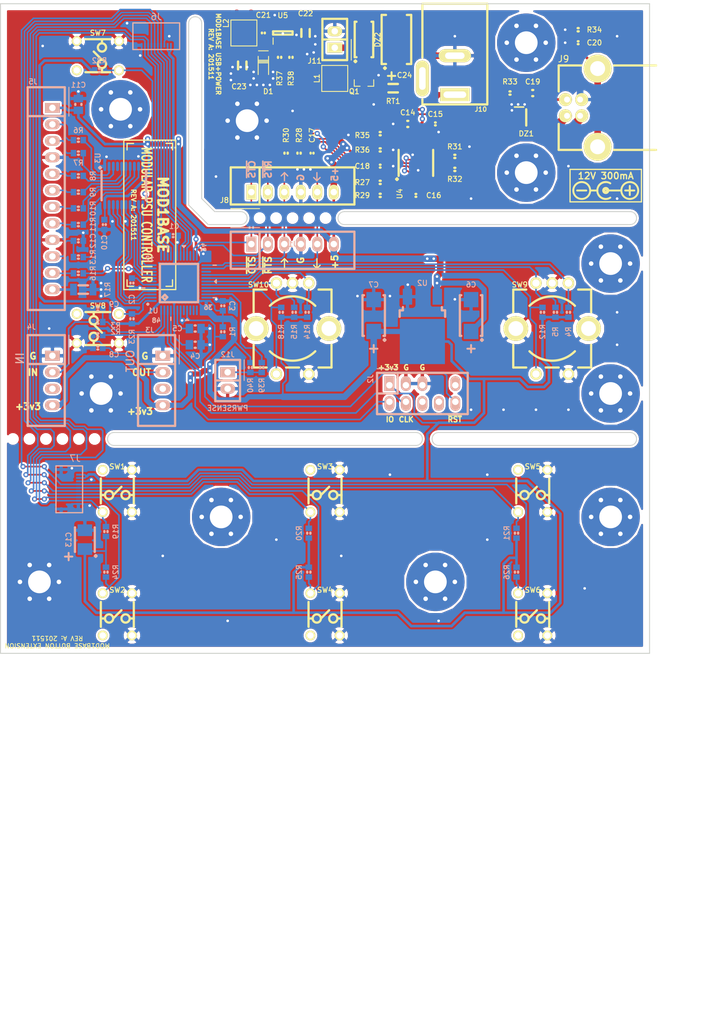
<source format=kicad_pcb>
(kicad_pcb (version 4) (host pcbnew "(2015-11-17 BZR 5797, Git b3f6070)-product")
  (layers (0 F.Cu signal) (31 B.Cu signal) (34 B.Paste user) (35 F.Paste user) (36 B.SilkS user) (37 F.SilkS user) (38 B.Mask user) (39 F.Mask user) (44 Edge.Cuts user))
  (net 0 "")
  (net 1 +5)
  (net 2 GND)
  (net 3 +3.3)
  (net 4 /VCORE)
  (net 5 VBUS)
  (net 6 /SWDIO)
  (net 7 /SWCLK)
  (net 8 /~RST)
  (net 9 "Net-(R10-Pad2)")
  (net 10 "Net-(MP1-Pad1)")
  (net 11 /SW1)
  (net 12 /SW5)
  (net 13 /SW3)
  (net 14 /ROT1)
  (net 15 /ROT2)
  (net 16 /ROT4)
  (net 17 /ROT5)
  (net 18 /ROT0)
  (net 19 /ROT3)
  (net 20 /SW7)
  (net 21 /SW2)
  (net 22 /SW6)
  (net 23 /COM_IN)
  (net 24 "Net-(C8-Pad1)")
  (net 25 /COM_OUT)
  (net 26 +3.3A)
  (net 27 /SW4)
  (net 28 +12)
  (net 29 "Net-(MP4-Pad1)")
  (net 30 "Net-(MP6-Pad1)")
  (net 31 "Net-(MP7-Pad1)")
  (net 32 "Net-(MP9-Pad1)")
  (net 33 "Net-(MP10-Pad1)")
  (net 34 "/Rear breakaway/FROM_USB")
  (net 35 /Panel/5VLCD_CONT)
  (net 36 "/Rear breakaway/5VIN")
  (net 37 "/Rear breakaway/5VSW")
  (net 38 "/Rear breakaway/USBD+")
  (net 39 "/Rear breakaway/USBD-")
  (net 40 "/Rear breakaway/~CTS")
  (net 41 "/Rear breakaway/~RTS")
  (net 42 "/Rear breakaway/TO_USB")
  (net 43 /Panel/5VLCD_D_~C)
  (net 44 /Panel/5VLCD_E)
  (net 45 /Panel/5VLCD_D4)
  (net 46 /Panel/5VLCD_D5)
  (net 47 /Panel/5VLCD_D6)
  (net 48 /Panel/5VLCD_D7)
  (net 49 /Panel/5VVFD_BUSY)
  (net 50 /Panel/5VLCD_LEDK)
  (net 51 "/Rear breakaway/VBSENSE_FTDI")
  (net 52 "/Rear breakaway/D-")
  (net 53 "/Rear breakaway/D+")
  (net 54 /Panel/VFD_BUSY)
  (net 55 "/Rear breakaway/5VFB")
  (net 56 /Panel/LCD_D_~C)
  (net 57 /Panel/LCD_E)
  (net 58 /Panel/LCD_D4)
  (net 59 /Panel/LCD_D5)
  (net 60 /Panel/LCD_D6)
  (net 61 /Panel/LCD_D7)
  (net 62 /Panel/LCD_CONT)
  (net 63 "Net-(Q1-Pad3)")
  (net 64 "Net-(C18-Pad1)")
  (net 65 "Net-(C19-Pad2)")
  (net 66 "Net-(C20-Pad1)")
  (net 67 "Net-(C21-Pad2)")
  (net 68 "Net-(J2-Pad9)")
  (net 69 "Net-(J2-Pad6)")
  (net 70 "Net-(J2-Pad8)")
  (net 71 "Net-(J3-Pad3)")
  (net 72 "Net-(J4-Pad2)")
  (net 73 "Net-(J4-Pad3)")
  (net 74 "Net-(J10-Pad1)")
  (net 75 "Net-(MP3-Pad1)")
  (net 76 "Net-(MP8-Pad1)")
  (net 77 "Net-(R6-Pad2)")
  (net 78 "Net-(R7-Pad2)")
  (net 79 "Net-(R8-Pad2)")
  (net 80 "Net-(R9-Pad2)")
  (net 81 "Net-(R11-Pad2)")
  (net 82 "Net-(R13-Pad1)")
  (net 83 "Net-(R27-Pad2)")
  (net 84 "Net-(R29-Pad2)")
  (net 85 "Net-(R30-Pad2)")
  (net 86 "Net-(U1-Pad7)")
  (net 87 "Net-(U1-Pad22)")
  (net 88 "Net-(U1-Pad27)")
  (net 89 "Net-(U1-Pad37)")
  (net 90 "Net-(U1-Pad38)")
  (net 91 "Net-(U1-Pad39)")
  (net 92 "Net-(U1-Pad41)")
  (net 93 "Net-(U3-Pad4)")
  (net 94 "Net-(U4-Pad7)")
  (net 95 "Net-(U4-Pad14)")
  (net 96 "Net-(U4-Pad15)")
  (net 97 /SW8)
  (net 98 "Net-(J12-Pad1)")
  (net 99 /PWRSENSE)
  (module conn-100mil:CONN-100MIL-M-2x5 (layer B.Cu) (at 65 60)
    (fp_text reference J2 (at -8 -2.25 90) (layer B.SilkS) (effects (font (size 0.8 0.8)) (justify mirror)))
    (fp_text value SWD)
    (pad 1 thru_hole rect (at -5.08 -1.27) (size 1.524 2.286) (drill 1 (offset 0 -0.254)) (layers *.Cu *.Mask B.SilkS) (net 3 +3.3))
    (pad 3 thru_hole oval (at -2.54 -1.27) (size 1.524 2.286) (drill 1 (offset 0 -0.254)) (layers *.Cu *.Mask B.SilkS) (net 2 GND))
    (pad 5 thru_hole oval (at 0 -1.27) (size 1.524 2.286) (drill 1 (offset 0 -0.254)) (layers *.Cu *.Mask B.SilkS) (net 2 GND))
    (pad 9 thru_hole oval (at 5.08 -1.27) (size 1.524 2.286) (drill 1 (offset 0 -0.254)) (layers *.Cu *.Mask B.SilkS) (net 68 "Net-(J2-Pad9)"))
    (pad 2 thru_hole oval (at -5.08 1.27) (size 1.524 2.286) (drill 1 (offset 0 0.254)) (layers *.Cu *.Mask B.SilkS) (net 6 /SWDIO))
    (pad 4 thru_hole oval (at -2.54 1.27) (size 1.524 2.286) (drill 1 (offset 0 0.254)) (layers *.Cu *.Mask B.SilkS) (net 7 /SWCLK))
    (pad 6 thru_hole oval (at 0 1.27) (size 1.524 2.286) (drill 1 (offset 0 0.254)) (layers *.Cu *.Mask B.SilkS) (net 69 "Net-(J2-Pad6)"))
    (pad 8 thru_hole oval (at 2.54 1.27) (size 1.524 2.286) (drill 1 (offset 0 0.254)) (layers *.Cu *.Mask B.SilkS) (net 70 "Net-(J2-Pad8)"))
    (pad 10 thru_hole oval (at 5.08 1.27) (size 1.524 2.286) (drill 1 (offset 0 0.254)) (layers *.Cu *.Mask B.SilkS) (net 8 /~RST))
  )
  (module IPC7351-Nominal:CAPMP6032X280 (layer B.Cu) (at 72.5 48 90)
    (fp_text reference C6 (at 4.75 0 180) (layer B.SilkS) (effects (font (size 0.8 0.8)) (justify mirror)))
    (fp_text value 10u/25)
    (pad 1 smd rect (at -2.45 0 90) (size 2.35 2.25) (layers B.Cu B.Paste B.Mask) (net 1 +5))
    (pad 2 smd rect (at 2.45 0 90) (size 2.35 2.25) (layers B.Cu B.Paste B.Mask) (net 2 GND))
  )
  (module Logo_silk_polarity_center_10x2.8mm (layer F.Cu) (at 93.25 28.75)
    (fp_text reference G*** hide)
    (fp_text value LOGO hide)
  )
  (module conn-cui:CONN-PJ-037A (layer F.Cu) (at 70 8 90)
    (fp_text reference J10 (at -8.25 4 180) (layer F.SilkS) (effects (font (size 0.7 0.7))))
    (fp_text value "12V 300mA" (at -18.5 23.25 180) (layer F.SilkS) (effects (font (thickness 0.2))))
    (pad 1 thru_hole rect (at -6 0 90) (size 2 4.5) (drill oval 1 3.5) (layers *.Cu *.Mask F.SilkS) (net 74 "Net-(J10-Pad1)"))
    (pad 2 thru_hole oval (at 0 0 90) (size 2 5) (drill oval 1 3) (layers *.Cu *.Mask F.SilkS) (net 2 GND))
    (pad X thru_hole oval (at -3.5 -5 180) (size 2 5.5) (drill oval 1 3.5) (layers *.Cu *.Mask F.SilkS))
  )
  (module VIA (layer F.Cu) (at 33.2 26.6)
    (fp_text reference REF** hide)
    (fp_text value VIA hide)
    (pad 1 thru_hole circle (at 0 0) (size 0.8 0.8) (drill 0.4) (layers *.Cu) (net 2 GND))
  )
  (module VIA (layer F.Cu) (at 42.25 1.75)
    (fp_text reference REF** hide)
    (fp_text value VIA hide)
    (pad 1 thru_hole circle (at 0 0) (size 0.8 0.8) (drill 0.4) (layers *.Cu) (net 2 GND))
  )
  (module VIA (layer F.Cu) (at 43.5 4.6)
    (fp_text reference REF** hide)
    (fp_text value VIA hide)
    (pad 1 thru_hole circle (at 0 0) (size 0.8 0.8) (drill 0.4) (layers *.Cu) (net 2 GND))
  )
  (module VIA (layer F.Cu) (at 39.5 12.5)
    (fp_text reference REF** hide)
    (fp_text value VIA hide)
    (pad 1 thru_hole circle (at 0 0) (size 0.8 0.8) (drill 0.4) (layers *.Cu) (net 2 GND))
  )
  (module VIA (layer F.Cu) (at 42 10.5)
    (fp_text reference REF** hide)
    (fp_text value VIA hide)
    (pad 1 thru_hole circle (at 0 0) (size 0.8 0.8) (drill 0.4) (layers *.Cu) (net 2 GND))
  )
  (module VIA (layer F.Cu) (at 42 11.5)
    (fp_text reference REF** hide)
    (fp_text value VIA hide)
    (pad 1 thru_hole circle (at 0 0) (size 0.8 0.8) (drill 0.4) (layers *.Cu) (net 2 GND))
  )
  (module VIA (layer F.Cu) (at 41.5 12.5)
    (fp_text reference REF** hide)
    (fp_text value VIA hide)
    (pad 1 thru_hole circle (at 0 0) (size 0.8 0.8) (drill 0.4) (layers *.Cu) (net 2 GND))
  )
  (module VIA (layer F.Cu) (at 40.5 12.5)
    (fp_text reference REF** hide)
    (fp_text value VIA hide)
    (pad 1 thru_hole circle (at 0 0) (size 0.8 0.8) (drill 0.4) (layers *.Cu) (net 2 GND))
  )
  (module VIA (layer F.Cu) (at 38.5 12.5)
    (fp_text reference REF** hide)
    (fp_text value VIA hide)
    (pad 1 thru_hole circle (at 0 0) (size 0.8 0.8) (drill 0.4) (layers *.Cu) (net 2 GND))
  )
  (module VIA (layer F.Cu) (at 38 9.75)
    (fp_text reference REF** hide)
    (fp_text value VIA hide)
    (pad 1 thru_hole circle (at 0 0) (size 0.8 0.8) (drill 0.4) (layers *.Cu) (net 2 GND))
  )
  (module VIA (layer F.Cu) (at 37 9.75)
    (fp_text reference REF** hide)
    (fp_text value VIA hide)
    (pad 1 thru_hole circle (at 0 0) (size 0.8 0.8) (drill 0.4) (layers *.Cu) (net 2 GND))
  )
  (module VIA (layer F.Cu) (at 39 11.5)
    (fp_text reference REF** hide)
    (fp_text value VIA hide)
    (pad 1 thru_hole circle (at 0 0) (size 0.8 0.8) (drill 0.4) (layers *.Cu) (net 2 GND))
  )
  (module VIA (layer F.Cu) (at 39 10.5)
    (fp_text reference REF** hide)
    (fp_text value VIA hide)
    (pad 1 thru_hole circle (at 0 0) (size 0.8 0.8) (drill 0.4) (layers *.Cu) (net 2 GND))
  )
  (module VIA (layer F.Cu) (at 35.5 11.75)
    (fp_text reference REF** hide)
    (fp_text value VIA hide)
    (pad 1 thru_hole circle (at 0 0) (size 0.8 0.8) (drill 0.4) (layers *.Cu) (net 2 GND))
  )
  (module VIA (layer F.Cu) (at 35.5 10.75)
    (fp_text reference REF** hide)
    (fp_text value VIA hide)
    (pad 1 thru_hole circle (at 0 0) (size 0.8 0.8) (drill 0.4) (layers *.Cu) (net 2 GND))
  )
  (module VIA (layer F.Cu) (at 35.75 9.75)
    (fp_text reference REF** hide)
    (fp_text value VIA hide)
    (pad 1 thru_hole circle (at 0 0) (size 0.8 0.8) (drill 0.4) (layers *.Cu) (net 2 GND))
  )
  (module VIA (layer F.Cu) (at 48.5 5)
    (fp_text reference REF** hide)
    (fp_text value VIA hide)
    (pad 1 thru_hole circle (at 0 0) (size 0.8 0.8) (drill 0.4) (layers *.Cu) (net 2 GND))
  )
  (module VIA (layer F.Cu) (at 48.5 6.25)
    (fp_text reference REF** hide)
    (fp_text value VIA hide)
    (pad 1 thru_hole circle (at 0 0) (size 0.8 0.8) (drill 0.4) (layers *.Cu) (net 2 GND))
  )
  (module VIA (layer F.Cu) (at 48.25 7.5)
    (fp_text reference REF** hide)
    (fp_text value VIA hide)
    (pad 1 thru_hole circle (at 0 0) (size 0.8 0.8) (drill 0.4) (layers *.Cu) (net 2 GND))
  )
  (module VIA (layer F.Cu) (at 47.25 7.75)
    (fp_text reference REF** hide)
    (fp_text value VIA hide)
    (pad 1 thru_hole circle (at 0 0) (size 0.8 0.8) (drill 0.4) (layers *.Cu) (net 2 GND))
  )
  (module VIA (layer F.Cu) (at 45.6 4.8)
    (fp_text reference REF** hide)
    (fp_text value VIA hide)
    (pad 1 thru_hole circle (at 0 0) (size 0.8 0.8) (drill 0.4) (layers *.Cu) (net 2 GND))
  )
  (module conn-100mil:CONN-100MIL-M-1x4-SHROUD (layer B.Cu) (at 8 58 270)
    (fp_text reference J4 (at -8.25 3.25 360) (layer B.SilkS) (effects (font (size 0.8 0.8)) (justify mirror)))
    (fp_text value IN (at -3.4 5 270) (layer B.SilkS) (effects (font (size 1.2 1.2) (thickness 0.2)) (justify mirror)))
    (pad 1 thru_hole rect (at -3.81 0 270) (size 1.524 2.286) (drill 1) (layers *.Cu *.Mask B.SilkS) (net 2 GND))
    (pad 2 thru_hole oval (at -1.27 0 270) (size 1.524 2.286) (drill 1) (layers *.Cu *.Mask B.SilkS) (net 72 "Net-(J4-Pad2)"))
    (pad 3 thru_hole oval (at 1.27 0 270) (size 1.524 2.286) (drill 1) (layers *.Cu *.Mask B.SilkS) (net 73 "Net-(J4-Pad3)"))
    (pad 4 thru_hole oval (at 3.81 0 270) (size 1.524 2.286) (drill 1) (layers *.Cu *.Mask B.SilkS) (net 3 +3.3))
  )
  (module VIA (layer F.Cu) (at 70 5)
    (fp_text reference REF** hide)
    (fp_text value VIA hide)
    (pad 1 thru_hole circle (at 0 0) (size 0.8 0.8) (drill 0.4) (layers *.Cu) (net 2 GND))
  )
  (module VIA (layer F.Cu) (at 95 5)
    (fp_text reference REF** hide)
    (fp_text value VIA hide)
    (pad 1 thru_hole circle (at 0 0) (size 0.8 0.8) (drill 0.4) (layers *.Cu) (net 2 GND))
  )
  (module VIA (layer F.Cu) (at 95 30)
    (fp_text reference REF** hide)
    (fp_text value VIA hide)
    (pad 1 thru_hole circle (at 0 0) (size 0.8 0.8) (drill 0.4) (layers *.Cu) (net 2 GND))
  )
  (module VIA (layer F.Cu) (at 87.5 25)
    (fp_text reference REF** hide)
    (fp_text value VIA hide)
    (pad 1 thru_hole circle (at 0 0) (size 0.8 0.8) (drill 0.4) (layers *.Cu) (net 2 GND))
  )
  (module VIA (layer F.Cu) (at 72.25 22)
    (fp_text reference REF** hide)
    (fp_text value VIA hide)
    (pad 1 thru_hole circle (at 0 0) (size 0.8 0.8) (drill 0.4) (layers *.Cu) (net 2 GND))
  )
  (module VIA (layer F.Cu) (at 72.5 30)
    (fp_text reference REF** hide)
    (fp_text value VIA hide)
    (pad 1 thru_hole circle (at 0 0) (size 0.8 0.8) (drill 0.4) (layers *.Cu) (net 2 GND))
  )
  (module VIA (layer F.Cu) (at 53.6 20.2)
    (fp_text reference REF** hide)
    (fp_text value VIA hide)
    (pad 1 thru_hole circle (at 0 0) (size 0.8 0.8) (drill 0.4) (layers *.Cu) (net 2 GND))
  )
  (module VIA (layer F.Cu) (at 57.5 15.5)
    (fp_text reference REF** hide)
    (fp_text value VIA hide)
    (pad 1 thru_hole circle (at 0 0) (size 0.8 0.8) (drill 0.4) (layers *.Cu) (net 2 GND))
  )
  (module VIA (layer F.Cu) (at 45 16.5)
    (fp_text reference REF** hide)
    (fp_text value VIA hide)
    (pad 1 thru_hole circle (at 0 0) (size 0.8 0.8) (drill 0.4) (layers *.Cu) (net 2 GND))
  )
  (module VIA (layer F.Cu) (at 75 72.5)
    (fp_text reference REF** hide)
    (fp_text value VIA hide)
    (pad 1 thru_hole circle (at 0 0) (size 0.8 0.8) (drill 0.4) (layers *.Cu) (net 2 GND))
  )
  (module VIA (layer F.Cu) (at 60 72.5)
    (fp_text reference REF** hide)
    (fp_text value VIA hide)
    (pad 1 thru_hole circle (at 0 0) (size 0.8 0.8) (drill 0.4) (layers *.Cu) (net 2 GND))
  )
  (module VIA (layer F.Cu) (at 67.5 95)
    (fp_text reference REF** hide)
    (fp_text value VIA hide)
    (pad 1 thru_hole circle (at 0 0) (size 0.8 0.8) (drill 0.4) (layers *.Cu) (net 2 GND))
  )
  (module VIA (layer F.Cu) (at 35 95)
    (fp_text reference REF** hide)
    (fp_text value VIA hide)
    (pad 1 thru_hole circle (at 0 0) (size 0.8 0.8) (drill 0.4) (layers *.Cu) (net 2 GND))
  )
  (module VIA (layer F.Cu) (at 90 90)
    (fp_text reference REF** hide)
    (fp_text value VIA hide)
    (pad 1 thru_hole circle (at 0 0) (size 0.8 0.8) (drill 0.4) (layers *.Cu) (net 2 GND))
  )
  (module VIA (layer F.Cu) (at 75 82.5)
    (fp_text reference REF** hide)
    (fp_text value VIA hide)
    (pad 1 thru_hole circle (at 0 0) (size 0.8 0.8) (drill 0.4) (layers *.Cu) (net 2 GND))
  )
  (module VIA (layer F.Cu) (at 52.5 85)
    (fp_text reference REF** hide)
    (fp_text value VIA hide)
    (pad 1 thru_hole circle (at 0 0) (size 0.8 0.8) (drill 0.4) (layers *.Cu) (net 2 GND))
  )
  (module VIA (layer F.Cu) (at 42.5 82.5)
    (fp_text reference REF** hide)
    (fp_text value VIA hide)
    (pad 1 thru_hole circle (at 0 0) (size 0.8 0.8) (drill 0.4) (layers *.Cu) (net 2 GND))
  )
  (module VIA (layer F.Cu) (at 25 85)
    (fp_text reference REF** hide)
    (fp_text value VIA hide)
    (pad 1 thru_hole circle (at 0 0) (size 0.8 0.8) (drill 0.4) (layers *.Cu) (net 2 GND))
  )
  (module VIA (layer F.Cu) (at 6.5 6.5)
    (fp_text reference REF** hide)
    (fp_text value VIA hide)
    (pad 1 thru_hole circle (at 0 0) (size 0.8 0.8) (drill 0.4) (layers *.Cu) (net 2 GND))
  )
  (module VIA (layer F.Cu) (at 7.5 50)
    (fp_text reference REF** hide)
    (fp_text value VIA hide)
    (pad 1 thru_hole circle (at 0 0) (size 0.8 0.8) (drill 0.4) (layers *.Cu) (net 2 GND))
  )
  (module VIA (layer F.Cu) (at 95 52.5)
    (fp_text reference REF** hide)
    (fp_text value VIA hide)
    (pad 1 thru_hole circle (at 0 0) (size 0.8 0.8) (drill 0.4) (layers *.Cu) (net 2 GND))
  )
  (module VIA (layer F.Cu) (at 95 47.5)
    (fp_text reference REF** hide)
    (fp_text value VIA hide)
    (pad 1 thru_hole circle (at 0 0) (size 0.8 0.8) (drill 0.4) (layers *.Cu) (net 2 GND))
  )
  (module VIA (layer F.Cu) (at 70 45.5)
    (fp_text reference REF** hide)
    (fp_text value VIA hide)
    (pad 1 thru_hole circle (at 0 0) (size 0.8 0.8) (drill 0.4) (layers *.Cu) (net 2 GND))
  )
  (module VIA (layer F.Cu) (at 60 45)
    (fp_text reference REF** hide)
    (fp_text value VIA hide)
    (pad 1 thru_hole circle (at 0 0) (size 0.8 0.8) (drill 0.4) (layers *.Cu) (net 2 GND))
  )
  (module VIA (layer F.Cu) (at 55 45)
    (fp_text reference REF** hide)
    (fp_text value VIA hide)
    (pad 1 thru_hole circle (at 0 0) (size 0.8 0.8) (drill 0.4) (layers *.Cu) (net 2 GND))
  )
  (module VIA (layer F.Cu) (at 87.5 62.5)
    (fp_text reference REF** hide)
    (fp_text value VIA hide)
    (pad 1 thru_hole circle (at 0 0) (size 0.8 0.8) (drill 0.4) (layers *.Cu) (net 2 GND))
  )
  (module VIA (layer F.Cu) (at 82.5 62.5)
    (fp_text reference REF** hide)
    (fp_text value VIA hide)
    (pad 1 thru_hole circle (at 0 0) (size 0.8 0.8) (drill 0.4) (layers *.Cu) (net 2 GND))
  )
  (module VIA (layer F.Cu) (at 77.5 62.5)
    (fp_text reference REF** hide)
    (fp_text value VIA hide)
    (pad 1 thru_hole circle (at 0 0) (size 0.8 0.8) (drill 0.4) (layers *.Cu) (net 2 GND))
  )
  (module VIA (layer F.Cu) (at 72.5 62.5)
    (fp_text reference REF** hide)
    (fp_text value VIA hide)
    (pad 1 thru_hole circle (at 0 0) (size 0.8 0.8) (drill 0.4) (layers *.Cu) (net 2 GND))
  )
  (module MOUSE (layer F.Cu) (at 14.5 67)
    (fp_text reference REF** hide)
    (fp_text value MOUSE hide)
    (pad "" np_thru_hole circle (at 0 0) (size 1.2 1.2) (drill 1.2) (layers *.Cu *.Mask))
  )
  (module MOUSE (layer F.Cu) (at 1.92 67)
    (fp_text reference REF** hide)
    (fp_text value MOUSE hide)
    (pad "" np_thru_hole circle (at 0 0) (size 1.2 1.2) (drill 1.2) (layers *.Cu *.Mask))
  )
  (module MOUSE (layer F.Cu) (at 12.08 67)
    (fp_text reference REF** hide)
    (fp_text value MOUSE hide)
    (pad "" np_thru_hole circle (at 0 0) (size 1.2 1.2) (drill 1.2) (layers *.Cu *.Mask))
  )
  (module MOUSE (layer F.Cu) (at 4.46 67)
    (fp_text reference REF** hide)
    (fp_text value MOUSE hide)
    (pad "" np_thru_hole circle (at 0 0) (size 1.2 1.2) (drill 1.2) (layers *.Cu *.Mask))
  )
  (module MOUSE (layer F.Cu) (at 9.54 67)
    (fp_text reference REF** hide)
    (fp_text value MOUSE hide)
    (pad "" np_thru_hole circle (at 0 0) (size 1.2 1.2) (drill 1.2) (layers *.Cu *.Mask))
  )
  (module MOUSE (layer F.Cu) (at 7 67)
    (fp_text reference REF** hide)
    (fp_text value MOUSE hide)
    (pad "" np_thru_hole circle (at 0 0) (size 1.2 1.2) (drill 1.2) (layers *.Cu *.Mask))
  )
  (module FFC (layer B.Cu) (at 24 5)
    (fp_text reference J6 (at 0 -3) (layer B.SilkS) (effects (justify mirror)))
    (fp_text value 5034801000)
    (pad 1 smd rect (at -2.25 1.4) (size 0.3 0.7) (layers B.Cu B.Paste B.Mask) (net 2 GND))
    (pad 2 smd rect (at -1.75 1.4) (size 0.3 0.7) (layers B.Cu B.Paste B.Mask) (net 11 /SW1))
    (pad 3 smd rect (at -1.25 1.4) (size 0.3 0.7) (layers B.Cu B.Paste B.Mask) (net 21 /SW2))
    (pad 4 smd rect (at -0.75 1.4) (size 0.3 0.7) (layers B.Cu B.Paste B.Mask) (net 13 /SW3))
    (pad 5 smd rect (at -0.25 1.4) (size 0.3 0.7) (layers B.Cu B.Paste B.Mask) (net 27 /SW4))
    (pad 6 smd rect (at 0.25 1.4) (size 0.3 0.7) (layers B.Cu B.Paste B.Mask) (net 12 /SW5))
    (pad 7 smd rect (at 0.75 1.4) (size 0.3 0.7) (layers B.Cu B.Paste B.Mask) (net 22 /SW6))
    (pad 8 smd rect (at 1.25 1.4) (size 0.3 0.7) (layers B.Cu B.Paste B.Mask) (net 2 GND))
    (pad 9 smd rect (at 1.75 1.4) (size 0.3 0.7) (layers B.Cu B.Paste B.Mask) (net 3 +3.3))
    (pad 10 smd rect (at 2.25 1.4) (size 0.3 0.7) (layers B.Cu B.Paste B.Mask) (net 3 +3.3))
    (pad 1 smd rect (at -3.04 -1.25) (size 0.3 1) (layers B.Cu B.Paste B.Mask) (net 2 GND))
    (pad 1 smd rect (at 3.04 -1.25) (size 0.3 1) (layers B.Cu B.Paste B.Mask) (net 2 GND))
  )
  (module FFC (layer B.Cu) (at 10.6 74.75 90)
    (fp_text reference J7 (at 4.75 0.9 180) (layer B.SilkS) (effects (justify mirror)))
    (fp_text value 5034801000)
    (pad 1 smd rect (at -2.25 1.4 90) (size 0.3 0.7) (layers B.Cu B.Paste B.Mask) (net 2 GND))
    (pad 2 smd rect (at -1.75 1.4 90) (size 0.3 0.7) (layers B.Cu B.Paste B.Mask) (net 11 /SW1))
    (pad 3 smd rect (at -1.25 1.4 90) (size 0.3 0.7) (layers B.Cu B.Paste B.Mask) (net 21 /SW2))
    (pad 4 smd rect (at -0.75 1.4 90) (size 0.3 0.7) (layers B.Cu B.Paste B.Mask) (net 13 /SW3))
    (pad 5 smd rect (at -0.25 1.4 90) (size 0.3 0.7) (layers B.Cu B.Paste B.Mask) (net 27 /SW4))
    (pad 6 smd rect (at 0.25 1.4 90) (size 0.3 0.7) (layers B.Cu B.Paste B.Mask) (net 12 /SW5))
    (pad 7 smd rect (at 0.75 1.4 90) (size 0.3 0.7) (layers B.Cu B.Paste B.Mask) (net 22 /SW6))
    (pad 8 smd rect (at 1.25 1.4 90) (size 0.3 0.7) (layers B.Cu B.Paste B.Mask) (net 2 GND))
    (pad 9 smd rect (at 1.75 1.4 90) (size 0.3 0.7) (layers B.Cu B.Paste B.Mask) (net 3 +3.3))
    (pad 10 smd rect (at 2.25 1.4 90) (size 0.3 0.7) (layers B.Cu B.Paste B.Mask) (net 3 +3.3))
    (pad 1 smd rect (at -3.04 -1.25 90) (size 0.3 1) (layers B.Cu B.Paste B.Mask) (net 2 GND))
    (pad 1 smd rect (at 3.04 -1.25 90) (size 0.3 1) (layers B.Cu B.Paste B.Mask) (net 2 GND))
  )
  (module mech:SCREW-4-SUPPORTED (layer F.Cu) (at 94 79)
    (fp_text reference MP8 hide)
    (fp_text value SCREW hide)
    (pad 1 thru_hole circle (at 0 0) (size 9 9) (drill 3.5) (layers *.Cu *.Mask) (net 76 "Net-(MP8-Pad1)"))
    (pad 1 thru_hole circle (at 3 0) (size 1 1) (drill 0.7) (layers *.Cu *.Mask) (net 76 "Net-(MP8-Pad1)"))
    (pad 1 thru_hole circle (at 1.5 2.6) (size 1 1) (drill 0.7) (layers *.Cu *.Mask) (net 76 "Net-(MP8-Pad1)"))
    (pad 1 thru_hole circle (at -1.5 2.6) (size 1 1) (drill 0.7) (layers *.Cu *.Mask) (net 76 "Net-(MP8-Pad1)"))
    (pad 1 thru_hole circle (at -3 0) (size 1 1) (drill 0.7) (layers *.Cu *.Mask) (net 76 "Net-(MP8-Pad1)"))
    (pad 1 thru_hole circle (at -1.5 -2.6) (size 1 1) (drill 0.7) (layers *.Cu *.Mask) (net 76 "Net-(MP8-Pad1)"))
    (pad 1 thru_hole circle (at 1.5 -2.6) (size 1 1) (drill 0.7) (layers *.Cu *.Mask) (net 76 "Net-(MP8-Pad1)"))
  )
  (module mech:SCREW-4-SUPPORTED (layer F.Cu) (at 67 89)
    (fp_text reference MP7 hide)
    (fp_text value SCREW hide)
    (pad 1 thru_hole circle (at 0 0) (size 9 9) (drill 3.5) (layers *.Cu *.Mask) (net 31 "Net-(MP7-Pad1)"))
    (pad 1 thru_hole circle (at 3 0) (size 1 1) (drill 0.7) (layers *.Cu *.Mask) (net 31 "Net-(MP7-Pad1)"))
    (pad 1 thru_hole circle (at 1.5 2.6) (size 1 1) (drill 0.7) (layers *.Cu *.Mask) (net 31 "Net-(MP7-Pad1)"))
    (pad 1 thru_hole circle (at -1.5 2.6) (size 1 1) (drill 0.7) (layers *.Cu *.Mask) (net 31 "Net-(MP7-Pad1)"))
    (pad 1 thru_hole circle (at -3 0) (size 1 1) (drill 0.7) (layers *.Cu *.Mask) (net 31 "Net-(MP7-Pad1)"))
    (pad 1 thru_hole circle (at -1.5 -2.6) (size 1 1) (drill 0.7) (layers *.Cu *.Mask) (net 31 "Net-(MP7-Pad1)"))
    (pad 1 thru_hole circle (at 1.5 -2.6) (size 1 1) (drill 0.7) (layers *.Cu *.Mask) (net 31 "Net-(MP7-Pad1)"))
  )
  (module mech:SCREW-4-SUPPORTED (layer F.Cu) (at 34 79)
    (fp_text reference MP6 hide)
    (fp_text value SCREW hide)
    (pad 1 thru_hole circle (at 0 0) (size 9 9) (drill 3.5) (layers *.Cu *.Mask) (net 30 "Net-(MP6-Pad1)"))
    (pad 1 thru_hole circle (at 3 0) (size 1 1) (drill 0.7) (layers *.Cu *.Mask) (net 30 "Net-(MP6-Pad1)"))
    (pad 1 thru_hole circle (at 1.5 2.6) (size 1 1) (drill 0.7) (layers *.Cu *.Mask) (net 30 "Net-(MP6-Pad1)"))
    (pad 1 thru_hole circle (at -1.5 2.6) (size 1 1) (drill 0.7) (layers *.Cu *.Mask) (net 30 "Net-(MP6-Pad1)"))
    (pad 1 thru_hole circle (at -3 0) (size 1 1) (drill 0.7) (layers *.Cu *.Mask) (net 30 "Net-(MP6-Pad1)"))
    (pad 1 thru_hole circle (at -1.5 -2.6) (size 1 1) (drill 0.7) (layers *.Cu *.Mask) (net 30 "Net-(MP6-Pad1)"))
    (pad 1 thru_hole circle (at 1.5 -2.6) (size 1 1) (drill 0.7) (layers *.Cu *.Mask) (net 30 "Net-(MP6-Pad1)"))
  )
  (module mech:SCREW-4-SUPPORTED (layer F.Cu) (at 6 89)
    (fp_text reference MP5 hide)
    (fp_text value SCREW hide)
    (pad 1 thru_hole circle (at 0 0) (size 9 9) (drill 3.5) (layers *.Cu *.Mask) (net 2 GND))
    (pad 1 thru_hole circle (at 3 0) (size 1 1) (drill 0.7) (layers *.Cu *.Mask) (net 2 GND))
    (pad 1 thru_hole circle (at 1.5 2.6) (size 1 1) (drill 0.7) (layers *.Cu *.Mask) (net 2 GND))
    (pad 1 thru_hole circle (at -1.5 2.6) (size 1 1) (drill 0.7) (layers *.Cu *.Mask) (net 2 GND))
    (pad 1 thru_hole circle (at -3 0) (size 1 1) (drill 0.7) (layers *.Cu *.Mask) (net 2 GND))
    (pad 1 thru_hole circle (at -1.5 -2.6) (size 1 1) (drill 0.7) (layers *.Cu *.Mask) (net 2 GND))
    (pad 1 thru_hole circle (at 1.5 -2.6) (size 1 1) (drill 0.7) (layers *.Cu *.Mask) (net 2 GND))
  )
  (module mech:SCREW-4-SUPPORTED (layer F.Cu) (at 94 60)
    (fp_text reference MP4 hide)
    (fp_text value SCREW hide)
    (pad 1 thru_hole circle (at 0 0) (size 9 9) (drill 3.5) (layers *.Cu *.Mask) (net 29 "Net-(MP4-Pad1)"))
    (pad 1 thru_hole circle (at 3 0) (size 1 1) (drill 0.7) (layers *.Cu *.Mask) (net 29 "Net-(MP4-Pad1)"))
    (pad 1 thru_hole circle (at 1.5 2.6) (size 1 1) (drill 0.7) (layers *.Cu *.Mask) (net 29 "Net-(MP4-Pad1)"))
    (pad 1 thru_hole circle (at -1.5 2.6) (size 1 1) (drill 0.7) (layers *.Cu *.Mask) (net 29 "Net-(MP4-Pad1)"))
    (pad 1 thru_hole circle (at -3 0) (size 1 1) (drill 0.7) (layers *.Cu *.Mask) (net 29 "Net-(MP4-Pad1)"))
    (pad 1 thru_hole circle (at -1.5 -2.6) (size 1 1) (drill 0.7) (layers *.Cu *.Mask) (net 29 "Net-(MP4-Pad1)"))
    (pad 1 thru_hole circle (at 1.5 -2.6) (size 1 1) (drill 0.7) (layers *.Cu *.Mask) (net 29 "Net-(MP4-Pad1)"))
  )
  (module mech:SCREW-4-SUPPORTED (layer F.Cu) (at 94 40)
    (fp_text reference MP3 hide)
    (fp_text value SCREW hide)
    (pad 1 thru_hole circle (at 0 0) (size 9 9) (drill 3.5) (layers *.Cu *.Mask) (net 75 "Net-(MP3-Pad1)"))
    (pad 1 thru_hole circle (at 3 0) (size 1 1) (drill 0.7) (layers *.Cu *.Mask) (net 75 "Net-(MP3-Pad1)"))
    (pad 1 thru_hole circle (at 1.5 2.6) (size 1 1) (drill 0.7) (layers *.Cu *.Mask) (net 75 "Net-(MP3-Pad1)"))
    (pad 1 thru_hole circle (at -1.5 2.6) (size 1 1) (drill 0.7) (layers *.Cu *.Mask) (net 75 "Net-(MP3-Pad1)"))
    (pad 1 thru_hole circle (at -3 0) (size 1 1) (drill 0.7) (layers *.Cu *.Mask) (net 75 "Net-(MP3-Pad1)"))
    (pad 1 thru_hole circle (at -1.5 -2.6) (size 1 1) (drill 0.7) (layers *.Cu *.Mask) (net 75 "Net-(MP3-Pad1)"))
    (pad 1 thru_hole circle (at 1.5 -2.6) (size 1 1) (drill 0.7) (layers *.Cu *.Mask) (net 75 "Net-(MP3-Pad1)"))
  )
  (module mech:SCREW-4-SUPPORTED (layer F.Cu) (at 15.5 60)
    (fp_text reference MP2 hide)
    (fp_text value SCREW hide)
    (pad 1 thru_hole circle (at 0 0) (size 9 9) (drill 3.5) (layers *.Cu *.Mask) (net 2 GND))
    (pad 1 thru_hole circle (at 3 0) (size 1 1) (drill 0.7) (layers *.Cu *.Mask) (net 2 GND))
    (pad 1 thru_hole circle (at 1.5 2.6) (size 1 1) (drill 0.7) (layers *.Cu *.Mask) (net 2 GND))
    (pad 1 thru_hole circle (at -1.5 2.6) (size 1 1) (drill 0.7) (layers *.Cu *.Mask) (net 2 GND))
    (pad 1 thru_hole circle (at -3 0) (size 1 1) (drill 0.7) (layers *.Cu *.Mask) (net 2 GND))
    (pad 1 thru_hole circle (at -1.5 -2.6) (size 1 1) (drill 0.7) (layers *.Cu *.Mask) (net 2 GND))
    (pad 1 thru_hole circle (at 1.5 -2.6) (size 1 1) (drill 0.7) (layers *.Cu *.Mask) (net 2 GND))
  )
  (module mech:SCREW-4-SUPPORTED (layer F.Cu) (at 18.5 16.25)
    (fp_text reference MP1 hide)
    (fp_text value SCREW hide)
    (pad 1 thru_hole circle (at 0 0) (size 9 9) (drill 3.5) (layers *.Cu *.Mask) (net 10 "Net-(MP1-Pad1)"))
    (pad 1 thru_hole circle (at 3 0) (size 1 1) (drill 0.7) (layers *.Cu *.Mask) (net 10 "Net-(MP1-Pad1)"))
    (pad 1 thru_hole circle (at 1.5 2.6) (size 1 1) (drill 0.7) (layers *.Cu *.Mask) (net 10 "Net-(MP1-Pad1)"))
    (pad 1 thru_hole circle (at -1.5 2.6) (size 1 1) (drill 0.7) (layers *.Cu *.Mask) (net 10 "Net-(MP1-Pad1)"))
    (pad 1 thru_hole circle (at -3 0) (size 1 1) (drill 0.7) (layers *.Cu *.Mask) (net 10 "Net-(MP1-Pad1)"))
    (pad 1 thru_hole circle (at -1.5 -2.6) (size 1 1) (drill 0.7) (layers *.Cu *.Mask) (net 10 "Net-(MP1-Pad1)"))
    (pad 1 thru_hole circle (at 1.5 -2.6) (size 1 1) (drill 0.7) (layers *.Cu *.Mask) (net 10 "Net-(MP1-Pad1)"))
  )
  (module IPC7351-Nominal:QFP50P900X900X120-48 (layer B.Cu) (at 27.5 43)
    (fp_text reference U1 (at -4 4.25) (layer B.SilkS) (effects (font (size 0.8 0.8)) (justify mirror)))
    (fp_text value ATSAMD20G18A-AU)
    (pad 1 smd oval (at -4.2 2.75) (size 1.5 0.3) (layers B.Cu B.Paste B.Mask) (net 97 /SW8))
    (pad 2 smd oval (at -4.2 2.25) (size 1.5 0.3) (layers B.Cu B.Paste B.Mask) (net 56 /Panel/LCD_D_~C))
    (pad 3 smd oval (at -4.2 1.75) (size 1.5 0.3) (layers B.Cu B.Paste B.Mask) (net 57 /Panel/LCD_E))
    (pad 4 smd oval (at -4.2 1.25) (size 1.5 0.3) (layers B.Cu B.Paste B.Mask) (net 58 /Panel/LCD_D4))
    (pad 5 smd oval (at -4.2 0.75) (size 1.5 0.3) (layers B.Cu B.Paste B.Mask) (net 2 GND))
    (pad 6 smd oval (at -4.2 0.25) (size 1.5 0.3) (layers B.Cu B.Paste B.Mask) (net 3 +3.3))
    (pad 7 smd oval (at -4.2 -0.25) (size 1.5 0.3) (layers B.Cu B.Paste B.Mask) (net 86 "Net-(U1-Pad7)"))
    (pad 8 smd oval (at -4.2 -0.75) (size 1.5 0.3) (layers B.Cu B.Paste B.Mask) (net 54 /Panel/VFD_BUSY))
    (pad 9 smd oval (at -4.2 -1.25) (size 1.5 0.3) (layers B.Cu B.Paste B.Mask) (net 59 /Panel/LCD_D5))
    (pad 10 smd oval (at -4.2 -1.75) (size 1.5 0.3) (layers B.Cu B.Paste B.Mask) (net 60 /Panel/LCD_D6))
    (pad 11 smd oval (at -4.2 -2.25) (size 1.5 0.3) (layers B.Cu B.Paste B.Mask) (net 61 /Panel/LCD_D7))
    (pad 12 smd oval (at -4.2 -2.75) (size 1.5 0.3) (layers B.Cu B.Paste B.Mask) (net 62 /Panel/LCD_CONT))
    (pad 13 smd oval (at -2.75 -4.2) (size 0.3 1.5) (layers B.Cu B.Paste B.Mask) (net 20 /SW7))
    (pad 14 smd oval (at -2.25 -4.2) (size 0.3 1.5) (layers B.Cu B.Paste B.Mask) (net 11 /SW1))
    (pad 15 smd oval (at -1.75 -4.2) (size 0.3 1.5) (layers B.Cu B.Paste B.Mask) (net 21 /SW2))
    (pad 16 smd oval (at -1.25 -4.2) (size 0.3 1.5) (layers B.Cu B.Paste B.Mask) (net 13 /SW3))
    (pad 17 smd oval (at -0.75 -4.2) (size 0.3 1.5) (layers B.Cu B.Paste B.Mask) (net 3 +3.3))
    (pad 18 smd oval (at -0.25 -4.2) (size 0.3 1.5) (layers B.Cu B.Paste B.Mask) (net 2 GND))
    (pad 19 smd oval (at 0.25 -4.2) (size 0.3 1.5) (layers B.Cu B.Paste B.Mask) (net 27 /SW4))
    (pad 20 smd oval (at 0.75 -4.2) (size 0.3 1.5) (layers B.Cu B.Paste B.Mask) (net 12 /SW5))
    (pad 21 smd oval (at 1.25 -4.2) (size 0.3 1.5) (layers B.Cu B.Paste B.Mask) (net 22 /SW6))
    (pad 22 smd oval (at 1.75 -4.2) (size 0.3 1.5) (layers B.Cu B.Paste B.Mask) (net 87 "Net-(U1-Pad22)"))
    (pad 23 smd oval (at 2.25 -4.2) (size 0.3 1.5) (layers B.Cu B.Paste B.Mask) (net 40 "/Rear breakaway/~CTS"))
    (pad 24 smd oval (at 2.75 -4.2) (size 0.3 1.5) (layers B.Cu B.Paste B.Mask) (net 41 "/Rear breakaway/~RTS"))
    (pad 25 smd oval (at 4.2 -2.75) (size 1.5 0.3) (layers B.Cu B.Paste B.Mask) (net 42 "/Rear breakaway/TO_USB"))
    (pad 26 smd oval (at 4.2 -2.25) (size 1.5 0.3) (layers B.Cu B.Paste B.Mask) (net 34 "/Rear breakaway/FROM_USB"))
    (pad 27 smd oval (at 4.2 -1.75) (size 1.5 0.3) (layers B.Cu B.Paste B.Mask) (net 88 "Net-(U1-Pad27)"))
    (pad 28 smd oval (at 4.2 -1.25) (size 1.5 0.3) (layers B.Cu B.Paste B.Mask) (net 14 /ROT1))
    (pad 29 smd oval (at 4.2 -0.75) (size 1.5 0.3) (layers B.Cu B.Paste B.Mask) (net 18 /ROT0))
    (pad 30 smd oval (at 4.2 -0.25) (size 1.5 0.3) (layers B.Cu B.Paste B.Mask) (net 15 /ROT2))
    (pad 31 smd oval (at 4.2 0.25) (size 1.5 0.3) (layers B.Cu B.Paste B.Mask) (net 16 /ROT4))
    (pad 32 smd oval (at 4.2 0.75) (size 1.5 0.3) (layers B.Cu B.Paste B.Mask) (net 19 /ROT3))
    (pad 33 smd oval (at 4.2 1.25) (size 1.5 0.3) (layers B.Cu B.Paste B.Mask) (net 17 /ROT5))
    (pad 34 smd oval (at 4.2 1.75) (size 1.5 0.3) (layers B.Cu B.Paste B.Mask) (net 99 /PWRSENSE))
    (pad 35 smd oval (at 4.2 2.25) (size 1.5 0.3) (layers B.Cu B.Paste B.Mask) (net 2 GND))
    (pad 36 smd oval (at 4.2 2.75) (size 1.5 0.3) (layers B.Cu B.Paste B.Mask) (net 3 +3.3))
    (pad 37 smd oval (at 2.75 4.2) (size 0.3 1.5) (layers B.Cu B.Paste B.Mask) (net 89 "Net-(U1-Pad37)"))
    (pad 38 smd oval (at 2.25 4.2) (size 0.3 1.5) (layers B.Cu B.Paste B.Mask) (net 90 "Net-(U1-Pad38)"))
    (pad 39 smd oval (at 1.75 4.2) (size 0.3 1.5) (layers B.Cu B.Paste B.Mask) (net 91 "Net-(U1-Pad39)"))
    (pad 40 smd oval (at 1.25 4.2) (size 0.3 1.5) (layers B.Cu B.Paste B.Mask) (net 8 /~RST))
    (pad 41 smd oval (at 0.75 4.2) (size 0.3 1.5) (layers B.Cu B.Paste B.Mask) (net 92 "Net-(U1-Pad41)"))
    (pad 42 smd oval (at 0.25 4.2) (size 0.3 1.5) (layers B.Cu B.Paste B.Mask) (net 2 GND))
    (pad 43 smd oval (at -0.25 4.2) (size 0.3 1.5) (layers B.Cu B.Paste B.Mask) (net 4 /VCORE))
    (pad 44 smd oval (at -0.75 4.2) (size 0.3 1.5) (layers B.Cu B.Paste B.Mask) (net 3 +3.3))
    (pad 45 smd oval (at -1.25 4.2) (size 0.3 1.5) (layers B.Cu B.Paste B.Mask) (net 7 /SWCLK))
    (pad 46 smd oval (at -1.75 4.2) (size 0.3 1.5) (layers B.Cu B.Paste B.Mask) (net 6 /SWDIO))
    (pad 47 smd oval (at -2.25 4.2) (size 0.3 1.5) (layers B.Cu B.Paste B.Mask) (net 25 /COM_OUT))
    (pad 48 smd oval (at -2.75 4.2) (size 0.3 1.5) (layers B.Cu B.Paste B.Mask) (net 23 /COM_IN))
  )
  (module smd-semi:TO-252 (layer B.Cu) (at 65 48.7 270)
    (fp_text reference U2 (at -5.7 0 360) (layer B.SilkS) (effects (font (size 0.8 0.8)) (justify mirror)))
    (fp_text value LM1117DT-3.3)
    (pad 1 smd rect (at -3.6 2.3 90) (size 2.45 1.45) (layers B.Cu B.Paste B.Mask) (net 2 GND))
    (pad 2 smd rect (at -3.6 -2.3 90) (size 2.45 1.45) (layers B.Cu B.Paste B.Mask) (net 1 +5))
    (pad 3 smd rect (at 3.3 0 90) (size 6.95 6.95) (layers B.Cu B.Mask) (net 3 +3.3))
  )
  (module MOUSE (layer F.Cu) (at 50.08 33)
    (fp_text reference REF** hide)
    (fp_text value MOUSE hide)
    (pad "" np_thru_hole circle (at 0 0) (size 1.2 1.2) (drill 1.2) (layers *.Cu *.Mask))
  )
  (module MOUSE (layer F.Cu) (at 47.54 33)
    (fp_text reference REF** hide)
    (fp_text value MOUSE hide)
    (pad "" np_thru_hole circle (at 0 0) (size 1.2 1.2) (drill 1.2) (layers *.Cu *.Mask))
  )
  (module MOUSE (layer F.Cu) (at 45 33)
    (fp_text reference REF** hide)
    (fp_text value MOUSE hide)
    (pad "" np_thru_hole circle (at 0 0) (size 1.2 1.2) (drill 1.2) (layers *.Cu *.Mask))
  )
  (module MOUSE (layer F.Cu) (at 42.46 33)
    (fp_text reference REF** hide)
    (fp_text value MOUSE hide)
    (pad "" np_thru_hole circle (at 0 0) (size 1.2 1.2) (drill 1.2) (layers *.Cu *.Mask))
  )
  (module MOUSE (layer F.Cu) (at 39.92 33)
    (fp_text reference REF** hide)
    (fp_text value MOUSE hide)
    (pad "" np_thru_hole circle (at 0 0) (size 1.2 1.2) (drill 1.2) (layers *.Cu *.Mask))
  )
  (module IPC7351-Nominal:CAPMP6032X280 (layer B.Cu) (at 57.5 48 90)
    (fp_text reference C7 (at 4.75 0 180) (layer B.SilkS) (effects (font (size 0.8 0.8)) (justify mirror)))
    (fp_text value 10u/25)
    (pad 1 smd rect (at -2.45 0 90) (size 2.35 2.25) (layers B.Cu B.Paste B.Mask) (net 3 +3.3))
    (pad 2 smd rect (at 2.45 0 90) (size 2.35 2.25) (layers B.Cu B.Paste B.Mask) (net 2 GND))
  )
  (module IPC7351-Nominal:CAPC2012X70 (layer B.Cu) (at 30 52.5)
    (fp_text reference C4 (at 0 1.75) (layer B.SilkS) (effects (font (size 0.8 0.8)) (justify mirror)))
    (fp_text value 2u2)
    (pad 1 smd rect (at -0.9 0) (size 1.15 1.45) (layers B.Cu B.Paste B.Mask) (net 3 +3.3))
    (pad 2 smd rect (at 0.9 0) (size 1.15 1.45) (layers B.Cu B.Paste B.Mask) (net 2 GND))
  )
  (module IPC7351-Nominal:CAPC1608X55 (layer B.Cu) (at 26.6 35.7)
    (fp_text reference C1 (at 0.15 -1.45) (layer B.SilkS) (effects (font (size 0.8 0.8)) (justify mirror)))
    (fp_text value 100n)
    (pad 1 smd rect (at -0.75 0) (size 0.9 0.95) (layers B.Cu B.Paste B.Mask) (net 3 +3.3))
    (pad 2 smd rect (at 0.75 0) (size 0.9 0.95) (layers B.Cu B.Paste B.Mask) (net 2 GND))
  )
  (module IPC7351-Nominal:CAPC1608X55 (layer B.Cu) (at 20.25 43 270)
    (fp_text reference C2 (at 2.5 0 270) (layer B.SilkS) (effects (font (size 0.8 0.8)) (justify mirror)))
    (fp_text value 100n)
    (pad 1 smd rect (at -0.75 0 270) (size 0.9 0.95) (layers B.Cu B.Paste B.Mask) (net 3 +3.3))
    (pad 2 smd rect (at 0.75 0 270) (size 0.9 0.95) (layers B.Cu B.Paste B.Mask) (net 2 GND))
  )
  (module IPC7351-Nominal:CAPC2012X70 (layer B.Cu) (at 30 50)
    (fp_text reference C5 (at -2.75 0) (layer B.SilkS) (effects (font (size 0.8 0.8)) (justify mirror)))
    (fp_text value 2u2)
    (pad 1 smd rect (at -0.9 0) (size 1.15 1.45) (layers B.Cu B.Paste B.Mask) (net 4 /VCORE))
    (pad 2 smd rect (at 0.9 0) (size 1.15 1.45) (layers B.Cu B.Paste B.Mask) (net 2 GND))
  )
  (module IPC7351-Nominal:CAPC1608X55 (layer F.Cu) (at 89 6 180)
    (fp_text reference C20 (at -2.5 0 180) (layer F.SilkS) (effects (font (size 0.8 0.8))))
    (fp_text value 220p)
    (pad 1 smd rect (at -0.75 0 180) (size 0.9 0.95) (layers F.Cu F.Paste F.Mask) (net 66 "Net-(C20-Pad1)"))
    (pad 2 smd rect (at 0.75 0 180) (size 0.9 0.95) (layers F.Cu F.Paste F.Mask) (net 2 GND))
  )
  (module IPC7351-Nominal:CAPC1608X55 (layer F.Cu) (at 67 18.5)
    (fp_text reference C15 (at 0 -1.5) (layer F.SilkS) (effects (font (size 0.8 0.8))))
    (fp_text value 100n)
    (pad 1 smd rect (at -0.75 0) (size 0.9 0.95) (layers F.Cu F.Paste F.Mask) (net 26 +3.3A))
    (pad 2 smd rect (at 0.75 0) (size 0.9 0.95) (layers F.Cu F.Paste F.Mask) (net 2 GND))
  )
  (module IPC7351-Nominal:CAPC1608X55 (layer F.Cu) (at 64 29.5)
    (fp_text reference C16 (at 2.75 0) (layer F.SilkS) (effects (font (size 0.8 0.8))))
    (fp_text value 100n)
    (pad 1 smd rect (at -0.75 0) (size 0.9 0.95) (layers F.Cu F.Paste F.Mask) (net 26 +3.3A))
    (pad 2 smd rect (at 0.75 0) (size 0.9 0.95) (layers F.Cu F.Paste F.Mask) (net 2 GND))
  )
  (module IPC7351-Nominal:CAPC1608X55 (layer F.Cu) (at 48 23 270)
    (fp_text reference C17 (at -2.75 0 270) (layer F.SilkS) (effects (font (size 0.8 0.8))))
    (fp_text value 220p)
    (pad 1 smd rect (at -0.75 0 270) (size 0.9 0.95) (layers F.Cu F.Paste F.Mask) (net 34 "/Rear breakaway/FROM_USB"))
    (pad 2 smd rect (at 0.75 0 270) (size 0.9 0.95) (layers F.Cu F.Paste F.Mask) (net 2 GND))
  )
  (module IPC7351-Nominal:CAPC1608X55 (layer F.Cu) (at 58.5 25)
    (fp_text reference C18 (at -2.75 0) (layer F.SilkS) (effects (font (size 0.8 0.8))))
    (fp_text value 220p)
    (pad 1 smd rect (at -0.75 0) (size 0.9 0.95) (layers F.Cu F.Paste F.Mask) (net 64 "Net-(C18-Pad1)"))
    (pad 2 smd rect (at 0.75 0) (size 0.9 0.95) (layers F.Cu F.Paste F.Mask) (net 2 GND))
  )
  (module IPC7351-Nominal:CAPC2012X70 (layer F.Cu) (at 62.75 18.5 180)
    (fp_text reference C14 (at 0 1.75 180) (layer F.SilkS) (effects (font (size 0.8 0.8))))
    (fp_text value 2u2)
    (pad 1 smd rect (at -0.9 0 180) (size 1.15 1.45) (layers F.Cu F.Paste F.Mask) (net 1 +5))
    (pad 2 smd rect (at 0.9 0 180) (size 1.15 1.45) (layers F.Cu F.Paste F.Mask) (net 2 GND))
  )
  (module IPC7351-Nominal:CAPC1608X55 (layer B.Cu) (at 12 36.5)
    (fp_text reference C12 (at 2.25 0 90) (layer B.SilkS) (effects (font (size 0.8 0.8)) (justify mirror)))
    (fp_text value 100n)
    (pad 1 smd rect (at -0.75 0) (size 0.9 0.95) (layers B.Cu B.Paste B.Mask) (net 35 /Panel/5VLCD_CONT))
    (pad 2 smd rect (at 0.75 0) (size 0.9 0.95) (layers B.Cu B.Paste B.Mask) (net 2 GND))
  )
  (module smd-semi:SOT-143 (layer F.Cu) (at 81 17.5)
    (fp_text reference DZ1 (at 0 2.5) (layer F.SilkS) (effects (font (size 0.8 0.8))))
    (fp_text value DRTR5V0U2SR)
    (pad 1 smd rect (at -1.1 -0.75 180) (size 1.3 1.1) (layers F.Cu F.Paste F.Mask) (net 2 GND))
    (pad 2 smd rect (at -1.1 0.95 180) (size 1.3 0.9) (layers F.Cu F.Paste F.Mask) (net 38 "/Rear breakaway/USBD+"))
    (pad 3 smd rect (at 1.1 0.95 180) (size 1.3 0.9) (layers F.Cu F.Paste F.Mask) (net 39 "/Rear breakaway/USBD-"))
    (pad 4 smd rect (at 1.1 -0.95 180) (size 1.3 0.9) (layers F.Cu F.Paste F.Mask) (net 5 VBUS))
  )
  (module conn-fci:CONN-61729 (layer F.Cu) (at 92 16 90)
    (fp_text reference J9 (at 7.5 -5.25 180) (layer F.SilkS))
    (fp_text value USB)
    (pad SH thru_hole circle (at -6.02 0 90) (size 4.3 4.3) (drill 2.3) (layers *.Cu *.Mask F.SilkS) (net 66 "Net-(C20-Pad1)"))
    (pad SH thru_hole circle (at 6.02 0 90) (size 4.3 4.3) (drill 2.3) (layers *.Cu *.Mask F.SilkS) (net 66 "Net-(C20-Pad1)"))
    (pad 1 thru_hole oval (at 1.25 -4.71 90) (size 2 2) (drill 0.92 (offset 0 -0.25)) (layers *.Cu *.Mask F.SilkS) (net 5 VBUS))
    (pad 2 thru_hole oval (at -1.25 -4.71 90) (size 2 2) (drill 0.92 (offset 0 -0.25)) (layers *.Cu *.Mask F.SilkS) (net 39 "/Rear breakaway/USBD-"))
    (pad 3 thru_hole oval (at -1.25 -2.71 90) (size 2 2) (drill 0.92 (offset 0 0.25)) (layers *.Cu *.Mask F.SilkS) (net 38 "/Rear breakaway/USBD+"))
    (pad 4 thru_hole oval (at 1.25 -2.71 90) (size 2 2) (drill 0.92 (offset 0 0.25)) (layers *.Cu *.Mask F.SilkS) (net 2 GND))
  )
  (module smd-semi:SOT-23 (layer F.Cu) (at 56 12 270)
    (fp_text reference Q1 (at 1.5 1.5 360) (layer F.SilkS) (effects (font (size 0.8 0.8))))
    (fp_text value IRLML6402)
    (pad 1 smd rect (at -1.1 -0.95 270) (size 1.3 0.9) (layers F.Cu F.Paste F.Mask) (net 2 GND))
    (pad 2 smd rect (at -1.1 0.95 270) (size 1.3 0.9) (layers F.Cu F.Paste F.Mask) (net 28 +12))
    (pad 3 smd rect (at 1.1 0 270) (size 1.3 0.8) (layers F.Cu F.Paste F.Mask) (net 63 "Net-(Q1-Pad3)"))
  )
  (module IPC7351-Nominal:RESC1608X50 (layer B.Cu) (at 34.25 50.5 270)
    (fp_text reference R1 (at 0 -1.5 270) (layer B.SilkS) (effects (font (size 0.8 0.8)) (justify mirror)))
    (fp_text value 4k7)
    (pad 1 smd rect (at -0.75 0 270) (size 0.85 1) (layers B.Cu B.Paste B.Mask) (net 3 +3.3))
    (pad 2 smd rect (at 0.75 0 270) (size 0.85 1) (layers B.Cu B.Paste B.Mask) (net 8 /~RST))
  )
  (module IPC7351-Nominal:RESC1608X50 (layer F.Cu) (at 89 4 180)
    (fp_text reference R34 (at -2.5 0 180) (layer F.SilkS) (effects (font (size 0.8 0.8))))
    (fp_text value 10k)
    (pad 1 smd rect (at -0.75 0 180) (size 0.85 1) (layers F.Cu F.Paste F.Mask) (net 66 "Net-(C20-Pad1)"))
    (pad 2 smd rect (at 0.75 0 180) (size 0.85 1) (layers F.Cu F.Paste F.Mask) (net 2 GND))
  )
  (module IPC7351-Nominal:RESC1608X50 (layer B.Cu) (at 47.5 87.5 90)
    (fp_text reference R25 (at 0 -1.5 90) (layer B.SilkS) (effects (font (size 0.8 0.8)) (justify mirror)))
    (fp_text value 4k7)
    (pad 1 smd rect (at -0.75 0 90) (size 0.85 1) (layers B.Cu B.Paste B.Mask) (net 27 /SW4))
    (pad 2 smd rect (at 0.75 0 90) (size 0.85 1) (layers B.Cu B.Paste B.Mask) (net 3 +3.3))
  )
  (module IPC7351-Nominal:RESC1608X50 (layer B.Cu) (at 15.25 10.25 180)
    (fp_text reference R22 (at 0 1.5 180) (layer B.SilkS) (effects (font (size 0.8 0.8)) (justify mirror)))
    (fp_text value 4k7)
    (pad 1 smd rect (at -0.75 0 180) (size 0.85 1) (layers B.Cu B.Paste B.Mask) (net 20 /SW7))
    (pad 2 smd rect (at 0.75 0 180) (size 0.85 1) (layers B.Cu B.Paste B.Mask) (net 3 +3.3))
  )
  (module IPC7351-Nominal:RESC1608X50 (layer F.Cu) (at 58.5 20)
    (fp_text reference R35 (at -2.75 0.25) (layer F.SilkS) (effects (font (size 0.8 0.8))))
    (fp_text value 4k7)
    (pad 1 smd rect (at -0.75 0) (size 0.85 1) (layers F.Cu F.Paste F.Mask) (net 5 VBUS))
    (pad 2 smd rect (at 0.75 0) (size 0.85 1) (layers F.Cu F.Paste F.Mask) (net 51 "/Rear breakaway/VBSENSE_FTDI"))
  )
  (module IPC7351-Nominal:RESC1608X50 (layer F.Cu) (at 58.5 22.5)
    (fp_text reference R36 (at -2.75 0) (layer F.SilkS) (effects (font (size 0.8 0.8))))
    (fp_text value 10k)
    (pad 1 smd rect (at -0.75 0) (size 0.85 1) (layers F.Cu F.Paste F.Mask) (net 51 "/Rear breakaway/VBSENSE_FTDI"))
    (pad 2 smd rect (at 0.75 0) (size 0.85 1) (layers F.Cu F.Paste F.Mask) (net 2 GND))
  )
  (module IPC7351-Nominal:RESC1608X50 (layer F.Cu) (at 70 23.5)
    (fp_text reference R31 (at 0 -1.5) (layer F.SilkS) (effects (font (size 0.8 0.8))))
    (fp_text value 27)
    (pad 1 smd rect (at -0.75 0) (size 0.85 1) (layers F.Cu F.Paste F.Mask) (net 52 "/Rear breakaway/D-"))
    (pad 2 smd rect (at 0.75 0) (size 0.85 1) (layers F.Cu F.Paste F.Mask) (net 39 "/Rear breakaway/USBD-"))
  )
  (module IPC7351-Nominal:RESC1608X50 (layer F.Cu) (at 70 25.5)
    (fp_text reference R32 (at 0 1.5) (layer F.SilkS) (effects (font (size 0.8 0.8))))
    (fp_text value 27)
    (pad 1 smd rect (at -0.75 0) (size 0.85 1) (layers F.Cu F.Paste F.Mask) (net 53 "/Rear breakaway/D+"))
    (pad 2 smd rect (at 0.75 0) (size 0.85 1) (layers F.Cu F.Paste F.Mask) (net 38 "/Rear breakaway/USBD+"))
  )
  (module IPC7351-Nominal:RESC1608X50 (layer F.Cu) (at 58.5 27.5)
    (fp_text reference R27 (at -2.75 0) (layer F.SilkS) (effects (font (size 0.8 0.8))))
    (fp_text value 100)
    (pad 1 smd rect (at -0.75 0) (size 0.85 1) (layers F.Cu F.Paste F.Mask) (net 34 "/Rear breakaway/FROM_USB"))
    (pad 2 smd rect (at 0.75 0) (size 0.85 1) (layers F.Cu F.Paste F.Mask) (net 83 "Net-(R27-Pad2)"))
  )
  (module IPC7351-Nominal:RESC1608X50 (layer F.Cu) (at 46 23 90)
    (fp_text reference R28 (at 2.75 0 90) (layer F.SilkS) (effects (font (size 0.8 0.8))))
    (fp_text value 100)
    (pad 1 smd rect (at -0.75 0 90) (size 0.85 1) (layers F.Cu F.Paste F.Mask) (net 42 "/Rear breakaway/TO_USB"))
    (pad 2 smd rect (at 0.75 0 90) (size 0.85 1) (layers F.Cu F.Paste F.Mask) (net 64 "Net-(C18-Pad1)"))
  )
  (module IPC7351-Nominal:RESC1608X50 (layer B.Cu) (at 16.25 81.25 270)
    (fp_text reference R19 (at 0 -1.5 270) (layer B.SilkS) (effects (font (size 0.8 0.8)) (justify mirror)))
    (fp_text value 4k7)
    (pad 1 smd rect (at -0.75 0 270) (size 0.85 1) (layers B.Cu B.Paste B.Mask) (net 11 /SW1))
    (pad 2 smd rect (at 0.75 0 270) (size 0.85 1) (layers B.Cu B.Paste B.Mask) (net 3 +3.3))
  )
  (module IPC7351-Nominal:RESC1608X50 (layer B.Cu) (at 16.25 87.5 90)
    (fp_text reference R24 (at 0 1.5 90) (layer B.SilkS) (effects (font (size 0.8 0.8)) (justify mirror)))
    (fp_text value 4k7)
    (pad 1 smd rect (at -0.75 0 90) (size 0.85 1) (layers B.Cu B.Paste B.Mask) (net 21 /SW2))
    (pad 2 smd rect (at 0.75 0 90) (size 0.85 1) (layers B.Cu B.Paste B.Mask) (net 3 +3.3))
  )
  (module IPC7351-Nominal:RESC1608X50 (layer B.Cu) (at 12 21)
    (fp_text reference R6 (at 0 -1.5) (layer B.SilkS) (effects (font (size 0.8 0.8)) (justify mirror)))
    (fp_text value 100)
    (pad 1 smd rect (at -0.75 0) (size 0.85 1) (layers B.Cu B.Paste B.Mask) (net 43 /Panel/5VLCD_D_~C))
    (pad 2 smd rect (at 0.75 0) (size 0.85 1) (layers B.Cu B.Paste B.Mask) (net 77 "Net-(R6-Pad2)"))
  )
  (module IPC7351-Nominal:RESC1608X50 (layer B.Cu) (at 12 31.5)
    (fp_text reference R10 (at 2.25 0 90) (layer B.SilkS) (effects (font (size 0.8 0.8)) (justify mirror)))
    (fp_text value 100)
    (pad 1 smd rect (at -0.75 0) (size 0.85 1) (layers B.Cu B.Paste B.Mask) (net 47 /Panel/5VLCD_D6))
    (pad 2 smd rect (at 0.75 0) (size 0.85 1) (layers B.Cu B.Paste B.Mask) (net 9 "Net-(R10-Pad2)"))
  )
  (module IPC7351-Nominal:RESC1608X50 (layer B.Cu) (at 12 39 180)
    (fp_text reference R13 (at -2.25 0 270) (layer B.SilkS) (effects (font (size 0.8 0.8)) (justify mirror)))
    (fp_text value 4k7)
    (pad 1 smd rect (at -0.75 0 180) (size 0.85 1) (layers B.Cu B.Paste B.Mask) (net 82 "Net-(R13-Pad1)"))
    (pad 2 smd rect (at 0.75 0 180) (size 0.85 1) (layers B.Cu B.Paste B.Mask) (net 35 /Panel/5VLCD_CONT))
  )
  (module IPC7351-Nominal:RESC1608X50 (layer B.Cu) (at 12 41.5 180)
    (fp_text reference R16 (at -2.25 0 270) (layer B.SilkS) (effects (font (size 0.8 0.8)) (justify mirror)))
    (fp_text value 4k7)
    (pad 1 smd rect (at -0.75 0 180) (size 0.85 1) (layers B.Cu B.Paste B.Mask) (net 54 /Panel/VFD_BUSY))
    (pad 2 smd rect (at 0.75 0 180) (size 0.85 1) (layers B.Cu B.Paste B.Mask) (net 49 /Panel/5VVFD_BUSY))
  )
  (module IPC7351-Nominal:RESC1608X50 (layer B.Cu) (at 12 23)
    (fp_text reference R7 (at 0 1.5) (layer B.SilkS) (effects (font (size 0.8 0.8)) (justify mirror)))
    (fp_text value 100)
    (pad 1 smd rect (at -0.75 0) (size 0.85 1) (layers B.Cu B.Paste B.Mask) (net 44 /Panel/5VLCD_E))
    (pad 2 smd rect (at 0.75 0) (size 0.85 1) (layers B.Cu B.Paste B.Mask) (net 78 "Net-(R7-Pad2)"))
  )
  (module IPC7351-Nominal:RESC1608X50 (layer B.Cu) (at 12 34)
    (fp_text reference R11 (at 2.25 0 90) (layer B.SilkS) (effects (font (size 0.8 0.8)) (justify mirror)))
    (fp_text value 100)
    (pad 1 smd rect (at -0.75 0) (size 0.85 1) (layers B.Cu B.Paste B.Mask) (net 48 /Panel/5VLCD_D7))
    (pad 2 smd rect (at 0.75 0) (size 0.85 1) (layers B.Cu B.Paste B.Mask) (net 81 "Net-(R11-Pad2)"))
  )
  (module IPC7351-Nominal:RESC1608X50 (layer B.Cu) (at 12 26.5)
    (fp_text reference R8 (at 2.25 0 90) (layer B.SilkS) (effects (font (size 0.8 0.8)) (justify mirror)))
    (fp_text value 100)
    (pad 1 smd rect (at -0.75 0) (size 0.85 1) (layers B.Cu B.Paste B.Mask) (net 45 /Panel/5VLCD_D4))
    (pad 2 smd rect (at 0.75 0) (size 0.85 1) (layers B.Cu B.Paste B.Mask) (net 79 "Net-(R8-Pad2)"))
  )
  (module IPC7351-Nominal:RESC1608X50 (layer B.Cu) (at 47.5 81.5 270)
    (fp_text reference R20 (at 0 1.5 270) (layer B.SilkS) (effects (font (size 0.8 0.8)) (justify mirror)))
    (fp_text value 4k7)
    (pad 1 smd rect (at -0.75 0 270) (size 0.85 1) (layers B.Cu B.Paste B.Mask) (net 13 /SW3))
    (pad 2 smd rect (at 0.75 0 270) (size 0.85 1) (layers B.Cu B.Paste B.Mask) (net 3 +3.3))
  )
  (module IPC7351-Nominal:RESC1608X50 (layer B.Cu) (at 12 29)
    (fp_text reference R9 (at 2.25 0 90) (layer B.SilkS) (effects (font (size 0.8 0.8)) (justify mirror)))
    (fp_text value 100)
    (pad 1 smd rect (at -0.75 0) (size 0.85 1) (layers B.Cu B.Paste B.Mask) (net 46 /Panel/5VLCD_D5))
    (pad 2 smd rect (at 0.75 0) (size 0.85 1) (layers B.Cu B.Paste B.Mask) (net 80 "Net-(R9-Pad2)"))
  )
  (module IPC7351-Nominal:RESC3216X60 (layer B.Cu) (at 12.75 44)
    (fp_text reference R17 (at 3.75 0 90) (layer B.SilkS) (effects (font (size 0.8 0.8)) (justify mirror)))
    (fp_text value TBD)
    (pad 1 smd rect (at -1.5 0) (size 1.05 1.8) (layers B.Cu B.Paste B.Mask) (net 50 /Panel/5VLCD_LEDK))
    (pad 2 smd rect (at 1.5 0) (size 1.05 1.8) (layers B.Cu B.Paste B.Mask) (net 2 GND))
  )
  (module IPC7351-Nominal:RESC1608X50 (layer B.Cu) (at 79.5 81.5 270)
    (fp_text reference R21 (at 0 1.5 270) (layer B.SilkS) (effects (font (size 0.8 0.8)) (justify mirror)))
    (fp_text value 4k7)
    (pad 1 smd rect (at -0.75 0 270) (size 0.85 1) (layers B.Cu B.Paste B.Mask) (net 12 /SW5))
    (pad 2 smd rect (at 0.75 0 270) (size 0.85 1) (layers B.Cu B.Paste B.Mask) (net 3 +3.3))
  )
  (module IPC7351-Nominal:RESC1608X50 (layer B.Cu) (at 79.5 87.5 90)
    (fp_text reference R26 (at 0 -1.5 90) (layer B.SilkS) (effects (font (size 0.8 0.8)) (justify mirror)))
    (fp_text value 4k7)
    (pad 1 smd rect (at -0.75 0 90) (size 0.85 1) (layers B.Cu B.Paste B.Mask) (net 22 /SW6))
    (pad 2 smd rect (at 0.75 0 90) (size 0.85 1) (layers B.Cu B.Paste B.Mask) (net 3 +3.3))
  )
  (module IPC7351-Nominal:RESC1608X50 (layer B.Cu) (at 87.5 47.5 270)
    (fp_text reference R4 (at 3 0 270) (layer B.SilkS) (effects (font (size 0.8 0.8)) (justify mirror)))
    (fp_text value 4k7)
    (pad 1 smd rect (at -0.75 0 270) (size 0.85 1) (layers B.Cu B.Paste B.Mask) (net 14 /ROT1))
    (pad 2 smd rect (at 0.75 0 270) (size 0.85 1) (layers B.Cu B.Paste B.Mask) (net 3 +3.3))
  )
  (module IPC7351-Nominal:RESC1608X50 (layer B.Cu) (at 83.5 47.5 270)
    (fp_text reference R12 (at 3 0 270) (layer B.SilkS) (effects (font (size 0.8 0.8)) (justify mirror)))
    (fp_text value 4k7)
    (pad 1 smd rect (at -0.75 0 270) (size 0.85 1) (layers B.Cu B.Paste B.Mask) (net 15 /ROT2))
    (pad 2 smd rect (at 0.75 0 270) (size 0.85 1) (layers B.Cu B.Paste B.Mask) (net 3 +3.3))
  )
  (module IPC7351-Nominal:RESC1608X50 (layer B.Cu) (at 47.25 47.5 270)
    (fp_text reference R14 (at 3 0 270) (layer B.SilkS) (effects (font (size 0.8 0.8)) (justify mirror)))
    (fp_text value 4k7)
    (pad 1 smd rect (at -0.75 0 270) (size 0.85 1) (layers B.Cu B.Paste B.Mask) (net 16 /ROT4))
    (pad 2 smd rect (at 0.75 0 270) (size 0.85 1) (layers B.Cu B.Paste B.Mask) (net 3 +3.3))
  )
  (module IPC7351-Nominal:RESC1608X50 (layer B.Cu) (at 43.25 47.5 270)
    (fp_text reference R18 (at 3 0 270) (layer B.SilkS) (effects (font (size 0.8 0.8)) (justify mirror)))
    (fp_text value 4k7)
    (pad 1 smd rect (at -0.75 0 270) (size 0.85 1) (layers B.Cu B.Paste B.Mask) (net 17 /ROT5))
    (pad 2 smd rect (at 0.75 0 270) (size 0.85 1) (layers B.Cu B.Paste B.Mask) (net 3 +3.3))
  )
  (module IPC7351-Nominal:RESC1608X50 (layer B.Cu) (at 85.5 47.5 270)
    (fp_text reference R5 (at 3 0 270) (layer B.SilkS) (effects (font (size 0.8 0.8)) (justify mirror)))
    (fp_text value 4k7)
    (pad 1 smd rect (at -0.75 0 270) (size 0.85 1) (layers B.Cu B.Paste B.Mask) (net 18 /ROT0))
    (pad 2 smd rect (at 0.75 0 270) (size 0.85 1) (layers B.Cu B.Paste B.Mask) (net 3 +3.3))
  )
  (module IPC7351-Nominal:RESC1608X50 (layer B.Cu) (at 45.25 47.5 270)
    (fp_text reference R15 (at 3 0 270) (layer B.SilkS) (effects (font (size 0.8 0.8)) (justify mirror)))
    (fp_text value 4k7)
    (pad 1 smd rect (at -0.75 0 270) (size 0.85 1) (layers B.Cu B.Paste B.Mask) (net 19 /ROT3))
    (pad 2 smd rect (at 0.75 0 270) (size 0.85 1) (layers B.Cu B.Paste B.Mask) (net 3 +3.3))
  )
  (module IPC7351-Nominal:RESC1608X50 (layer B.Cu) (at 20.25 48.5 270)
    (fp_text reference R23 (at 2.75 0 270) (layer B.SilkS) (effects (font (size 0.8 0.8)) (justify mirror)))
    (fp_text value 4k7)
    (pad 1 smd rect (at -0.75 0 270) (size 0.85 1) (layers B.Cu B.Paste B.Mask) (net 97 /SW8))
    (pad 2 smd rect (at 0.75 0 270) (size 0.85 1) (layers B.Cu B.Paste B.Mask) (net 3 +3.3))
  )
  (module IPC7351-Nominal:RESC3216X60 (layer F.Cu) (at 60.5 13)
    (fp_text reference RT1 (at 0 2) (layer F.SilkS) (effects (font (size 0.8 0.8))))
    (fp_text value 750mA)
    (pad 1 smd rect (at -1.5 0) (size 1.05 1.8) (layers F.Cu F.Paste F.Mask) (net 63 "Net-(Q1-Pad3)"))
    (pad 2 smd rect (at 1.5 0) (size 1.05 1.8) (layers F.Cu F.Paste F.Mask) (net 74 "Net-(J10-Pad1)"))
  )
  (module manuf:ESWITCH-TL1105 (layer F.Cu) (at 18 75)
    (fp_text reference SW1 (at 0 -3.75) (layer F.SilkS) (effects (font (size 0.8 0.8))))
    (fp_text value SOFT1)
    (pad X thru_hole circle (at -2.25044 -3.2512) (size 1.524 1.524) (drill 1.016) (layers *.Cu *.Mask F.SilkS))
    (pad 3 thru_hole circle (at -2.25044 3.2512) (size 1.524 1.524) (drill 1.016) (layers *.Cu *.Mask F.SilkS) (net 11 /SW1))
    (pad 2 thru_hole circle (at 2.25044 -3.2512) (size 1.524 1.524) (drill 1.016) (layers *.Cu *.Mask F.SilkS) (net 2 GND))
    (pad 4 thru_hole circle (at 2.25044 3.2512) (size 1.524 1.524) (drill 1.016) (layers *.Cu *.Mask F.SilkS) (net 2 GND))
  )
  (module manuf:ESWITCH-TL1105 (layer F.Cu) (at 18 94)
    (fp_text reference SW2 (at 0 -3.75) (layer F.SilkS) (effects (font (size 0.8 0.8))))
    (fp_text value PRESETS)
    (pad 1 thru_hole circle (at -2.25044 -3.2512) (size 1.524 1.524) (drill 1.016) (layers *.Cu *.Mask F.SilkS) (net 21 /SW2))
    (pad X thru_hole circle (at -2.25044 3.2512) (size 1.524 1.524) (drill 1.016) (layers *.Cu *.Mask F.SilkS))
    (pad 2 thru_hole circle (at 2.25044 -3.2512) (size 1.524 1.524) (drill 1.016) (layers *.Cu *.Mask F.SilkS) (net 2 GND))
    (pad 4 thru_hole circle (at 2.25044 3.2512) (size 1.524 1.524) (drill 1.016) (layers *.Cu *.Mask F.SilkS) (net 2 GND))
  )
  (module manuf:ESWITCH-TL1105 (layer F.Cu) (at 50 75)
    (fp_text reference SW3 (at 0 -3.75) (layer F.SilkS) (effects (font (size 0.8 0.8))))
    (fp_text value SOFT2)
    (pad X thru_hole circle (at -2.25044 -3.2512) (size 1.524 1.524) (drill 1.016) (layers *.Cu *.Mask F.SilkS))
    (pad 3 thru_hole circle (at -2.25044 3.2512) (size 1.524 1.524) (drill 1.016) (layers *.Cu *.Mask F.SilkS) (net 13 /SW3))
    (pad 2 thru_hole circle (at 2.25044 -3.2512) (size 1.524 1.524) (drill 1.016) (layers *.Cu *.Mask F.SilkS) (net 2 GND))
    (pad 4 thru_hole circle (at 2.25044 3.2512) (size 1.524 1.524) (drill 1.016) (layers *.Cu *.Mask F.SilkS) (net 2 GND))
  )
  (module manuf:ESWITCH-TL1105 (layer F.Cu) (at 82 75)
    (fp_text reference SW5 (at 0 -3.75) (layer F.SilkS) (effects (font (size 0.8 0.8))))
    (fp_text value SOFT3)
    (pad X thru_hole circle (at -2.25044 -3.2512) (size 1.524 1.524) (drill 1.016) (layers *.Cu *.Mask F.SilkS))
    (pad 3 thru_hole circle (at -2.25044 3.2512) (size 1.524 1.524) (drill 1.016) (layers *.Cu *.Mask F.SilkS) (net 12 /SW5))
    (pad 2 thru_hole circle (at 2.25044 -3.2512) (size 1.524 1.524) (drill 1.016) (layers *.Cu *.Mask F.SilkS) (net 2 GND))
    (pad 4 thru_hole circle (at 2.25044 3.2512) (size 1.524 1.524) (drill 1.016) (layers *.Cu *.Mask F.SilkS) (net 2 GND))
  )
  (module manuf:ESWITCH-TL1105 (layer F.Cu) (at 82 94)
    (fp_text reference SW6 (at 0 -3.75) (layer F.SilkS) (effects (font (size 0.8 0.8))))
    (fp_text value ALL_LOAD)
    (pad 1 thru_hole circle (at -2.25044 -3.2512) (size 1.524 1.524) (drill 1.016) (layers *.Cu *.Mask F.SilkS) (net 22 /SW6))
    (pad X thru_hole circle (at -2.25044 3.2512) (size 1.524 1.524) (drill 1.016) (layers *.Cu *.Mask F.SilkS))
    (pad 2 thru_hole circle (at 2.25044 -3.2512) (size 1.524 1.524) (drill 1.016) (layers *.Cu *.Mask F.SilkS) (net 2 GND))
    (pad 4 thru_hole circle (at 2.25044 3.2512) (size 1.524 1.524) (drill 1.016) (layers *.Cu *.Mask F.SilkS) (net 2 GND))
  )
  (module manuf:PANASONIC-EVEJB (layer F.Cu) (at 85 50)
    (fp_text reference SW9 (at -5 -6.75) (layer F.SilkS) (effects (font (size 0.8 0.8))))
    (fp_text value EVE-JBBF2020B)
    (pad 2 thru_hole circle (at 0 -7.00024) (size 1.778 1.778) (drill 1.143) (layers *.Cu *.Mask F.SilkS) (net 2 GND))
    (pad 1 thru_hole circle (at -2.49936 -7.00024) (size 1.778 1.778) (drill 1.143) (layers *.Cu *.Mask F.SilkS) (net 18 /ROT0))
    (pad 3 thru_hole circle (at 2.49936 -7.00024) (size 1.778 1.778) (drill 1.143) (layers *.Cu *.Mask F.SilkS) (net 14 /ROT1))
    (pad 4 thru_hole circle (at -2.49936 7.00024) (size 1.778 1.778) (drill 1.143) (layers *.Cu *.Mask F.SilkS) (net 15 /ROT2))
    (pad 5 thru_hole circle (at 2.49936 7.00024) (size 1.778 1.778) (drill 1.143) (layers *.Cu *.Mask F.SilkS) (net 2 GND))
    (pad 5 thru_hole circle (at -5.6007 0) (size 3.81 3.81) (drill 2.286) (layers *.Cu *.Mask F.SilkS) (net 2 GND))
    (pad 5 thru_hole circle (at 5.6007 0) (size 3.81 3.81) (drill 2.286) (layers *.Cu *.Mask F.SilkS) (net 2 GND))
  )
  (module manuf:PANASONIC-EVEJB (layer F.Cu) (at 45 50)
    (fp_text reference SW10 (at -5.25 -6.75) (layer F.SilkS) (effects (font (size 0.8 0.8))))
    (fp_text value EVE-JBBF2020B)
    (pad 2 thru_hole circle (at 0 -7.00024) (size 1.778 1.778) (drill 1.143) (layers *.Cu *.Mask F.SilkS) (net 2 GND))
    (pad 1 thru_hole circle (at -2.49936 -7.00024) (size 1.778 1.778) (drill 1.143) (layers *.Cu *.Mask F.SilkS) (net 19 /ROT3))
    (pad 3 thru_hole circle (at 2.49936 -7.00024) (size 1.778 1.778) (drill 1.143) (layers *.Cu *.Mask F.SilkS) (net 16 /ROT4))
    (pad 4 thru_hole circle (at -2.49936 7.00024) (size 1.778 1.778) (drill 1.143) (layers *.Cu *.Mask F.SilkS) (net 17 /ROT5))
    (pad 5 thru_hole circle (at 2.49936 7.00024) (size 1.778 1.778) (drill 1.143) (layers *.Cu *.Mask F.SilkS) (net 2 GND))
    (pad 5 thru_hole circle (at -5.6007 0) (size 3.81 3.81) (drill 2.286) (layers *.Cu *.Mask F.SilkS) (net 2 GND))
    (pad 5 thru_hole circle (at 5.6007 0) (size 3.81 3.81) (drill 2.286) (layers *.Cu *.Mask F.SilkS) (net 2 GND))
  )
  (module manuf:ESWITCH-TL1105 (layer F.Cu) (at 15 50 270)
    (fp_text reference SW8 (at -3.5 0 360) (layer F.SilkS) (effects (font (size 0.8 0.8))))
    (fp_text value STORE)
    (pad 1 thru_hole circle (at -2.25044 -3.2512 270) (size 1.524 1.524) (drill 1.016) (layers *.Cu *.Mask F.SilkS) (net 97 /SW8))
    (pad X thru_hole circle (at -2.25044 3.2512 270) (size 1.524 1.524) (drill 1.016) (layers *.Cu *.Mask F.SilkS))
    (pad 2 thru_hole circle (at 2.25044 -3.2512 270) (size 1.524 1.524) (drill 1.016) (layers *.Cu *.Mask F.SilkS) (net 2 GND))
    (pad 4 thru_hole circle (at 2.25044 3.2512 270) (size 1.524 1.524) (drill 1.016) (layers *.Cu *.Mask F.SilkS) (net 2 GND))
  )
  (module IPC7351-Nominal:SOP63P600X160-16 (layer F.Cu) (at 64 24.5 90)
    (fp_text reference U4 (at -4.75 -2.5 90) (layer F.SilkS) (effects (font (size 0.8 0.8))))
    (fp_text value FT230XS)
    (pad 1 smd oval (at -2.7 -2.205 90) (size 1.55 0.4) (layers F.Cu F.Paste F.Mask) (net 83 "Net-(R27-Pad2)"))
    (pad 2 smd oval (at -2.7 -1.575 90) (size 1.55 0.4) (layers F.Cu F.Paste F.Mask) (net 84 "Net-(R29-Pad2)"))
    (pad 3 smd oval (at -2.7 -0.945 90) (size 1.55 0.4) (layers F.Cu F.Paste F.Mask) (net 26 +3.3A))
    (pad 4 smd oval (at -2.7 -0.315 90) (size 1.55 0.4) (layers F.Cu F.Paste F.Mask) (net 64 "Net-(C18-Pad1)"))
    (pad 5 smd oval (at -2.7 0.315 90) (size 1.55 0.4) (layers F.Cu F.Paste F.Mask) (net 2 GND))
    (pad 6 smd oval (at -2.7 0.945 90) (size 1.55 0.4) (layers F.Cu F.Paste F.Mask) (net 85 "Net-(R30-Pad2)"))
    (pad 7 smd oval (at -2.7 1.575 90) (size 1.55 0.4) (layers F.Cu F.Paste F.Mask) (net 94 "Net-(U4-Pad7)"))
    (pad 8 smd oval (at -2.7 2.205 90) (size 1.55 0.4) (layers F.Cu F.Paste F.Mask) (net 53 "/Rear breakaway/D+"))
    (pad 9 smd oval (at 2.7 2.205 90) (size 1.55 0.4) (layers F.Cu F.Paste F.Mask) (net 52 "/Rear breakaway/D-"))
    (pad 10 smd oval (at 2.7 1.575 90) (size 1.55 0.4) (layers F.Cu F.Paste F.Mask) (net 26 +3.3A))
    (pad 11 smd oval (at 2.7 0.945 90) (size 1.55 0.4) (layers F.Cu F.Paste F.Mask) (net 26 +3.3A))
    (pad 12 smd oval (at 2.7 0.315 90) (size 1.55 0.4) (layers F.Cu F.Paste F.Mask) (net 1 +5))
    (pad 13 smd oval (at 2.7 -0.315 90) (size 1.55 0.4) (layers F.Cu F.Paste F.Mask) (net 2 GND))
    (pad 14 smd oval (at 2.7 -0.945 90) (size 1.55 0.4) (layers F.Cu F.Paste F.Mask) (net 95 "Net-(U4-Pad14)"))
    (pad 15 smd oval (at 2.7 -1.575 90) (size 1.55 0.4) (layers F.Cu F.Paste F.Mask) (net 96 "Net-(U4-Pad15)"))
    (pad 16 smd oval (at 2.7 -2.205 90) (size 1.55 0.4) (layers F.Cu F.Paste F.Mask) (net 51 "/Rear breakaway/VBSENSE_FTDI"))
  )
  (module conn-100mil:CONN-100MIL-M-1x12-SHROUD (layer B.Cu) (at 8 30 270)
    (fp_text reference J5 (at -18 3 360) (layer B.SilkS) (effects (font (size 0.8 0.8)) (justify mirror)))
    (fp_text value LCD)
    (pad 1 thru_hole rect (at -13.97 0 270) (size 1.524 2.286) (drill 1) (layers *.Cu *.Mask B.SilkS) (net 1 +5))
    (pad 2 thru_hole oval (at -11.43 0 270) (size 1.524 2.286) (drill 1) (layers *.Cu *.Mask B.SilkS) (net 43 /Panel/5VLCD_D_~C))
    (pad 3 thru_hole oval (at -8.89 0 270) (size 1.524 2.286) (drill 1) (layers *.Cu *.Mask B.SilkS) (net 44 /Panel/5VLCD_E))
    (pad 4 thru_hole oval (at -6.35 0 270) (size 1.524 2.286) (drill 1) (layers *.Cu *.Mask B.SilkS) (net 2 GND))
    (pad 5 thru_hole oval (at -3.81 0 270) (size 1.524 2.286) (drill 1) (layers *.Cu *.Mask B.SilkS) (net 45 /Panel/5VLCD_D4))
    (pad 6 thru_hole oval (at -1.27 0 270) (size 1.524 2.286) (drill 1) (layers *.Cu *.Mask B.SilkS) (net 46 /Panel/5VLCD_D5))
    (pad 7 thru_hole oval (at 1.27 0 270) (size 1.524 2.286) (drill 1) (layers *.Cu *.Mask B.SilkS) (net 47 /Panel/5VLCD_D6))
    (pad 8 thru_hole oval (at 3.81 0 270) (size 1.524 2.286) (drill 1) (layers *.Cu *.Mask B.SilkS) (net 48 /Panel/5VLCD_D7))
    (pad 9 thru_hole oval (at 6.35 0 270) (size 1.524 2.286) (drill 1) (layers *.Cu *.Mask B.SilkS) (net 2 GND))
    (pad 10 thru_hole oval (at 8.89 0 270) (size 1.524 2.286) (drill 1) (layers *.Cu *.Mask B.SilkS) (net 35 /Panel/5VLCD_CONT))
    (pad 11 thru_hole oval (at 11.43 0 270) (size 1.524 2.286) (drill 1) (layers *.Cu *.Mask B.SilkS) (net 49 /Panel/5VVFD_BUSY))
    (pad 12 thru_hole oval (at 13.97 0 270) (size 1.524 2.286) (drill 1) (layers *.Cu *.Mask B.SilkS) (net 50 /Panel/5VLCD_LEDK))
  )
  (module mech:SCREW-4-SUPPORTED (layer F.Cu) (at 81 6)
    (fp_text reference MP9 hide)
    (fp_text value SCREW hide)
    (pad 1 thru_hole circle (at 0 0) (size 9 9) (drill 3.5) (layers *.Cu *.Mask) (net 32 "Net-(MP9-Pad1)"))
    (pad 1 thru_hole circle (at 3 0) (size 1 1) (drill 0.7) (layers *.Cu *.Mask) (net 32 "Net-(MP9-Pad1)"))
    (pad 1 thru_hole circle (at 1.5 2.6) (size 1 1) (drill 0.7) (layers *.Cu *.Mask) (net 32 "Net-(MP9-Pad1)"))
    (pad 1 thru_hole circle (at -1.5 2.6) (size 1 1) (drill 0.7) (layers *.Cu *.Mask) (net 32 "Net-(MP9-Pad1)"))
    (pad 1 thru_hole circle (at -3 0) (size 1 1) (drill 0.7) (layers *.Cu *.Mask) (net 32 "Net-(MP9-Pad1)"))
    (pad 1 thru_hole circle (at -1.5 -2.6) (size 1 1) (drill 0.7) (layers *.Cu *.Mask) (net 32 "Net-(MP9-Pad1)"))
    (pad 1 thru_hole circle (at 1.5 -2.6) (size 1 1) (drill 0.7) (layers *.Cu *.Mask) (net 32 "Net-(MP9-Pad1)"))
  )
  (module mech:SCREW-4-SUPPORTED (layer F.Cu) (at 81 26)
    (fp_text reference MP10 hide)
    (fp_text value SCREW hide)
    (pad 1 thru_hole circle (at 0 0) (size 9 9) (drill 3.5) (layers *.Cu *.Mask) (net 33 "Net-(MP10-Pad1)"))
    (pad 1 thru_hole circle (at 3 0) (size 1 1) (drill 0.7) (layers *.Cu *.Mask) (net 33 "Net-(MP10-Pad1)"))
    (pad 1 thru_hole circle (at 1.5 2.6) (size 1 1) (drill 0.7) (layers *.Cu *.Mask) (net 33 "Net-(MP10-Pad1)"))
    (pad 1 thru_hole circle (at -1.5 2.6) (size 1 1) (drill 0.7) (layers *.Cu *.Mask) (net 33 "Net-(MP10-Pad1)"))
    (pad 1 thru_hole circle (at -3 0) (size 1 1) (drill 0.7) (layers *.Cu *.Mask) (net 33 "Net-(MP10-Pad1)"))
    (pad 1 thru_hole circle (at -1.5 -2.6) (size 1 1) (drill 0.7) (layers *.Cu *.Mask) (net 33 "Net-(MP10-Pad1)"))
    (pad 1 thru_hole circle (at 1.5 -2.6) (size 1 1) (drill 0.7) (layers *.Cu *.Mask) (net 33 "Net-(MP10-Pad1)"))
  )
  (module mech:SCREW-4-SUPPORTED (layer F.Cu) (at 38 18)
    (fp_text reference MP11 hide)
    (fp_text value SCREW hide)
    (pad 1 thru_hole circle (at 0 0) (size 9 9) (drill 3.5) (layers *.Cu *.Mask) (net 2 GND))
    (pad 1 thru_hole circle (at 3 0) (size 1 1) (drill 0.7) (layers *.Cu *.Mask) (net 2 GND))
    (pad 1 thru_hole circle (at 1.5 2.6) (size 1 1) (drill 0.7) (layers *.Cu *.Mask) (net 2 GND))
    (pad 1 thru_hole circle (at -1.5 2.6) (size 1 1) (drill 0.7) (layers *.Cu *.Mask) (net 2 GND))
    (pad 1 thru_hole circle (at -3 0) (size 1 1) (drill 0.7) (layers *.Cu *.Mask) (net 2 GND))
    (pad 1 thru_hole circle (at -1.5 -2.6) (size 1 1) (drill 0.7) (layers *.Cu *.Mask) (net 2 GND))
    (pad 1 thru_hole circle (at 1.5 -2.6) (size 1 1) (drill 0.7) (layers *.Cu *.Mask) (net 2 GND))
  )
  (module IPC7351-Nominal:RESC1608X50 (layer F.Cu) (at 44 23 90)
    (fp_text reference R30 (at 2.75 0 90) (layer F.SilkS) (effects (font (size 0.8 0.8))))
    (fp_text value 100)
    (pad 1 smd rect (at -0.75 0 90) (size 0.85 1) (layers F.Cu F.Paste F.Mask) (net 40 "/Rear breakaway/~CTS"))
    (pad 2 smd rect (at 0.75 0 90) (size 0.85 1) (layers F.Cu F.Paste F.Mask) (net 85 "Net-(R30-Pad2)"))
  )
  (module IPC7351-Nominal:RESC1608X50 (layer F.Cu) (at 58.5 29.5)
    (fp_text reference R29 (at -2.75 0) (layer F.SilkS) (effects (font (size 0.8 0.8))))
    (fp_text value 100)
    (pad 1 smd rect (at -0.75 0) (size 0.85 1) (layers F.Cu F.Paste F.Mask) (net 41 "/Rear breakaway/~RTS"))
    (pad 2 smd rect (at 0.75 0) (size 0.85 1) (layers F.Cu F.Paste F.Mask) (net 84 "Net-(R29-Pad2)"))
  )
  (module conn-100mil:CONN-100MIL-M-1x4-SHROUD (layer B.Cu) (at 25 58 270)
    (fp_text reference J3 (at -7.75 2 360) (layer B.SilkS) (effects (font (size 0.8 0.8)) (justify mirror)))
    (fp_text value OUT (at -3 5 270) (layer B.SilkS) (effects (font (size 1.2 1.2) (thickness 0.2)) (justify mirror)))
    (pad 1 thru_hole rect (at -3.81 0 270) (size 1.524 2.286) (drill 1) (layers *.Cu *.Mask B.SilkS) (net 2 GND))
    (pad 2 thru_hole oval (at -1.27 0 270) (size 1.524 2.286) (drill 1) (layers *.Cu *.Mask B.SilkS) (net 24 "Net-(C8-Pad1)"))
    (pad 3 thru_hole oval (at 1.27 0 270) (size 1.524 2.286) (drill 1) (layers *.Cu *.Mask B.SilkS) (net 71 "Net-(J3-Pad3)"))
    (pad 4 thru_hole oval (at 3.81 0 270) (size 1.524 2.286) (drill 1) (layers *.Cu *.Mask B.SilkS) (net 3 +3.3))
  )
  (module IPC7351-Nominal:CAPC1608X55 (layer B.Cu) (at 16 34 270)
    (fp_text reference C10 (at 2.75 0 270) (layer B.SilkS) (effects (font (size 0.8 0.8)) (justify mirror)))
    (fp_text value 100n)
    (pad 1 smd rect (at -0.75 0 270) (size 0.9 0.95) (layers B.Cu B.Paste B.Mask) (net 1 +5))
    (pad 2 smd rect (at 0.75 0 270) (size 0.9 0.95) (layers B.Cu B.Paste B.Mask) (net 2 GND))
  )
  (module IPC7351-Nominal:CAPC1608X55 (layer B.Cu) (at 15 47 180)
    (fp_text reference C9 (at -2.5 0.75 180) (layer B.SilkS) (effects (font (size 0.8 0.8)) (justify mirror)))
    (fp_text value 220p)
    (pad 1 smd rect (at -0.75 0 180) (size 0.9 0.95) (layers B.Cu B.Paste B.Mask) (net 23 /COM_IN))
    (pad 2 smd rect (at 0.75 0 180) (size 0.9 0.95) (layers B.Cu B.Paste B.Mask) (net 2 GND))
  )
  (module IPC7351-Nominal:CAPC1608X55 (layer B.Cu) (at 15 53 180)
    (fp_text reference C8 (at -2.5 -1 180) (layer B.SilkS) (effects (font (size 0.8 0.8)) (justify mirror)))
    (fp_text value 220p)
    (pad 1 smd rect (at -0.75 0 180) (size 0.9 0.95) (layers B.Cu B.Paste B.Mask) (net 24 "Net-(C8-Pad1)"))
    (pad 2 smd rect (at 0.75 0 180) (size 0.9 0.95) (layers B.Cu B.Paste B.Mask) (net 2 GND))
  )
  (module IPC7351-Nominal:RESC1608X50 (layer B.Cu) (at 15 49)
    (fp_text reference R3 (at 2.75 0.5) (layer B.SilkS) (effects (font (size 0.8 0.8)) (justify mirror)))
    (fp_text value 100)
    (pad 1 smd rect (at -0.75 0) (size 0.85 1) (layers B.Cu B.Paste B.Mask) (net 72 "Net-(J4-Pad2)"))
    (pad 2 smd rect (at 0.75 0) (size 0.85 1) (layers B.Cu B.Paste B.Mask) (net 23 /COM_IN))
  )
  (module IPC7351-Nominal:RESC1608X50 (layer B.Cu) (at 15 51)
    (fp_text reference R2 (at 2.75 -0.5) (layer B.SilkS) (effects (font (size 0.8 0.8)) (justify mirror)))
    (fp_text value 100)
    (pad 1 smd rect (at -0.75 0) (size 0.85 1) (layers B.Cu B.Paste B.Mask) (net 24 "Net-(C8-Pad1)"))
    (pad 2 smd rect (at 0.75 0) (size 0.85 1) (layers B.Cu B.Paste B.Mask) (net 25 /COM_OUT))
  )
  (module conn-100mil:CONN-100MIL-M-1x6-SHROUD (layer B.Cu) (at 45 37)
    (fp_text reference J1 (at 0 0) (layer B.SilkS) (effects (font (size 0.8 0.8)) (justify mirror)))
    (fp_text value COM)
    (pad 1 thru_hole rect (at -6.35 0) (size 1.524 2.286) (drill 1) (layers *.Cu *.Mask B.SilkS) (net 40 "/Rear breakaway/~CTS"))
    (pad 2 thru_hole oval (at -3.81 0) (size 1.524 2.286) (drill 1) (layers *.Cu *.Mask B.SilkS) (net 41 "/Rear breakaway/~RTS"))
    (pad 3 thru_hole oval (at -1.27 0) (size 1.524 2.286) (drill 1) (layers *.Cu *.Mask B.SilkS) (net 42 "/Rear breakaway/TO_USB"))
    (pad 4 thru_hole oval (at 1.27 0) (size 1.524 2.286) (drill 1) (layers *.Cu *.Mask B.SilkS) (net 2 GND))
    (pad 5 thru_hole oval (at 3.81 0) (size 1.524 2.286) (drill 1) (layers *.Cu *.Mask B.SilkS) (net 34 "/Rear breakaway/FROM_USB"))
    (pad 6 thru_hole oval (at 6.35 0) (size 1.524 2.286) (drill 1) (layers *.Cu *.Mask B.SilkS) (net 1 +5))
  )
  (module conn-100mil:CONN-100MIL-M-1x6-SHROUD (layer F.Cu) (at 45 29)
    (fp_text reference J8 (at -10.5 1.25) (layer F.SilkS) (effects (font (size 0.8 0.8))))
    (fp_text value COM)
    (pad 1 thru_hole rect (at -6.35 0) (size 1.524 2.286) (drill 1) (layers *.Cu *.Mask F.SilkS) (net 40 "/Rear breakaway/~CTS"))
    (pad 2 thru_hole oval (at -3.81 0) (size 1.524 2.286) (drill 1) (layers *.Cu *.Mask F.SilkS) (net 41 "/Rear breakaway/~RTS"))
    (pad 3 thru_hole oval (at -1.27 0) (size 1.524 2.286) (drill 1) (layers *.Cu *.Mask F.SilkS) (net 42 "/Rear breakaway/TO_USB"))
    (pad 4 thru_hole oval (at 1.27 0) (size 1.524 2.286) (drill 1) (layers *.Cu *.Mask F.SilkS) (net 2 GND))
    (pad 5 thru_hole oval (at 3.81 0) (size 1.524 2.286) (drill 1) (layers *.Cu *.Mask F.SilkS) (net 34 "/Rear breakaway/FROM_USB"))
    (pad 6 thru_hole oval (at 6.35 0) (size 1.524 2.286) (drill 1) (layers *.Cu *.Mask F.SilkS) (net 1 +5))
  )
  (module manuf:ESWITCH-TL1105 (layer F.Cu) (at 50 94)
    (fp_text reference SW4 (at 0 -3.75) (layer F.SilkS) (effects (font (size 0.8 0.8))))
    (fp_text value SOFT2)
    (pad 1 thru_hole circle (at -2.25044 -3.2512) (size 1.524 1.524) (drill 1.016) (layers *.Cu *.Mask F.SilkS) (net 27 /SW4))
    (pad X thru_hole circle (at -2.25044 3.2512) (size 1.524 1.524) (drill 1.016) (layers *.Cu *.Mask F.SilkS))
    (pad 2 thru_hole circle (at 2.25044 -3.2512) (size 1.524 1.524) (drill 1.016) (layers *.Cu *.Mask F.SilkS) (net 2 GND))
    (pad 4 thru_hole circle (at 2.25044 3.2512) (size 1.524 1.524) (drill 1.016) (layers *.Cu *.Mask F.SilkS) (net 2 GND))
  )
  (module manuf:ESWITCH-TL1105 (layer F.Cu) (at 15 8 90)
    (fp_text reference SW7 (at 3.5 0 180) (layer F.SilkS) (effects (font (size 0.8 0.8))))
    (fp_text value STORE)
    (pad X thru_hole circle (at -2.25044 -3.2512 90) (size 1.524 1.524) (drill 1.016) (layers *.Cu *.Mask F.SilkS))
    (pad 3 thru_hole circle (at -2.25044 3.2512 90) (size 1.524 1.524) (drill 1.016) (layers *.Cu *.Mask F.SilkS) (net 20 /SW7))
    (pad 2 thru_hole circle (at 2.25044 -3.2512 90) (size 1.524 1.524) (drill 1.016) (layers *.Cu *.Mask F.SilkS) (net 2 GND))
    (pad 4 thru_hole circle (at 2.25044 3.2512 90) (size 1.524 1.524) (drill 1.016) (layers *.Cu *.Mask F.SilkS) (net 2 GND))
  )
  (module IPC7351-Nominal:CAPC1608X55 (layer B.Cu) (at 34.25 46.5 90)
    (fp_text reference C3 (at 0 1.5 90) (layer B.SilkS) (effects (font (size 0.8 0.8)) (justify mirror)))
    (fp_text value 100n)
    (pad 1 smd rect (at -0.75 0 90) (size 0.9 0.95) (layers B.Cu B.Paste B.Mask) (net 3 +3.3))
    (pad 2 smd rect (at 0.75 0 90) (size 0.9 0.95) (layers B.Cu B.Paste B.Mask) (net 2 GND))
  )
  (module IPC7351-Nominal:CAPC3216X70 (layer F.Cu) (at 47 4.5 270)
    (fp_text reference C22 (at -3 0 360) (layer F.SilkS) (effects (font (size 0.8 0.8))))
    (fp_text value 22u)
    (pad 1 smd rect (at -1.45 0 270) (size 1.2 1.8) (layers F.Cu F.Paste F.Mask) (net 36 "/Rear breakaway/5VIN"))
    (pad 2 smd rect (at 1.45 0 270) (size 1.2 1.8) (layers F.Cu F.Paste F.Mask) (net 2 GND))
  )
  (module IPC7351-Nominal:CAPC1608X55 (layer F.Cu) (at 40.5 4.5 270)
    (fp_text reference C21 (at -2.75 0 360) (layer F.SilkS) (effects (font (size 0.8 0.8))))
    (fp_text value 100n)
    (pad 1 smd rect (at -0.75 0 270) (size 0.9 0.95) (layers F.Cu F.Paste F.Mask) (net 37 "/Rear breakaway/5VSW"))
    (pad 2 smd rect (at 0.75 0 270) (size 0.9 0.95) (layers F.Cu F.Paste F.Mask) (net 67 "Net-(C21-Pad2)"))
  )
  (module IPC7351-Nominal:CAPC3216X70 (layer F.Cu) (at 37.25 9.5 270)
    (fp_text reference C23 (at 3.25 0.5 360) (layer F.SilkS) (effects (font (size 0.8 0.8))))
    (fp_text value 22u)
    (pad 1 smd rect (at -1.45 0 270) (size 1.2 1.8) (layers F.Cu F.Paste F.Mask) (net 1 +5))
    (pad 2 smd rect (at 1.45 0 270) (size 1.2 1.8) (layers F.Cu F.Paste F.Mask) (net 2 GND))
  )
  (module manuf:BOURNS-SRN3015 (layer F.Cu) (at 51.5 11.5 90)
    (fp_text reference L1 (at 0 -2.75 270) (layer F.SilkS) (effects (font (size 0.8 0.8))))
    (fp_text value 6u8)
    (pad 1 smd rect (at 0 -1.1 90) (size 2.7 1) (layers F.Cu F.Paste F.Mask) (net 36 "/Rear breakaway/5VIN"))
    (pad 2 smd rect (at 0 1.1 90) (size 2.7 1) (layers F.Cu F.Paste F.Mask) (net 28 +12))
  )
  (module manuf:BOURNS-SRN3015 (layer F.Cu) (at 37.5 4.5 90)
    (fp_text reference L2 (at 1.5 -2.75 90) (layer F.SilkS) (effects (font (size 0.8 0.8))))
    (fp_text value 6u8)
    (pad 1 smd rect (at 0 -1.1 90) (size 2.7 1) (layers F.Cu F.Paste F.Mask) (net 1 +5))
    (pad 2 smd rect (at 0 1.1 90) (size 2.7 1) (layers F.Cu F.Paste F.Mask) (net 37 "/Rear breakaway/5VSW"))
  )
  (module IPC7351-Nominal:RESC1608X50 (layer F.Cu) (at 43 8.25 90)
    (fp_text reference R37 (at -3.25 0 90) (layer F.SilkS) (effects (font (size 0.8 0.8))))
    (fp_text value 10k)
    (pad 1 smd rect (at -0.75 0 90) (size 0.85 1) (layers F.Cu F.Paste F.Mask) (net 1 +5))
    (pad 2 smd rect (at 0.75 0 90) (size 0.85 1) (layers F.Cu F.Paste F.Mask) (net 55 "/Rear breakaway/5VFB"))
  )
  (module IPC7351-Nominal:RESC1608X50 (layer F.Cu) (at 44.75 8.25 270)
    (fp_text reference R38 (at 3.25 0 270) (layer F.SilkS) (effects (font (size 0.8 0.8))))
    (fp_text value 1k91)
    (pad 1 smd rect (at -0.75 0 270) (size 0.85 1) (layers F.Cu F.Paste F.Mask) (net 55 "/Rear breakaway/5VFB"))
    (pad 2 smd rect (at 0.75 0 270) (size 0.85 1) (layers F.Cu F.Paste F.Mask) (net 2 GND))
  )
  (module smd-semi:SOT-23-6 (layer F.Cu) (at 43.5 4.5 90)
    (fp_text reference U5 (at 2.7 0 180) (layer F.SilkS) (effects (font (size 0.8 0.8))))
    (fp_text value AP3211)
    (pad 1 smd rect (at -1.1 -0.95 90) (size 1.1 0.6) (layers F.Cu F.Paste F.Mask) (net 67 "Net-(C21-Pad2)"))
    (pad 3 smd rect (at -1.1 0.95 90) (size 1.1 0.6) (layers F.Cu F.Paste F.Mask) (net 55 "/Rear breakaway/5VFB"))
    (pad 2 smd rect (at -1.1 0 90) (size 1.1 0.6) (layers F.Cu F.Paste F.Mask) (net 2 GND))
    (pad 4 smd rect (at 1.1 0.95 90) (size 1.1 0.6) (layers F.Cu F.Paste F.Mask) (net 36 "/Rear breakaway/5VIN"))
    (pad 6 smd rect (at 1.1 -0.95 90) (size 1.1 0.6) (layers F.Cu F.Paste F.Mask) (net 37 "/Rear breakaway/5VSW"))
    (pad 5 smd rect (at 1.1 0 90) (size 1.1 0.6) (layers F.Cu F.Paste F.Mask) (net 36 "/Rear breakaway/5VIN"))
  )
  (module conn-100mil:CONN-100MIL-M-1x2 (layer F.Cu) (at 51.5 5.5 90)
    (fp_text reference J11 (at -3.3 -3.1 360) (layer F.SilkS) (effects (font (size 0.8 0.8))))
    (fp_text value FAN)
    (pad 1 thru_hole rect (at -1.27 0 90) (size 1.524 2.286) (drill 1) (layers *.Cu *.Mask F.SilkS) (net 28 +12))
    (pad 2 thru_hole oval (at 1.27 0 90) (size 1.524 2.286) (drill 1) (layers *.Cu *.Mask F.SilkS) (net 2 GND))
  )
  (module smd-semi:SOD-123 (layer F.Cu) (at 40.5 9.5 270)
    (fp_text reference D1 (at 4 -0.75 540) (layer F.SilkS) (effects (font (size 0.8 0.8))))
    (fp_text value MBR0520)
    (pad 1 smd rect (at -1.6 0 270) (size 0.9 1.2) (layers F.Cu F.Paste F.Mask) (net 37 "/Rear breakaway/5VSW"))
    (pad 2 smd rect (at 1.6 0 270) (size 0.9 1.2) (layers F.Cu F.Paste F.Mask) (net 2 GND))
  )
  (module IPC7351-Nominal:SOP65P640X110-20 (layer B.Cu) (at 19 28 270)
    (fp_text reference U3 (at -4.25 4 270) (layer B.SilkS) (effects (font (size 0.8 0.8)) (justify mirror)))
    (fp_text value 74HCT245PW)
    (pad 1 smd oval (at -2.95 2.925 270) (size 1.45 0.45) (layers B.Cu B.Paste B.Mask) (net 2 GND))
    (pad 2 smd oval (at -2.95 2.275 270) (size 1.45 0.45) (layers B.Cu B.Paste B.Mask) (net 77 "Net-(R6-Pad2)"))
    (pad 3 smd oval (at -2.95 1.625 270) (size 1.45 0.45) (layers B.Cu B.Paste B.Mask) (net 78 "Net-(R7-Pad2)"))
    (pad 4 smd oval (at -2.95 0.975 270) (size 1.45 0.45) (layers B.Cu B.Paste B.Mask) (net 93 "Net-(U3-Pad4)"))
    (pad 5 smd oval (at -2.95 0.325 270) (size 1.45 0.45) (layers B.Cu B.Paste B.Mask) (net 79 "Net-(R8-Pad2)"))
    (pad 6 smd oval (at -2.95 -0.325 270) (size 1.45 0.45) (layers B.Cu B.Paste B.Mask) (net 80 "Net-(R9-Pad2)"))
    (pad 7 smd oval (at -2.95 -0.975 270) (size 1.45 0.45) (layers B.Cu B.Paste B.Mask) (net 9 "Net-(R10-Pad2)"))
    (pad 8 smd oval (at -2.95 -1.625 270) (size 1.45 0.45) (layers B.Cu B.Paste B.Mask) (net 81 "Net-(R11-Pad2)"))
    (pad 9 smd oval (at -2.95 -2.275 270) (size 1.45 0.45) (layers B.Cu B.Paste B.Mask) (net 82 "Net-(R13-Pad1)"))
    (pad 10 smd oval (at -2.95 -2.925 270) (size 1.45 0.45) (layers B.Cu B.Paste B.Mask) (net 2 GND))
    (pad 11 smd oval (at 2.95 -2.925 270) (size 1.45 0.45) (layers B.Cu B.Paste B.Mask) (net 62 /Panel/LCD_CONT))
    (pad 12 smd oval (at 2.95 -2.275 270) (size 1.45 0.45) (layers B.Cu B.Paste B.Mask) (net 61 /Panel/LCD_D7))
    (pad 13 smd oval (at 2.95 -1.625 270) (size 1.45 0.45) (layers B.Cu B.Paste B.Mask) (net 60 /Panel/LCD_D6))
    (pad 14 smd oval (at 2.95 -0.975 270) (size 1.45 0.45) (layers B.Cu B.Paste B.Mask) (net 59 /Panel/LCD_D5))
    (pad 15 smd oval (at 2.95 -0.325 270) (size 1.45 0.45) (layers B.Cu B.Paste B.Mask) (net 58 /Panel/LCD_D4))
    (pad 16 smd oval (at 2.95 0.325 270) (size 1.45 0.45) (layers B.Cu B.Paste B.Mask) (net 2 GND))
    (pad 17 smd oval (at 2.95 0.975 270) (size 1.45 0.45) (layers B.Cu B.Paste B.Mask) (net 57 /Panel/LCD_E))
    (pad 18 smd oval (at 2.95 1.625 270) (size 1.45 0.45) (layers B.Cu B.Paste B.Mask) (net 56 /Panel/LCD_D_~C))
    (pad 19 smd oval (at 2.95 2.275 270) (size 1.45 0.45) (layers B.Cu B.Paste B.Mask) (net 2 GND))
    (pad 20 smd oval (at 2.95 2.925 270) (size 1.45 0.45) (layers B.Cu B.Paste B.Mask) (net 1 +5))
  )
  (module IPC7351-Nominal:CAPMP7343X310 (layer F.Cu) (at 61 5.5 90)
    (fp_text reference C24 (at -5.5 1.25 180) (layer F.SilkS) (effects (font (size 0.8 0.8))))
    (fp_text value 22u/25)
    (pad 1 smd rect (at -3.1 0 90) (size 2.35 2.45) (layers F.Cu F.Paste F.Mask) (net 28 +12))
    (pad 2 smd rect (at 3.1 0 90) (size 2.35 2.45) (layers F.Cu F.Paste F.Mask) (net 2 GND))
  )
  (module IPC7351-Nominal:DIOM5226X203 (layer F.Cu) (at 56 5.5 90)
    (fp_text reference DZ2 (at -0.05 2.1 90) (layer F.SilkS) (effects (font (size 0.8 0.8))))
    (fp_text value 1SMA5929BT3G)
    (pad 1 smd rect (at -2.1 0 90) (size 2.4 1.55) (layers F.Cu F.Paste F.Mask) (net 28 +12))
    (pad 2 smd rect (at 2.1 0 90) (size 2.4 1.55) (layers F.Cu F.Paste F.Mask) (net 2 GND))
  )
  (module IPC7351-Nominal:CAPC2012X70 (layer F.Cu) (at 82 13.75 180)
    (fp_text reference C19 (at 0 1.75 180) (layer F.SilkS) (effects (font (size 0.8 0.8))))
    (fp_text value 2u2)
    (pad 1 smd rect (at -0.9 0 180) (size 1.15 1.45) (layers F.Cu F.Paste F.Mask) (net 5 VBUS))
    (pad 2 smd rect (at 0.9 0 180) (size 1.15 1.45) (layers F.Cu F.Paste F.Mask) (net 65 "Net-(C19-Pad2)"))
  )
  (module IPC7351-Nominal:RESC1608X50 (layer F.Cu) (at 78.5 13.75)
    (fp_text reference R33 (at 0 -1.75) (layer F.SilkS) (effects (font (size 0.8 0.8))))
    (fp_text value 27)
    (pad 1 smd rect (at -0.75 0) (size 0.85 1) (layers F.Cu F.Paste F.Mask) (net 2 GND))
    (pad 2 smd rect (at 0.75 0) (size 0.85 1) (layers F.Cu F.Paste F.Mask) (net 65 "Net-(C19-Pad2)"))
  )
  (module IPC7351-Nominal:CAPMP3528X210 (layer B.Cu) (at 13 82.5 90)
    (fp_text reference C13 (at 0 -2.5 90) (layer B.SilkS) (effects (font (size 0.8 0.8)) (justify mirror)))
    (fp_text value 6u8/10)
    (pad 1 smd rect (at -1.45 0 90) (size 1.8 2.25) (layers B.Cu B.Paste B.Mask) (net 3 +3.3))
    (pad 2 smd rect (at 1.45 0 90) (size 1.8 2.25) (layers B.Cu B.Paste B.Mask) (net 2 GND))
  )
  (module IPC7351-Nominal:CAPC2012X70 (layer B.Cu) (at 12 15.5 90)
    (fp_text reference C11 (at 3 0 180) (layer B.SilkS) (effects (font (size 0.8 0.8)) (justify mirror)))
    (fp_text value 2u2)
    (pad 1 smd rect (at -0.9 0 90) (size 1.15 1.45) (layers B.Cu B.Paste B.Mask) (net 1 +5))
    (pad 2 smd rect (at 0.9 0 90) (size 1.15 1.45) (layers B.Cu B.Paste B.Mask) (net 2 GND))
  )
  (module conn-100mil:CONN-100MIL-M-1x2 (layer B.Cu) (at 35 58 270)
    (fp_text reference J12 (at -4 0 360) (layer B.SilkS) (effects (font (size 0.8 0.8)) (justify mirror)))
    (fp_text value PWRSENSE (at 4.25 0 360) (layer B.SilkS) (effects (font (size 0.8 0.8)) (justify mirror)))
    (pad 1 thru_hole rect (at -1.27 0 270) (size 1.524 2.286) (drill 1) (layers *.Cu *.Mask B.SilkS) (net 98 "Net-(J12-Pad1)"))
    (pad 2 thru_hole oval (at 1.27 0 270) (size 1.524 2.286) (drill 1) (layers *.Cu *.Mask B.SilkS) (net 2 GND))
  )
  (module IPC7351-Nominal:RESC1608X50 (layer B.Cu) (at 40.25 56 90)
    (fp_text reference R39 (at -2.75 0 90) (layer B.SilkS) (effects (font (size 0.8 0.8)) (justify mirror)))
    (fp_text value 4k7)
    (pad 1 smd rect (at -0.75 0 90) (size 0.85 1) (layers B.Cu B.Paste B.Mask) (net 98 "Net-(J12-Pad1)"))
    (pad 2 smd rect (at 0.75 0 90) (size 0.85 1) (layers B.Cu B.Paste B.Mask) (net 99 /PWRSENSE))
  )
  (module IPC7351-Nominal:RESC1608X50 (layer B.Cu) (at 38.5 56 270)
    (fp_text reference R40 (at 2.75 0 270) (layer B.SilkS) (effects (font (size 0.8 0.8)) (justify mirror)))
    (fp_text value 4k7)
    (pad 1 smd rect (at -0.75 0 270) (size 0.85 1) (layers B.Cu B.Paste B.Mask) (net 3 +3.3))
    (pad 2 smd rect (at 0.75 0 270) (size 0.85 1) (layers B.Cu B.Paste B.Mask) (net 98 "Net-(J12-Pad1)"))
  )
  (gr_text +3v3 (at 59.75 56) (layer F.SilkS) (effects (font (size 0.8 0.8) (thickness 0.2))))
  (gr_text G (at 65 56) (layer F.SilkS) (effects (font (size 0.8 0.8) (thickness 0.2))))
  (gr_text G (at 62.5 56) (layer F.SilkS) (effects (font (size 0.8 0.8) (thickness 0.2))))
  (gr_text ~RST (at 70 64) (layer F.SilkS) (effects (font (size 0.8 0.8) (thickness 0.2))))
  (gr_text CLK (at 62.5 64) (layer F.SilkS) (effects (font (size 0.8 0.8) (thickness 0.2))))
  (gr_text IO (at 60 64) (layer F.SilkS) (effects (font (size 0.8 0.8) (thickness 0.2))))
  (gr_text OUT (at 21.75 56.75) (layer F.SilkS) (effects (font (size 1 1) (thickness 0.25))))
  (gr_text G (at 22.25 54.25) (layer F.SilkS) (effects (font (size 1 1) (thickness 0.25))))
  (gr_text +3v3 (at 21.5 62.75) (layer F.SilkS) (effects (font (size 1 1) (thickness 0.25))))
  (gr_text +3v3 (at 4.25 62) (layer F.SilkS) (effects (font (size 1 1) (thickness 0.25))))
  (gr_text G (at 5 54.25) (layer F.SilkS) (effects (font (size 1 1) (thickness 0.25))))
  (gr_text IN (at 5 56.75) (layer F.SilkS) (effects (font (size 1 1) (thickness 0.25))))
  (gr_line (start 48.75 40.75) (end 49.25 40.25) (layer F.SilkS) (width 0.2))
  (gr_line (start 48.75 40.75) (end 48.25 40.25) (layer F.SilkS) (width 0.2))
  (gr_line (start 48.75 39.25) (end 48.75 40.75) (layer F.SilkS) (width 0.2))
  (gr_line (start 43.75 39.25) (end 44.25 39.75) (layer F.SilkS) (width 0.2))
  (gr_line (start 43.75 39.25) (end 43.75 40.75) (layer F.SilkS) (width 0.2))
  (gr_line (start 43.25 39.75) (end 43.75 39.25) (layer F.SilkS) (width 0.2))
  (gr_text G (at 46.25 39.5 90) (layer F.SilkS) (effects (font (size 1 1) (thickness 0.25))))
  (gr_text +5 (at 51.5 39.75 90) (layer F.SilkS) (effects (font (size 1 1) (thickness 0.25))))
  (gr_text ~RTS (at 41.25 40.25 90) (layer F.SilkS) (effects (font (size 1 1) (thickness 0.25))))
  (gr_text ~CTS (at 38.75 40.25 90) (layer F.SilkS) (effects (font (size 1 1) (thickness 0.25))))
  (gr_text +5 (at 51.5 26.25 90) (layer B.SilkS) (effects (font (size 1 1) (thickness 0.25)) (justify mirror)))
  (gr_text G (at 46.25 26.75 90) (layer B.SilkS) (effects (font (size 1 1) (thickness 0.25)) (justify mirror)))
  (gr_text ~CTS (at 38.75 25.5 90) (layer B.SilkS) (effects (font (size 1 1) (thickness 0.25)) (justify mirror)))
  (gr_text ~RTS (at 41.25 25.5 90) (layer B.SilkS) (effects (font (size 1 1) (thickness 0.25)) (justify mirror)))
  (gr_line (start 48.75 27.25) (end 49.25 26.75) (layer B.SilkS) (width 0.2))
  (gr_line (start 48.75 26) (end 48.75 27.25) (layer B.SilkS) (width 0.2))
  (gr_line (start 48.75 27.25) (end 48.25 26.75) (layer B.SilkS) (width 0.2))
  (gr_line (start 43.75 26) (end 44.25 26.5) (layer B.SilkS) (width 0.2))
  (gr_line (start 43.75 26) (end 43.25 26.5) (layer B.SilkS) (width 0.2))
  (gr_line (start 43.75 27.25) (end 43.75 26) (layer B.SilkS) (width 0.2))
  (gr_text + (at 60.25 11) (layer F.SilkS) (effects (font (size 1.5 1.5) (thickness 0.3))))
  (gr_text + (at 72.5 53) (layer B.SilkS) (effects (font (size 1.5 1.5) (thickness 0.3)) (justify mirror)))
  (gr_text + (at 57.5 53) (layer B.SilkS) (effects (font (size 1.5 1.5) (thickness 0.3)) (justify mirror)))
  (gr_text + (at 10.5 85) (layer B.SilkS) (effects (font (size 1.5 1.5) (thickness 0.3)) (justify mirror)))
  (gr_line (start 98.75 25.5) (end 98.75 30.5) (layer F.SilkS) (width 0.2))
  (gr_line (start 87.75 25.5) (end 98.75 25.5) (layer F.SilkS) (width 0.2))
  (gr_line (start 87.75 30.5) (end 87.75 25.5) (layer F.SilkS) (width 0.2))
  (gr_line (start 98.75 30.5) (end 87.75 30.5) (layer F.SilkS) (width 0.2))
  (gr_text "MOD1BASE BUTTON EXTENSION\nREV A: 201511" (at 8.75 98.25 180) (layer F.SilkS) (effects (font (size 0.7 0.7) (thickness 0.125))))
  (gr_text "MOD1BASE USB+POWER\nREV A: 201511" (at 33 7.75 270) (layer F.SilkS) (effects (font (size 0.7 0.7) (thickness 0.175))))
  (gr_line (start 19 21) (end 27 21) (layer F.SilkS) (width 0.2))
  (gr_line (start 19 44) (end 19 21) (layer F.SilkS) (width 0.2))
  (gr_line (start 27 44) (end 19 44) (layer F.SilkS) (width 0.2))
  (gr_line (start 27 21) (end 27 44) (layer F.SilkS) (width 0.2))
  (gr_line (start 19.5 21.5) (end 19.5 22.5) (layer F.SilkS) (width 0.2))
  (gr_line (start 20.5 21.5) (end 19.5 21.5) (layer F.SilkS) (width 0.2))
  (gr_line (start 19.5 43.5) (end 19.5 42.5) (layer F.SilkS) (width 0.2))
  (gr_line (start 20.5 43.5) (end 19.5 43.5) (layer F.SilkS) (width 0.2))
  (gr_line (start 26.5 43.5) (end 25.5 43.5) (layer F.SilkS) (width 0.2))
  (gr_line (start 26.5 42.5) (end 26.5 43.5) (layer F.SilkS) (width 0.2))
  (gr_line (start 26.5 21.5) (end 25.5 21.5) (layer F.SilkS) (width 0.2))
  (gr_line (start 26.5 22.5) (end 26.5 21.5) (layer F.SilkS) (width 0.2))
  (gr_text "REV A: 201511" (at 20.5 32.5 270) (layer F.SilkS) (effects (font (size 0.7 0.7) (thickness 0.175))))
  (gr_text "MODULAR PSU CONTROLLER" (at 22.5 32.5 270) (layer F.SilkS) (effects (font (size 1.5 1) (thickness 0.25))))
  (gr_text "MOD1BASE\n" (at 25 32.5 270) (layer F.SilkS) (effects (font (size 1.5 1.5) (thickness 0.375))))
  (gr_text 48 (at 24 48.75) (layer B.SilkS) (effects (font (size 0.7 0.7) (thickness 0.175)) (justify mirror)))
  (gr_text 36 (at 32 46.75) (layer B.SilkS) (effects (font (size 0.7 0.7) (thickness 0.175)) (justify mirror)))
  (gr_text 24 (at 31.25 37.5 270) (layer B.SilkS) (effects (font (size 0.7 0.7) (thickness 0.175)) (justify mirror)))
  (gr_text 12 (at 23 39.25) (layer B.SilkS) (effects (font (size 0.7 0.7) (thickness 0.175)) (justify mirror)))
  (gr_line (start 26.25 48.25) (end 26.25 48.75) (layer B.SilkS) (width 0.2))
  (gr_line (start 32.75 45.25) (end 33.25 45.25) (layer B.SilkS) (width 0.2))
  (gr_line (start 32.75 40.25) (end 33.25 40.25) (layer B.SilkS) (width 0.2))
  (gr_line (start 25.75 37.75) (end 25.75 37.25) (layer B.SilkS) (width 0.2))
  (gr_line (start 22.25 43.75) (end 21.75 43.75) (layer B.SilkS) (width 0.2))
  (gr_line (start 29 48.75) (end 28.75 48.5) (layer B.SilkS) (width 0.2))
  (gr_line (start 28.5 48.75) (end 29 48.75) (layer B.SilkS) (width 0.2))
  (gr_line (start 28.75 48.5) (end 28.5 48.75) (layer B.SilkS) (width 0.2))
  (gr_line (start 33.25 43) (end 33 42.75) (layer B.SilkS) (width 0.2))
  (gr_line (start 33.25 42.5) (end 33.25 43) (layer B.SilkS) (width 0.2))
  (gr_line (start 33 42.75) (end 33.25 42.5) (layer B.SilkS) (width 0.2))
  (gr_line (start 28.5 37.25) (end 28.25 37.5) (layer B.SilkS) (width 0.2))
  (gr_line (start 28 37.25) (end 28.5 37.25) (layer B.SilkS) (width 0.2))
  (gr_line (start 28.25 37.5) (end 28 37.25) (layer B.SilkS) (width 0.2))
  (gr_line (start 21.75 41.5) (end 22 41.25) (layer B.SilkS) (width 0.2))
  (gr_line (start 21.75 41) (end 21.75 41.5) (layer B.SilkS) (width 0.2))
  (gr_line (start 22 41.25) (end 21.75 41) (layer B.SilkS) (width 0.2))
  (gr_line (start 67.5 68) (end 97 68) (layer Edge.Cuts) (width 0.15))
  (gr_line (start 97 66) (end 67.5 66) (layer Edge.Cuts) (width 0.15))
  (gr_arc (start 67.5 67) (end 67.5 68) (angle 180) (layer Edge.Cuts) (width 0.15))
  (gr_arc (start 64 67) (end 64 66) (angle 180) (layer Edge.Cuts) (width 0.15))
  (gr_arc (start 17.5 67) (end 17.5 68) (angle 180) (layer Edge.Cuts) (width 0.15))
  (gr_line (start 64 66) (end 17.5 66) (layer Edge.Cuts) (width 0.15))
  (gr_line (start 17.5 68) (end 64 68) (layer Edge.Cuts) (width 0.15))
  (gr_line (start 29 31) (end 32 34) (layer Edge.Cuts) (width 0.15))
  (gr_line (start 31 30) (end 33 32) (layer Edge.Cuts) (width 0.15))
  (gr_line (start 97 34) (end 53 34) (layer Edge.Cuts) (width 0.15))
  (gr_line (start 53 32) (end 97 32) (layer Edge.Cuts) (width 0.15))
  (gr_line (start 33 32) (end 37 32) (layer Edge.Cuts) (width 0.15))
  (gr_line (start 37 34) (end 32 34) (layer Edge.Cuts) (width 0.15))
  (gr_arc (start 53 33) (end 53 34) (angle 180) (layer Edge.Cuts) (width 0.15))
  (gr_arc (start 37 33) (end 37 32) (angle 180) (layer Edge.Cuts) (width 0.15))
  (gr_arc (start 97 67) (end 97 66) (angle 180) (layer Edge.Cuts) (width 0.15))
  (gr_arc (start 97 33) (end 97 32) (angle 180) (layer Edge.Cuts) (width 0.15))
  (gr_line (start 31 3) (end 31 30) (layer Edge.Cuts) (width 0.15))
  (gr_line (start 29 31) (end 29 3) (layer Edge.Cuts) (width 0.15))
  (gr_arc (start 30 3) (end 29 3) (angle 180) (layer Edge.Cuts) (width 0.15))
  (gr_line (start 0 100) (end 0 0) (layer Edge.Cuts) (width 0.15))
  (gr_line (start 100 100) (end 0 100) (layer Edge.Cuts) (width 0.15))
  (gr_line (start 100 0) (end 100 100) (layer Edge.Cuts) (width 0.15))
  (gr_line (start 0 0) (end 100 0) (layer Edge.Cuts) (width 0.15))
  (segment (start 22.575 30.95) (end 22.575 29.575) (width 0.25) (layer B.Cu) (net 0))
  (segment (start 22.575 29.575) (end 22.25 29.25) (width 0.25) (layer B.Cu) (net 0))
  (via (at 22.25 29.25) (size 0.8) (drill 0.4) (layers F.Cu B.Cu) (net 0))
  (segment (start 10.03 16.03) (end 10.4 16.4) (width 0.4) (layer B.Cu) (net 1))
  (segment (start 10.4 16.4) (end 12 16.4) (width 0.4) (layer B.Cu) (net 1))
  (segment (start 8 16.03) (end 10.03 16.03) (width 0.4) (layer B.Cu) (net 1))
  (segment (start 16.1 21.6) (end 12 17.5) (width 0.4) (layer B.Cu) (net 1))
  (segment (start 12 17.5) (end 12 16.4) (width 0.4) (layer B.Cu) (net 1))
  (segment (start 22.674957 21.6) (end 16.1 21.6) (width 0.4) (layer B.Cu) (net 1))
  (segment (start 74.5 44) (end 74.5 48.45) (width 0.8) (layer B.Cu) (net 1))
  (segment (start 74.5 48.45) (end 72.5 50.45) (width 0.8) (layer B.Cu) (net 1))
  (segment (start 73.5 43) (end 67.25 43) (width 0.8) (layer B.Cu) (net 1))
  (segment (start 74.5 44) (end 73.5 43) (width 0.8) (layer B.Cu) (net 1))
  (segment (start 37.25 8.05) (end 33.7 8.05) (width 1) (layer F.Cu) (net 1))
  (segment (start 33.7 8.05) (end 32.4 9.35) (width 1) (layer F.Cu) (net 1))
  (segment (start 42.5 22.5) (end 42.5 21.1) (width 1) (layer F.Cu) (net 1))
  (segment (start 32.4 9.35) (end 32.4 22) (width 1) (layer F.Cu) (net 1))
  (segment (start 50.48956 19.3) (end 50.5 19.3) (width 1) (layer F.Cu) (net 1))
  (segment (start 32.4 22) (end 34.4 24) (width 1) (layer F.Cu) (net 1))
  (segment (start 34.4 24) (end 41 24) (width 1) (layer F.Cu) (net 1))
  (segment (start 50.5 19.3) (end 52.8 21.6) (width 1) (layer F.Cu) (net 1))
  (segment (start 41 24) (end 42.5 22.5) (width 1) (layer F.Cu) (net 1))
  (segment (start 45.17501 18.42499) (end 49.61455 18.42499) (width 1) (layer F.Cu) (net 1))
  (segment (start 42.5 21.1) (end 45.17501 18.42499) (width 1) (layer F.Cu) (net 1))
  (segment (start 49.61455 18.42499) (end 50.48956 19.3) (width 1) (layer F.Cu) (net 1))
  (segment (start 53.4 22.2) (end 52.8 21.6) (width 1) (layer B.Cu) (net 1))
  (segment (start 16.075 30.95) (end 16.075 29.925) (width 0.4) (layer B.Cu) (net 1))
  (segment (start 22.874957 26.375043) (end 22.874957 21.8) (width 0.4) (layer B.Cu) (net 1))
  (segment (start 22.874957 21.8) (end 22.674957 21.6) (width 0.4) (layer B.Cu) (net 1))
  (segment (start 16.075 29.925) (end 16.4 29.6) (width 0.4) (layer B.Cu) (net 1))
  (segment (start 16.4 29.6) (end 19.65 29.6) (width 0.4) (layer B.Cu) (net 1))
  (segment (start 19.65 29.6) (end 22.874957 26.375043) (width 0.4) (layer B.Cu) (net 1))
  (segment (start 22.674957 20.8) (end 22.674957 21.6) (width 0.8) (layer B.Cu) (net 1))
  (segment (start 22.674957 21.6) (end 22.674957 20.8) (width 0.8) (layer F.Cu) (net 1))
  (via (at 22.674957 20.8) (size 0.8) (drill 0.4) (layers F.Cu B.Cu) (net 1))
  (segment (start 27.425049 21.6) (end 22.674957 21.6) (width 0.8) (layer F.Cu) (net 1))
  (via (at 22.674957 21.6) (size 0.8) (drill 0.4) (layers F.Cu B.Cu) (net 1))
  (segment (start 27.425049 20.8) (end 27.425049 21.6) (width 0.8) (layer F.Cu) (net 1))
  (segment (start 27.425049 21.6) (end 27.425049 20.8) (width 0.8) (layer B.Cu) (net 1))
  (via (at 27.425049 20.8) (size 0.8) (drill 0.4) (layers F.Cu B.Cu) (net 1))
  (segment (start 27.425049 22.074951) (end 27.425049 21.6) (width 0.8) (layer B.Cu) (net 1))
  (via (at 27.425049 21.6) (size 0.8) (drill 0.4) (layers F.Cu B.Cu) (net 1))
  (segment (start 31.5 35) (end 27.9 31.4) (width 0.8) (layer B.Cu) (net 1))
  (segment (start 27.9 31.4) (end 27.75 31.25) (width 0.8) (layer B.Cu) (net 1))
  (segment (start 27.425049 22.074951) (end 27.425049 30.925049) (width 0.8) (layer B.Cu) (net 1))
  (segment (start 27.425049 30.925049) (end 27.9 31.4) (width 0.8) (layer B.Cu) (net 1))
  (segment (start 65 16.27499) (end 57.97501 16.27499) (width 0.4) (layer F.Cu) (net 1))
  (segment (start 54 22.8) (end 53.4 22.2) (width 0.4) (layer F.Cu) (net 1))
  (segment (start 55.6 22.8) (end 54 22.8) (width 0.4) (layer F.Cu) (net 1))
  (segment (start 56.6 21.8) (end 55.6 22.8) (width 0.4) (layer F.Cu) (net 1))
  (segment (start 56.6 17.65) (end 56.6 21.8) (width 0.4) (layer F.Cu) (net 1))
  (segment (start 57.97501 16.27499) (end 56.6 17.65) (width 0.4) (layer F.Cu) (net 1))
  (segment (start 65 18.25) (end 65 17.72501) (width 0.4) (layer F.Cu) (net 1))
  (segment (start 64.75 18.5) (end 65 18.25) (width 0.4) (layer F.Cu) (net 1))
  (segment (start 63.65 18.5) (end 64.75 18.5) (width 0.4) (layer F.Cu) (net 1))
  (via (at 65 16.27499) (size 0.8) (drill 0.4) (layers F.Cu B.Cu) (net 1))
  (segment (start 65 17.72501) (end 65 16.27499) (width 0.4) (layer B.Cu) (net 1))
  (via (at 65 17.72501) (size 0.8) (drill 0.4) (layers F.Cu B.Cu) (net 1))
  (segment (start 51.35 29) (end 51.35 24.75) (width 1) (layer F.Cu) (net 1))
  (segment (start 51.35 24.75) (end 51 24.4) (width 1) (layer F.Cu) (net 1))
  (segment (start 52.8 22.2) (end 51 24) (width 1) (layer B.Cu) (net 1))
  (segment (start 51 24) (end 51 24.4) (width 1) (layer B.Cu) (net 1))
  (segment (start 52.8 22.2) (end 51.2 23.8) (width 1) (layer B.Cu) (net 1))
  (segment (start 51.2 23.8) (end 50.4 23.8) (width 1) (layer B.Cu) (net 1))
  (segment (start 50.4 23.8) (end 51 24.4) (width 1) (layer F.Cu) (net 1))
  (segment (start 50.4 23.8) (end 51 24.4) (width 1) (layer B.Cu) (net 1))
  (via (at 51 24.4) (size 0.8) (drill 0.4) (layers F.Cu B.Cu) (net 1))
  (via (at 50.4 23.8) (size 0.8) (drill 0.4) (layers F.Cu B.Cu) (net 1))
  (segment (start 52.8 21.6) (end 53.4 22.2) (width 1) (layer F.Cu) (net 1))
  (segment (start 52.8 22.2) (end 53.4 22.2) (width 1) (layer B.Cu) (net 1))
  (via (at 53.4 22.2) (size 0.8) (drill 0.4) (layers F.Cu B.Cu) (net 1))
  (segment (start 52.8 22.2) (end 52.8 21.6) (width 1) (layer B.Cu) (net 1))
  (via (at 52.8 21.6) (size 0.8) (drill 0.4) (layers F.Cu B.Cu) (net 1))
  (segment (start 36.4 4.5) (end 36.4 1.4) (width 1) (layer F.Cu) (net 1))
  (segment (start 41.75 9.25) (end 42 9) (width 0.8) (layer F.Cu) (net 1))
  (segment (start 42 9) (end 43 9) (width 0.8) (layer F.Cu) (net 1))
  (segment (start 39.25 9.25) (end 41.75 9.25) (width 0.8) (layer F.Cu) (net 1))
  (segment (start 38.05 8.05) (end 39.25 9.25) (width 0.8) (layer F.Cu) (net 1))
  (segment (start 37.25 8.05) (end 38.05 8.05) (width 0.8) (layer F.Cu) (net 1))
  (segment (start 37.55 8.05) (end 37.25 8.05) (width 0.25) (layer F.Cu) (net 1))
  (segment (start 36.4 6.15) (end 37.25 7) (width 1) (layer F.Cu) (net 1))
  (segment (start 37.25 7) (end 37.25 8.05) (width 1) (layer F.Cu) (net 1))
  (segment (start 36.4 4.5) (end 36.4 6.15) (width 1) (layer F.Cu) (net 1))
  (segment (start 51.35 37) (end 49.35 35) (width 0.8) (layer B.Cu) (net 1))
  (segment (start 49.35 35) (end 31.5 35) (width 0.8) (layer B.Cu) (net 1))
  (segment (start 16.075 30.95) (end 16.075 33.175) (width 0.25) (layer B.Cu) (net 1))
  (segment (start 16.075 33.175) (end 16 33.25) (width 0.25) (layer B.Cu) (net 1))
  (segment (start 64.315 20.315) (end 63.65 19.65) (width 0.4) (layer F.Cu) (net 1))
  (segment (start 63.65 19.65) (end 63.65 18.5) (width 0.4) (layer F.Cu) (net 1))
  (segment (start 64.315 21.8) (end 64.315 20.315) (width 0.4) (layer F.Cu) (net 1))
  (segment (start 67.25 42) (end 67.25 45.05) (width 1) (layer B.Cu) (net 1))
  (segment (start 67.25 45.05) (end 67.3 45.1) (width 1) (layer B.Cu) (net 1))
  (segment (start 67.25 42) (end 67.25 43) (width 1) (layer F.Cu) (net 1))
  (via (at 67.25 43) (size 0.8) (drill 0.4) (layers F.Cu B.Cu) (net 1))
  (segment (start 67.75 39.5) (end 67.75 41.5) (width 1) (layer F.Cu) (net 1))
  (segment (start 67.75 41.5) (end 67.25 42) (width 1) (layer F.Cu) (net 1))
  (via (at 67.25 42) (size 0.8) (drill 0.4) (layers F.Cu B.Cu) (net 1))
  (segment (start 67.5 39.25) (end 67.75 39.5) (width 1) (layer F.Cu) (net 1))
  (segment (start 65.75 39.25) (end 67.5 39.25) (width 1) (layer F.Cu) (net 1))
  (segment (start 65.75 39.25) (end 66.75 39.25) (width 1) (layer B.Cu) (net 1))
  (via (at 66.75 39.25) (size 0.8) (drill 0.4) (layers F.Cu B.Cu) (net 1))
  (segment (start 52 39.25) (end 65.75 39.25) (width 1) (layer B.Cu) (net 1))
  (via (at 65.75 39.25) (size 0.8) (drill 0.4) (layers F.Cu B.Cu) (net 1))
  (segment (start 51.35 38.6) (end 52 39.25) (width 1) (layer B.Cu) (net 1))
  (segment (start 51.35 37) (end 51.35 38.6) (width 1) (layer B.Cu) (net 1))
  (segment (start 51.35 29) (end 51.35 37) (width 0.4) (layer F.Cu) (net 1))
  (segment (start 31.7 45.25) (end 33 45.25) (width 0.25) (layer B.Cu) (net 2))
  (segment (start 33.5 45.75) (end 33.25 45.5) (width 0.25) (layer B.Cu) (net 2))
  (segment (start 34.25 45.75) (end 33.5 45.75) (width 0.25) (layer B.Cu) (net 2))
  (segment (start 33 45.25) (end 33.25 45.5) (width 0.25) (layer B.Cu) (net 2))
  (via (at 33.25 45.5) (size 0.8) (drill 0.4) (layers F.Cu B.Cu) (net 2))
  (segment (start 12 14.6) (end 12 13.5) (width 0.4) (layer B.Cu) (net 2))
  (via (at 12 13.5) (size 0.8) (drill 0.4) (layers F.Cu B.Cu) (net 2))
  (segment (start 56.95 10.9) (end 58.15 10.9) (width 0.25) (layer F.Cu) (net 2))
  (segment (start 58.15 10.9) (end 58.25 11) (width 0.25) (layer F.Cu) (net 2))
  (via (at 58.25 11) (size 0.8) (drill 0.4) (layers F.Cu B.Cu) (net 2))
  (segment (start 59 5) (end 61 5) (width 1) (layer F.Cu) (net 2))
  (segment (start 61 5) (end 64 5) (width 1) (layer F.Cu) (net 2))
  (segment (start 61 2.4) (end 61 5) (width 1) (layer F.Cu) (net 2))
  (segment (start 64 5) (end 67 8) (width 1) (layer F.Cu) (net 2))
  (segment (start 67 8) (end 70 8) (width 1) (layer F.Cu) (net 2))
  (segment (start 57.4 3.4) (end 59 5) (width 1) (layer F.Cu) (net 2))
  (segment (start 56 3.4) (end 57.4 3.4) (width 1) (layer F.Cu) (net 2))
  (segment (start 65 58.73) (end 65 56.5) (width 0.5) (layer F.Cu) (net 2))
  (segment (start 62.46 58.73) (end 62.46 56.54) (width 0.5) (layer F.Cu) (net 2))
  (segment (start 45.8 6.8) (end 46.65 5.95) (width 0.25) (layer F.Cu) (net 2))
  (segment (start 46.65 5.95) (end 47 5.95) (width 0.25) (layer F.Cu) (net 2))
  (segment (start 45.8 8.8) (end 45.8 6.8) (width 0.25) (layer F.Cu) (net 2))
  (segment (start 45.6 9) (end 45.8 8.8) (width 0.25) (layer F.Cu) (net 2))
  (segment (start 44.75 9) (end 45.6 9) (width 0.25) (layer F.Cu) (net 2))
  (segment (start 44.75 9) (end 45 9) (width 0.25) (layer F.Cu) (net 2))
  (segment (start 43.75 4.5) (end 45.55 4.5) (width 0.6) (layer F.Cu) (net 2))
  (segment (start 45.55 4.5) (end 47 5.95) (width 0.6) (layer F.Cu) (net 2))
  (segment (start 43.5 4.75) (end 43.75 4.5) (width 0.6) (layer F.Cu) (net 2))
  (segment (start 43.5 5.6) (end 43.5 4.75) (width 0.6) (layer F.Cu) (net 2))
  (segment (start 21.925 24.175) (end 21.25 23.5) (width 0.4) (layer B.Cu) (net 2))
  (segment (start 21.925 25.05) (end 21.925 24.175) (width 0.4) (layer B.Cu) (net 2))
  (via (at 21.25 23.5) (size 0.8) (drill 0.4) (layers F.Cu B.Cu) (net 2))
  (segment (start 59.25 22.5) (end 60.5 22.5) (width 0.25) (layer F.Cu) (net 2))
  (via (at 60.5 22.5) (size 0.8) (drill 0.4) (layers F.Cu B.Cu) (net 2))
  (segment (start 18.675 30.95) (end 18.675 32.40218) (width 0.25) (layer B.Cu) (net 2))
  (segment (start 18.675 32.40218) (end 19.25 32.97718) (width 0.25) (layer B.Cu) (net 2))
  (segment (start 19.25 32.97718) (end 19.25 33.5) (width 0.25) (layer B.Cu) (net 2))
  (via (at 19.25 33.5) (size 0.8) (drill 0.4) (layers F.Cu B.Cu) (net 2))
  (segment (start 17 34.75) (end 17.25 34.5) (width 0.25) (layer B.Cu) (net 2))
  (segment (start 17.25 34.5) (end 17.25 33.5) (width 0.25) (layer B.Cu) (net 2))
  (segment (start 16 34.75) (end 17 34.75) (width 0.25) (layer B.Cu) (net 2))
  (segment (start 17 32.63641) (end 17.25 32.88641) (width 0.25) (layer B.Cu) (net 2))
  (segment (start 17.25 32.88641) (end 17.25 33.5) (width 0.25) (layer B.Cu) (net 2))
  (via (at 17.25 33.5) (size 0.8) (drill 0.4) (layers F.Cu B.Cu) (net 2))
  (segment (start 16.725 30.95) (end 16.725 32.36141) (width 0.25) (layer B.Cu) (net 2))
  (segment (start 16.725 32.36141) (end 17 32.63641) (width 0.25) (layer B.Cu) (net 2))
  (segment (start 16.075 25.05) (end 16.075 23.811765) (width 0.25) (layer B.Cu) (net 2))
  (segment (start 16.075 23.811765) (end 16.332059 23.554706) (width 0.25) (layer B.Cu) (net 2))
  (via (at 16.332059 23.554706) (size 0.8) (drill 0.4) (layers F.Cu B.Cu) (net 2))
  (segment (start 89.29 14.75) (end 89.29 13.04) (width 1) (layer B.Cu) (net 2))
  (segment (start 89.29 14.75) (end 89.29 13.04) (width 1) (layer F.Cu) (net 2))
  (segment (start 11 77) (end 10.21 77.79) (width 0.25) (layer B.Cu) (net 2))
  (segment (start 10.21 77.79) (end 9.35 77.79) (width 0.25) (layer B.Cu) (net 2))
  (segment (start 12 77) (end 11 77) (width 0.25) (layer B.Cu) (net 2))
  (segment (start 9.35 71.71) (end 10.79 71.71) (width 0.25) (layer B.Cu) (net 2))
  (segment (start 10.79 71.71) (end 11 71.5) (width 0.25) (layer B.Cu) (net 2))
  (via (at 11 71.5) (size 0.8) (drill 0.4) (layers F.Cu B.Cu) (net 2))
  (segment (start 20.96 3.75) (end 20.25 3.75) (width 0.25) (layer B.Cu) (net 2))
  (segment (start 20.25 3.75) (end 19.5 3) (width 0.25) (layer B.Cu) (net 2))
  (via (at 19.5 3) (size 0.8) (drill 0.4) (layers F.Cu B.Cu) (net 2))
  (segment (start 12.75 36.5) (end 12.75 35.25) (width 0.25) (layer B.Cu) (net 2))
  (via (at 12.75 35.25) (size 0.8) (drill 0.4) (layers F.Cu B.Cu) (net 2))
  (segment (start 46.75 25.5) (end 47.75 25.5) (width 0.25) (layer B.Cu) (net 2))
  (via (at 47.75 25.5) (size 0.8) (drill 0.4) (layers F.Cu B.Cu) (net 2))
  (segment (start 45.75 25.5) (end 46.75 25.5) (width 0.25) (layer B.Cu) (net 2))
  (via (at 46.75 25.5) (size 0.8) (drill 0.4) (layers F.Cu B.Cu) (net 2))
  (segment (start 46.27 29) (end 46.27 26.02) (width 0.25) (layer B.Cu) (net 2))
  (segment (start 46.27 26.02) (end 45.75 25.5) (width 0.25) (layer B.Cu) (net 2))
  (via (at 45.75 25.5) (size 0.8) (drill 0.4) (layers F.Cu B.Cu) (net 2))
  (segment (start 61.85 18.5) (end 60.5 18.5) (width 0.4) (layer F.Cu) (net 2))
  (via (at 60.5 18.5) (size 0.8) (drill 0.4) (layers F.Cu B.Cu) (net 2))
  (segment (start 62 20) (end 61.85 19.85) (width 0.4) (layer F.Cu) (net 2))
  (segment (start 61.85 19.85) (end 61.85 18.5) (width 0.4) (layer F.Cu) (net 2))
  (segment (start 63.151458 20) (end 62 20) (width 0.4) (layer F.Cu) (net 2))
  (segment (start 63.685 20.533542) (end 63.151458 20) (width 0.4) (layer F.Cu) (net 2))
  (segment (start 63.685 21.8) (end 63.685 20.533542) (width 0.4) (layer F.Cu) (net 2))
  (segment (start 25.25 6.4) (end 25.25 5.75) (width 0.25) (layer B.Cu) (net 2))
  (segment (start 25.25 5.75) (end 26 5) (width 0.25) (layer B.Cu) (net 2))
  (via (at 26 5) (size 0.8) (drill 0.4) (layers F.Cu B.Cu) (net 2))
  (segment (start 21.75 6.4) (end 21.75 7.749369) (width 0.25) (layer B.Cu) (net 2))
  (segment (start 21.75 7.749369) (end 21.52499 7.974379) (width 0.25) (layer B.Cu) (net 2))
  (via (at 21.52499 7.974379) (size 0.8) (drill 0.4) (layers F.Cu B.Cu) (net 2))
  (segment (start 62.7 45.1) (end 62.7 43.3) (width 1) (layer B.Cu) (net 2))
  (segment (start 62.7 43.3) (end 62.75 43.25) (width 1) (layer B.Cu) (net 2))
  (via (at 62.75 43.25) (size 0.8) (drill 0.4) (layers F.Cu B.Cu) (net 2))
  (via (at 63.5 23.25) (size 0.8) (drill 0.4) (layers F.Cu B.Cu) (net 2))
  (via (at 78.791939 16.416121) (size 0.8) (drill 0.4) (layers F.Cu B.Cu) (net 2))
  (via (at 60.5 25) (size 0.8) (drill 0.4) (layers F.Cu B.Cu) (net 2))
  (via (at 87 4) (size 0.8) (drill 0.4) (layers F.Cu B.Cu) (net 2))
  (via (at 14 73.25) (size 0.8) (drill 0.4) (layers F.Cu B.Cu) (net 2))
  (via (at 13.736521 77.263479) (size 0.8) (drill 0.4) (layers F.Cu B.Cu) (net 2))
  (via (at 78.75 15.5) (size 0.8) (drill 0.4) (layers F.Cu B.Cu) (net 2))
  (via (at 15.5 44) (size 0.8) (drill 0.4) (layers F.Cu B.Cu) (net 2))
  (via (at 15.5 45) (size 0.8) (drill 0.4) (layers F.Cu B.Cu) (net 2))
  (via (at 15.5 43) (size 0.8) (drill 0.4) (layers F.Cu B.Cu) (net 2))
  (via (at 27.26266 36.73734) (size 0.8) (drill 0.4) (layers F.Cu B.Cu) (net 2))
  (via (at 32.25 50) (size 0.8) (drill 0.4) (layers F.Cu B.Cu) (net 2))
  (via (at 21.474365 43.749683) (size 0.8) (drill 0.4) (layers F.Cu B.Cu) (net 2))
  (via (at 64.348535 25.642848) (size 0.8) (drill 0.4) (layers F.Cu B.Cu) (net 2))
  (via (at 87 6) (size 0.8) (drill 0.4) (layers F.Cu B.Cu) (net 2))
  (via (at 32.25 52.5) (size 0.8) (drill 0.4) (layers F.Cu B.Cu) (net 2))
  (via (at 79.75 15.5) (size 0.8) (drill 0.4) (layers F.Cu B.Cu) (net 2))
  (via (at 80.75 15.5) (size 0.8) (drill 0.4) (layers F.Cu B.Cu) (net 2))
  (via (at 67.5 19.75) (size 0.8) (drill 0.4) (layers F.Cu B.Cu) (net 2))
  (via (at 27.97501 48.75) (size 0.8) (drill 0.4) (layers F.Cu B.Cu) (net 2))
  (segment (start 64.315 28.315) (end 64.75 28.75) (width 0.25) (layer F.Cu) (net 2))
  (segment (start 59.25 25) (end 60.5 25) (width 0.25) (layer F.Cu) (net 2))
  (segment (start 63.685 23.065) (end 63.5 23.25) (width 0.25) (layer F.Cu) (net 2))
  (segment (start 79.9 15.65) (end 79.75 15.5) (width 0.4) (layer F.Cu) (net 2))
  (segment (start 63.685 21.8) (end 63.685 23.065) (width 0.25) (layer F.Cu) (net 2))
  (segment (start 79.9 16.75) (end 79.9 15.65) (width 0.4) (layer F.Cu) (net 2))
  (segment (start 67.75 19.5) (end 67.5 19.75) (width 0.4) (layer F.Cu) (net 2))
  (segment (start 79.75 15.5) (end 78.75 15.5) (width 0.4) (layer F.Cu) (net 2))
  (segment (start 21.474682 43.75) (end 21.474365 43.749683) (width 0.25) (layer B.Cu) (net 2))
  (segment (start 23.3 43.75) (end 21.474682 43.75) (width 0.25) (layer B.Cu) (net 2))
  (segment (start 64.315 27.2) (end 64.315 25.676383) (width 0.25) (layer F.Cu) (net 2))
  (segment (start 20.25 43.75) (end 21.474048 43.75) (width 0.25) (layer B.Cu) (net 2))
  (segment (start 27.25 36.75) (end 27.26266 36.73734) (width 0.25) (layer B.Cu) (net 2))
  (segment (start 46.27 29) (end 46.27 37) (width 0.4) (layer F.Cu) (net 2))
  (segment (start 13.473042 77) (end 13.736521 77.263479) (width 0.25) (layer B.Cu) (net 2))
  (segment (start 14.25 44) (end 15.5 44) (width 0.25) (layer B.Cu) (net 2))
  (segment (start 15.5 44) (end 15.5 43) (width 0.25) (layer B.Cu) (net 2))
  (segment (start 27.25 36.72468) (end 27.26266 36.73734) (width 0.25) (layer B.Cu) (net 2))
  (segment (start 15.5 44) (end 15.5 45) (width 0.25) (layer B.Cu) (net 2))
  (segment (start 79.75 15.5) (end 80.75 15.5) (width 0.4) (layer F.Cu) (net 2))
  (segment (start 78.75 16.374182) (end 78.791939 16.416121) (width 0.4) (layer F.Cu) (net 2))
  (segment (start 27.25 38.8) (end 27.25 36.75) (width 0.25) (layer B.Cu) (net 2))
  (segment (start 67.75 18.5) (end 67.75 19.5) (width 0.4) (layer F.Cu) (net 2))
  (segment (start 88.25 6) (end 87 6) (width 0.4) (layer F.Cu) (net 2))
  (segment (start 13.75 73.5) (end 14 73.25) (width 0.25) (layer B.Cu) (net 2))
  (segment (start 12 73.5) (end 13.75 73.5) (width 0.25) (layer B.Cu) (net 2))
  (segment (start 64.75 28.75) (end 64.75 29.5) (width 0.25) (layer F.Cu) (net 2))
  (segment (start 64.315 25.676383) (end 64.348535 25.642848) (width 0.25) (layer F.Cu) (net 2))
  (segment (start 78.75 15.5) (end 78.75 16.374182) (width 0.4) (layer F.Cu) (net 2))
  (segment (start 64.315 27.2) (end 64.315 28.315) (width 0.25) (layer F.Cu) (net 2))
  (segment (start 12 77) (end 13.473042 77) (width 0.25) (layer B.Cu) (net 2))
  (segment (start 88.25 4) (end 87 4) (width 0.4) (layer F.Cu) (net 2))
  (segment (start 21.474048 43.75) (end 21.474365 43.749683) (width 0.25) (layer B.Cu) (net 2))
  (segment (start 30.9 50) (end 32.25 50) (width 0.25) (layer B.Cu) (net 2))
  (segment (start 27.25 35.75) (end 27.25 36.72468) (width 0.25) (layer B.Cu) (net 2))
  (segment (start 27.75 48.52499) (end 27.97501 48.75) (width 0.25) (layer B.Cu) (net 2))
  (segment (start 30.9 52.5) (end 32.25 52.5) (width 0.25) (layer B.Cu) (net 2))
  (segment (start 27.75 47.2) (end 27.75 48.52499) (width 0.25) (layer B.Cu) (net 2))
  (segment (start 37.11359 53) (end 36 51.88641) (width 0.25) (layer B.Cu) (net 3))
  (segment (start 36 51.88641) (end 36 51.75) (width 0.25) (layer B.Cu) (net 3))
  (segment (start 32.25 55.5) (end 36 51.75) (width 0.8) (layer B.Cu) (net 3))
  (segment (start 36 51.75) (end 36 51.5) (width 0.8) (layer B.Cu) (net 3))
  (segment (start 38.5 55.25) (end 38.5 54.38641) (width 0.25) (layer B.Cu) (net 3))
  (segment (start 38.5 54.38641) (end 37.11359 53) (width 0.25) (layer B.Cu) (net 3))
  (segment (start 32.25 55.5) (end 32.25 56.47468) (width 0.8) (layer F.Cu) (net 3))
  (segment (start 32.25 56.47468) (end 32.26266 56.48734) (width 0.8) (layer F.Cu) (net 3))
  (segment (start 30.75 57) (end 31.26266 56.48734) (width 0.8) (layer F.Cu) (net 3))
  (segment (start 31.26266 56.48734) (end 32.26266 56.48734) (width 0.8) (layer F.Cu) (net 3))
  (segment (start 29.25 57) (end 30.75 57) (width 0.8) (layer F.Cu) (net 3))
  (segment (start 29.25 58) (end 29.25 57) (width 0.8) (layer F.Cu) (net 3))
  (segment (start 29.25 58) (end 29.25 57) (width 0.8) (layer B.Cu) (net 3))
  (via (at 29.25 57) (size 0.8) (drill 0.4) (layers F.Cu B.Cu) (net 3))
  (segment (start 27.94 61.81) (end 29.25 60.5) (width 0.8) (layer B.Cu) (net 3))
  (segment (start 29.25 60.5) (end 29.25 58) (width 0.8) (layer B.Cu) (net 3))
  (via (at 29.25 58) (size 0.8) (drill 0.4) (layers F.Cu B.Cu) (net 3))
  (segment (start 25 61.81) (end 27.94 61.81) (width 0.8) (layer B.Cu) (net 3))
  (segment (start 37.75 61) (end 38.25 60.5) (width 0.8) (layer B.Cu) (net 3))
  (segment (start 38.25 60.5) (end 43.5 60.5) (width 0.8) (layer B.Cu) (net 3))
  (segment (start 33.5 61) (end 37.75 61) (width 0.8) (layer B.Cu) (net 3))
  (segment (start 32.26266 59.76266) (end 33.5 61) (width 0.8) (layer B.Cu) (net 3))
  (segment (start 32.26266 56.48734) (end 32.26266 59.76266) (width 0.8) (layer B.Cu) (net 3))
  (segment (start 31.7 45.75) (end 32.25 45.75) (width 0.25) (layer B.Cu) (net 3))
  (segment (start 32.25 45.75) (end 33 46.5) (width 0.25) (layer B.Cu) (net 3))
  (segment (start 33 46.5) (end 33 47) (width 0.25) (layer B.Cu) (net 3))
  (segment (start 33 47) (end 33.25 47.25) (width 0.25) (layer B.Cu) (net 3))
  (segment (start 33.25 47.25) (end 34.25 47.25) (width 0.25) (layer B.Cu) (net 3))
  (segment (start 36 51.5) (end 36 49) (width 1) (layer B.Cu) (net 3))
  (segment (start 36 49) (end 35.505993 48.505993) (width 1) (layer B.Cu) (net 3))
  (segment (start 35.505993 48.505993) (end 34.25 48.505993) (width 1) (layer B.Cu) (net 3))
  (segment (start 32.26266 56.48734) (end 32.26266 55.51266) (width 0.8) (layer B.Cu) (net 3))
  (segment (start 32.26266 55.51266) (end 32.25 55.5) (width 0.8) (layer B.Cu) (net 3))
  (via (at 32.25 55.5) (size 0.8) (drill 0.4) (layers F.Cu B.Cu) (net 3))
  (via (at 32.26266 56.48734) (size 0.8) (drill 0.4) (layers F.Cu B.Cu) (net 3))
  (segment (start 8 61.81) (end 9.19 61.81) (width 0.8) (layer B.Cu) (net 3))
  (segment (start 9.19 61.81) (end 10 61) (width 0.8) (layer B.Cu) (net 3))
  (segment (start 10 61) (end 10 57.525318) (width 0.8) (layer B.Cu) (net 3))
  (segment (start 10 57.525318) (end 13.025318 54.5) (width 0.8) (layer B.Cu) (net 3))
  (segment (start 13.025318 54.5) (end 17.224682 54.5) (width 0.8) (layer B.Cu) (net 3))
  (segment (start 17.224682 54.5) (end 17.279769 54.555087) (width 0.8) (layer B.Cu) (net 3))
  (segment (start 22.5 61) (end 23.31 61.81) (width 0.8) (layer B.Cu) (net 3))
  (segment (start 17.279769 54.555087) (end 19.055087 54.555087) (width 0.8) (layer B.Cu) (net 3))
  (segment (start 23.31 61.81) (end 25 61.81) (width 0.8) (layer B.Cu) (net 3))
  (segment (start 19.055087 54.555087) (end 22.5 58) (width 0.8) (layer B.Cu) (net 3))
  (segment (start 22.5 58) (end 22.5 61) (width 0.8) (layer B.Cu) (net 3))
  (segment (start 6.02506 45.02506) (end 6.02506 9.5) (width 0.4) (layer B.Cu) (net 3))
  (segment (start 12.5 8.75) (end 6.77506 8.75) (width 0.4) (layer B.Cu) (net 3))
  (segment (start 6.77506 8.75) (end 6.02506 9.5) (width 0.4) (layer B.Cu) (net 3))
  (segment (start 14 10.25) (end 12.5 8.75) (width 0.4) (layer B.Cu) (net 3))
  (segment (start 14.5 10.25) (end 14 10.25) (width 0.4) (layer B.Cu) (net 3))
  (segment (start 20.25 49.25) (end 17.75 49.25) (width 0.4) (layer B.Cu) (net 3))
  (segment (start 17.75 49.25) (end 16.9 48.4) (width 0.4) (layer B.Cu) (net 3))
  (segment (start 16.9 48.4) (end 16.9 46.15) (width 0.4) (layer B.Cu) (net 3))
  (segment (start 16.9 46.15) (end 16.5 45.75) (width 0.4) (layer B.Cu) (net 3))
  (segment (start 16.5 45.75) (end 15.934002 45.75) (width 0.4) (layer B.Cu) (net 3))
  (segment (start 15.934002 45.75) (end 15.884001 45.800001) (width 0.4) (layer B.Cu) (net 3))
  (segment (start 15.884001 45.800001) (end 6.800001 45.800001) (width 0.4) (layer B.Cu) (net 3))
  (segment (start 6.800001 45.800001) (end 6.02506 45.02506) (width 0.4) (layer B.Cu) (net 3))
  (segment (start 53 60.5) (end 43.5 60.5) (width 1) (layer B.Cu) (net 3))
  (segment (start 44 58) (end 43.5 58.5) (width 0.25) (layer B.Cu) (net 3))
  (segment (start 43.5 58.5) (end 43.5 60.5) (width 0.25) (layer B.Cu) (net 3))
  (segment (start 44 56) (end 44 58) (width 0.25) (layer B.Cu) (net 3))
  (segment (start 43.25 55.25) (end 44 56) (width 0.25) (layer B.Cu) (net 3))
  (segment (start 43.25 48.25) (end 43.25 55.25) (width 0.25) (layer B.Cu) (net 3))
  (segment (start 57.5 56) (end 53 60.5) (width 1) (layer B.Cu) (net 3))
  (segment (start 57.5 50.45) (end 57.5 56) (width 1) (layer B.Cu) (net 3))
  (segment (start 57.5 50.45) (end 63.45 50.45) (width 0.8) (layer B.Cu) (net 3))
  (segment (start 63.45 50.45) (end 65 52) (width 0.8) (layer B.Cu) (net 3))
  (segment (start 13 83.95) (end 13 92) (width 0.4) (layer B.Cu) (net 3))
  (segment (start 13 92) (end 14.75 93.75) (width 0.4) (layer B.Cu) (net 3))
  (segment (start 14.75 93.75) (end 45.16526 93.75) (width 0.4) (layer B.Cu) (net 3))
  (segment (start 16.25 84.25) (end 16.25 86.75) (width 0.25) (layer B.Cu) (net 3))
  (segment (start 16.25 82) (end 16.25 84.25) (width 0.25) (layer B.Cu) (net 3))
  (segment (start 16.25 84.25) (end 13.3 84.25) (width 0.25) (layer B.Cu) (net 3))
  (segment (start 13.3 84.25) (end 13 83.95) (width 0.25) (layer B.Cu) (net 3))
  (segment (start 61.38641 60) (end 63.25 60) (width 0.25) (layer B.Cu) (net 3))
  (segment (start 63.75 60.5) (end 63.75 63.25) (width 0.25) (layer B.Cu) (net 3))
  (segment (start 63.25 60) (end 63.75 60.5) (width 0.25) (layer B.Cu) (net 3))
  (segment (start 66.75 64.5) (end 67.5 64.5) (width 0.25) (layer B.Cu) (net 3))
  (segment (start 65 64.5) (end 66.75 64.5) (width 0.25) (layer B.Cu) (net 3))
  (segment (start 67.5 64.5) (end 67.25 64.75) (width 0.4) (layer B.Cu) (net 3))
  (segment (start 67.25 64.75) (end 65.75 66.25) (width 0.4) (layer B.Cu) (net 3))
  (segment (start 66.75 64.5) (end 67 64.5) (width 0.25) (layer B.Cu) (net 3))
  (segment (start 67 64.5) (end 67.25 64.75) (width 0.25) (layer B.Cu) (net 3))
  (segment (start 63.75 63.25) (end 65 64.5) (width 0.25) (layer B.Cu) (net 3))
  (segment (start 59.92 58.73) (end 60.11641 58.73) (width 0.25) (layer B.Cu) (net 3))
  (segment (start 60.11641 58.73) (end 61.38641 60) (width 0.25) (layer B.Cu) (net 3))
  (segment (start 81.193992 73.47499) (end 65.75 73.47499) (width 0.4) (layer B.Cu) (net 3))
  (segment (start 65.75 73.47499) (end 65.69082 73.47499) (width 0.4) (layer B.Cu) (net 3))
  (segment (start 65.75 66.25) (end 65.75 73.47499) (width 0.4) (layer B.Cu) (net 3))
  (segment (start 73 64.5) (end 67.5 64.5) (width 0.4) (layer B.Cu) (net 3))
  (segment (start 74.5 63) (end 73 64.5) (width 0.4) (layer B.Cu) (net 3))
  (segment (start 74.5 57.75) (end 80 57.75) (width 0.4) (layer B.Cu) (net 3))
  (segment (start 72.25 57.75) (end 74.5 57.75) (width 0.4) (layer B.Cu) (net 3))
  (segment (start 74.5 57.75) (end 74.5 63) (width 0.4) (layer B.Cu) (net 3))
  (segment (start 69.5 55) (end 72.25 57.75) (width 0.4) (layer B.Cu) (net 3))
  (segment (start 69.5 52.5) (end 69.5 55) (width 0.4) (layer B.Cu) (net 3))
  (segment (start 69 52) (end 69.5 52.5) (width 0.4) (layer B.Cu) (net 3))
  (segment (start 65 52) (end 69 52) (width 0.4) (layer B.Cu) (net 3))
  (segment (start 26.625039 8.473333) (end 26.625039 10.6) (width 0.4) (layer B.Cu) (net 3))
  (segment (start 26.625039 10.6) (end 26.625039 31.349738) (width 0.4) (layer B.Cu) (net 3))
  (segment (start 26 7.8) (end 26 7.848294) (width 0.4) (layer B.Cu) (net 3))
  (segment (start 26 7.848294) (end 26.4 8.248294) (width 0.4) (layer B.Cu) (net 3))
  (segment (start 26.625039 31.349738) (end 26.75 31.474699) (width 0.4) (layer B.Cu) (net 3))
  (segment (start 26.4 8.248294) (end 26.625039 8.473333) (width 0.4) (layer B.Cu) (net 3))
  (segment (start 26 7.5) (end 26 7.8) (width 0.4) (layer B.Cu) (net 3))
  (segment (start 71.534421 93.75) (end 77.510719 93.75) (width 0.4) (layer B.Cu) (net 3))
  (segment (start 45.16526 93.75) (end 61.242577 93.75) (width 0.4) (layer B.Cu) (net 3))
  (segment (start 61.242577 93.75) (end 63.292578 95.800001) (width 0.4) (layer B.Cu) (net 3))
  (segment (start 63.292578 95.800001) (end 69.48442 95.800001) (width 0.4) (layer B.Cu) (net 3))
  (segment (start 69.48442 95.800001) (end 71.534421 93.75) (width 0.4) (layer B.Cu) (net 3))
  (segment (start 15.471747 73.47499) (end 28.77501 73.47499) (width 0.4) (layer B.Cu) (net 3))
  (segment (start 37.25 71.75) (end 38.97499 73.47499) (width 0.4) (layer B.Cu) (net 3))
  (segment (start 13.25 72.75) (end 13.315998 72.75) (width 0.4) (layer B.Cu) (net 3))
  (segment (start 13.315998 72.75) (end 13.615999 72.449999) (width 0.4) (layer B.Cu) (net 3))
  (segment (start 13.615999 72.449999) (end 14.446756 72.449999) (width 0.4) (layer B.Cu) (net 3))
  (segment (start 14.446756 72.449999) (end 15.471747 73.47499) (width 0.4) (layer B.Cu) (net 3))
  (segment (start 28.77501 73.47499) (end 30.5 71.75) (width 0.4) (layer B.Cu) (net 3))
  (segment (start 30.5 71.75) (end 37.25 71.75) (width 0.4) (layer B.Cu) (net 3))
  (segment (start 38.97499 73.47499) (end 65.69082 73.47499) (width 0.4) (layer B.Cu) (net 3))
  (segment (start 26.75 31.474699) (end 30.125042 34.849741) (width 0.4) (layer B.Cu) (net 3))
  (segment (start 30.125042 37.375042) (end 30.125042 36.25) (width 0.4) (layer F.Cu) (net 3))
  (segment (start 30.125042 34.849741) (end 30.125042 36.25) (width 0.4) (layer B.Cu) (net 3))
  (segment (start 31.25 38.5) (end 30.125042 37.375042) (width 0.4) (layer F.Cu) (net 3))
  (via (at 30.125042 36.25) (size 0.8) (drill 0.4) (layers F.Cu B.Cu) (net 3))
  (segment (start 31.25 39.25) (end 30.25 40.25) (width 0.4) (layer B.Cu) (net 3))
  (segment (start 31.25 38.5) (end 31.25 39.25) (width 0.4) (layer B.Cu) (net 3))
  (via (at 31.25 38.5) (size 0.8) (drill 0.4) (layers F.Cu B.Cu) (net 3))
  (segment (start 21.25 49.25) (end 25 45.5) (width 0.4) (layer B.Cu) (net 3))
  (segment (start 20.25 49.25) (end 21.25 49.25) (width 0.4) (layer B.Cu) (net 3))
  (segment (start 31.33326 46.83326) (end 29.5 45) (width 0.25) (layer B.Cu) (net 3))
  (segment (start 31.5 46.83326) (end 31.33326 46.83326) (width 0.25) (layer B.Cu) (net 3))
  (segment (start 34.25 48.505993) (end 33.172733 48.505993) (width 1) (layer B.Cu) (net 3))
  (segment (start 33.172733 48.505993) (end 31.5 46.83326) (width 1) (layer B.Cu) (net 3))
  (segment (start 34.25 47.25) (end 34.25 48.505993) (width 0.25) (layer B.Cu) (net 3))
  (segment (start 34.25 48.505993) (end 34.25 49.75) (width 0.25) (layer B.Cu) (net 3))
  (segment (start 87.5 48.25) (end 85.5 48.25) (width 0.4) (layer B.Cu) (net 3))
  (segment (start 85.5 48.25) (end 83.5 48.25) (width 0.4) (layer B.Cu) (net 3))
  (segment (start 84.5 55.75) (end 83.5 54.75) (width 0.4) (layer B.Cu) (net 3))
  (segment (start 83.5 54.75) (end 83.5 48.25) (width 0.4) (layer B.Cu) (net 3))
  (segment (start 84.5 58.25) (end 84.5 55.75) (width 0.4) (layer B.Cu) (net 3))
  (segment (start 83.75 59) (end 84.5 58.25) (width 0.4) (layer B.Cu) (net 3))
  (segment (start 81.25 59) (end 83.75 59) (width 0.4) (layer B.Cu) (net 3))
  (segment (start 80 57.75) (end 81.25 59) (width 0.4) (layer B.Cu) (net 3))
  (segment (start 47.25 48.25) (end 45.25 48.25) (width 0.4) (layer B.Cu) (net 3))
  (segment (start 43.25 48.25) (end 45.25 48.25) (width 0.4) (layer B.Cu) (net 3))
  (segment (start 30.47501 45.72501) (end 30 45.25) (width 0.25) (layer B.Cu) (net 3))
  (segment (start 31.7 45.75) (end 31.25 45.75) (width 0.25) (layer B.Cu) (net 3))
  (segment (start 31.25 45.75) (end 31.22501 45.72501) (width 0.25) (layer B.Cu) (net 3))
  (segment (start 31.22501 45.72501) (end 30.47501 45.72501) (width 0.25) (layer B.Cu) (net 3))
  (segment (start 26.75 38.8) (end 26.75 40.25) (width 0.25) (layer B.Cu) (net 3))
  (segment (start 23.3 43.25) (end 24.75 43.25) (width 0.25) (layer B.Cu) (net 3))
  (segment (start 26.75 47.2) (end 26.75 45.5) (width 0.25) (layer B.Cu) (net 3))
  (segment (start 26.77499 51.27499) (end 28 52.5) (width 0.25) (layer B.Cu) (net 3))
  (segment (start 28 52.5) (end 29.1 52.5) (width 0.25) (layer B.Cu) (net 3))
  (segment (start 26.75 47.2) (end 26.75 47.5) (width 0.25) (layer B.Cu) (net 3))
  (segment (start 26.75 47.5) (end 26.77499 47.52499) (width 0.25) (layer B.Cu) (net 3))
  (segment (start 26.77499 47.52499) (end 26.77499 51.27499) (width 0.25) (layer B.Cu) (net 3))
  (segment (start 77.510719 93.75) (end 84.75 93.75) (width 0.4) (layer B.Cu) (net 3))
  (segment (start 84.75 93.75) (end 86.25 92.25) (width 0.4) (layer B.Cu) (net 3))
  (segment (start 86.25 92.25) (end 86.25 78.530998) (width 0.4) (layer B.Cu) (net 3))
  (segment (start 86.25 78.530998) (end 81.193992 73.47499) (width 0.4) (layer B.Cu) (net 3))
  (segment (start 78.451518 85.298482) (end 77.510719 86.239281) (width 0.4) (layer B.Cu) (net 3))
  (segment (start 77.510719 86.239281) (end 77.510719 93.75) (width 0.4) (layer B.Cu) (net 3))
  (segment (start 79.5 85.298482) (end 79.5 86.75) (width 0.4) (layer B.Cu) (net 3))
  (segment (start 79.5 82.25) (end 79.5 85.298482) (width 0.4) (layer B.Cu) (net 3))
  (segment (start 79.5 85.298482) (end 78.451518 85.298482) (width 0.4) (layer B.Cu) (net 3))
  (segment (start 45.16526 87.58474) (end 45.16526 93.75) (width 0.4) (layer B.Cu) (net 3))
  (segment (start 46 86.75) (end 45.16526 87.58474) (width 0.4) (layer B.Cu) (net 3))
  (segment (start 47.5 86.75) (end 46 86.75) (width 0.4) (layer B.Cu) (net 3))
  (segment (start 47.5 82.25) (end 47.5 86.75) (width 0.4) (layer B.Cu) (net 3))
  (segment (start 12 72.5) (end 13 72.5) (width 0.25) (layer B.Cu) (net 3))
  (segment (start 13 72.5) (end 13.25 72.75) (width 0.25) (layer B.Cu) (net 3))
  (segment (start 12 73) (end 13 73) (width 0.25) (layer B.Cu) (net 3))
  (segment (start 13 73) (end 13.25 72.75) (width 0.25) (layer B.Cu) (net 3))
  (segment (start 26.25 6.4) (end 26.25 7.25) (width 0.25) (layer B.Cu) (net 3))
  (segment (start 26.25 7.25) (end 26 7.5) (width 0.25) (layer B.Cu) (net 3))
  (segment (start 25.75 7.25) (end 26 7.5) (width 0.25) (layer B.Cu) (net 3))
  (segment (start 25.75 6.4) (end 25.75 7.25) (width 0.25) (layer B.Cu) (net 3))
  (segment (start 26.75 37.25) (end 25.75 36.25) (width 0.25) (layer B.Cu) (net 3))
  (segment (start 25.75 36.25) (end 25.75 35.75) (width 0.25) (layer B.Cu) (net 3))
  (segment (start 26.75 38.8) (end 26.75 37.25) (width 0.25) (layer B.Cu) (net 3))
  (segment (start 22 43.25) (end 21 42.25) (width 0.25) (layer B.Cu) (net 3))
  (segment (start 21 42.25) (end 20.25 42.25) (width 0.25) (layer B.Cu) (net 3))
  (segment (start 23.3 43.25) (end 22 43.25) (width 0.25) (layer B.Cu) (net 3))
  (segment (start 27.25 47.2) (end 27.25 49.25) (width 0.25) (layer B.Cu) (net 4))
  (segment (start 27.25 49.25) (end 28 50) (width 0.25) (layer B.Cu) (net 4))
  (segment (start 28 50) (end 29.1 50) (width 0.25) (layer B.Cu) (net 4))
  (segment (start 76.75 12.25) (end 76.5 12.5) (width 0.4) (layer F.Cu) (net 5))
  (segment (start 82.5 12.25) (end 76.75 12.25) (width 0.4) (layer F.Cu) (net 5))
  (segment (start 82.9 12.65) (end 82.5 12.25) (width 0.4) (layer F.Cu) (net 5))
  (segment (start 82.9 13.75) (end 82.9 12.65) (width 0.4) (layer F.Cu) (net 5))
  (segment (start 82.1 15.4) (end 82.9 14.6) (width 0.4) (layer F.Cu) (net 5))
  (segment (start 82.9 14.6) (end 82.9 13.75) (width 0.4) (layer F.Cu) (net 5))
  (segment (start 82.1 16.55) (end 82.1 15.4) (width 0.4) (layer F.Cu) (net 5))
  (segment (start 72 17) (end 59.5 17) (width 0.25) (layer F.Cu) (net 5))
  (segment (start 57.75 18.75) (end 57.75 20) (width 0.25) (layer F.Cu) (net 5))
  (segment (start 76.5 12.5) (end 72 17) (width 0.25) (layer F.Cu) (net 5))
  (segment (start 59.5 17) (end 57.75 18.75) (width 0.25) (layer F.Cu) (net 5))
  (segment (start 85.225 14.75) (end 83.425 16.55) (width 0.4) (layer F.Cu) (net 5))
  (segment (start 83.425 16.55) (end 82.1 16.55) (width 0.4) (layer F.Cu) (net 5))
  (segment (start 87.29 14.75) (end 85.225 14.75) (width 0.4) (layer F.Cu) (net 5))
  (segment (start 25.75 47.2) (end 25.75 52.25) (width 0.25) (layer B.Cu) (net 6))
  (segment (start 25.75 52.25) (end 30 56.5) (width 0.25) (layer B.Cu) (net 6))
  (segment (start 30 56.5) (end 30 62) (width 0.25) (layer B.Cu) (net 6))
  (segment (start 30 62) (end 32 64) (width 0.25) (layer B.Cu) (net 6))
  (segment (start 32 64) (end 55.38641 64) (width 0.25) (layer B.Cu) (net 6))
  (segment (start 55.38641 64) (end 58.11641 61.27) (width 0.25) (layer B.Cu) (net 6))
  (segment (start 58.11641 61.27) (end 59.92 61.27) (width 0.25) (layer B.Cu) (net 6))
  (segment (start 61.77 61.27) (end 62.46 61.27) (width 0.25) (layer B.Cu) (net 7))
  (segment (start 32.5 63) (end 54.75 63) (width 0.25) (layer B.Cu) (net 7))
  (segment (start 30.75 56.613589) (end 30.75 61.25) (width 0.25) (layer B.Cu) (net 7))
  (segment (start 57.75 60) (end 60.5 60) (width 0.25) (layer B.Cu) (net 7))
  (segment (start 26.25 47.2) (end 26.25 52.113589) (width 0.25) (layer B.Cu) (net 7))
  (segment (start 26.25 52.113589) (end 30.75 56.613589) (width 0.25) (layer B.Cu) (net 7))
  (segment (start 54.75 63) (end 57.75 60) (width 0.25) (layer B.Cu) (net 7))
  (segment (start 60.5 60) (end 61.77 61.27) (width 0.25) (layer B.Cu) (net 7))
  (segment (start 30.75 61.25) (end 32.5 63) (width 0.25) (layer B.Cu) (net 7))
  (segment (start 33 51.252534) (end 33 53.5) (width 0.25) (layer B.Cu) (net 8))
  (segment (start 68.25 56.75) (end 68.75 57.25) (width 0.25) (layer B.Cu) (net 8))
  (segment (start 33 53.5) (end 31.5 55) (width 0.25) (layer B.Cu) (net 8))
  (segment (start 31.5 55) (end 31.5 60.5) (width 0.25) (layer B.Cu) (net 8))
  (segment (start 53.905998 62) (end 59.155998 56.75) (width 0.25) (layer B.Cu) (net 8))
  (segment (start 31.5 60.5) (end 33 62) (width 0.25) (layer B.Cu) (net 8))
  (segment (start 33 62) (end 53.905998 62) (width 0.25) (layer B.Cu) (net 8))
  (segment (start 59.155998 56.75) (end 68.25 56.75) (width 0.25) (layer B.Cu) (net 8))
  (segment (start 68.75 57.25) (end 68.75 59.94) (width 0.25) (layer B.Cu) (net 8))
  (segment (start 68.75 59.94) (end 70.08 61.27) (width 0.25) (layer B.Cu) (net 8))
  (segment (start 28.75 47.2) (end 28.75 48.25) (width 0.25) (layer B.Cu) (net 8))
  (segment (start 28.75 48.25) (end 29.25 48.75) (width 0.25) (layer B.Cu) (net 8))
  (segment (start 29.25 48.75) (end 32.25 48.75) (width 0.25) (layer B.Cu) (net 8))
  (segment (start 33 49.5) (end 33 51.252534) (width 0.25) (layer B.Cu) (net 8))
  (segment (start 32.25 48.75) (end 33 49.5) (width 0.25) (layer B.Cu) (net 8))
  (segment (start 34.25 51.25) (end 33.002534 51.25) (width 0.25) (layer B.Cu) (net 8))
  (segment (start 33.002534 51.25) (end 33 51.252534) (width 0.25) (layer B.Cu) (net 8))
  (segment (start 19.975 25.05) (end 19.975 26.525) (width 0.25) (layer B.Cu) (net 9))
  (segment (start 14.961441 28.174967) (end 12.75 30.386408) (width 0.25) (layer B.Cu) (net 9))
  (segment (start 19.975 26.525) (end 18.325033 28.174967) (width 0.25) (layer B.Cu) (net 9))
  (segment (start 18.325033 28.174967) (end 14.961441 28.174967) (width 0.25) (layer B.Cu) (net 9))
  (segment (start 12.75 30.386408) (end 12.75 31.5) (width 0.25) (layer B.Cu) (net 9))
  (segment (start 16.25 79.75) (end 15.74956 79.24956) (width 0.25) (layer B.Cu) (net 11))
  (segment (start 15.74956 79.24956) (end 15.74956 78.2512) (width 0.25) (layer B.Cu) (net 11))
  (segment (start 16.25 80.5) (end 16.25 79.75) (width 0.25) (layer B.Cu) (net 11))
  (segment (start 23.849978 9.622798) (end 23.849978 36.463568) (width 0.25) (layer B.Cu) (net 11))
  (segment (start 23.849978 36.463568) (end 25.25 37.86359) (width 0.25) (layer B.Cu) (net 11))
  (segment (start 25.25 37.86359) (end 25.25 38.8) (width 0.25) (layer B.Cu) (net 11))
  (segment (start 5.50005 4.99995) (end 5.50005 63.45441) (width 0.25) (layer B.Cu) (net 11))
  (segment (start 15.75 68.75) (end 14.649971 69.850029) (width 0.25) (layer B.Cu) (net 11))
  (segment (start 6.19561 64.14997) (end 10.536381 64.149971) (width 0.25) (layer B.Cu) (net 11))
  (segment (start 20 5.500001) (end 19.000054 4.500055) (width 0.25) (layer B.Cu) (net 11))
  (segment (start 13.38641 65.5) (end 15.5 65.5) (width 0.25) (layer B.Cu) (net 11))
  (segment (start 7.098001 76.975001) (end 7.573002 76.5) (width 0.25) (layer B.Cu) (net 11))
  (segment (start 5.999945 4.500055) (end 5.50005 4.99995) (width 0.25) (layer B.Cu) (net 11))
  (segment (start 22.25 6.4) (end 22.25 5.75) (width 0.25) (layer B.Cu) (net 11))
  (segment (start 22.25 5.75) (end 22.000001 5.500001) (width 0.25) (layer B.Cu) (net 11))
  (segment (start 22.000001 5.500001) (end 20 5.500001) (width 0.25) (layer B.Cu) (net 11))
  (segment (start 19.000054 4.500055) (end 5.999945 4.500055) (width 0.25) (layer B.Cu) (net 11))
  (segment (start 5.50005 63.45441) (end 6.19561 64.14997) (width 0.25) (layer B.Cu) (net 11))
  (segment (start 10.536381 64.149971) (end 11.4364 65.04999) (width 0.25) (layer B.Cu) (net 11))
  (segment (start 11.4364 65.04999) (end 12.936401 65.049991) (width 0.25) (layer B.Cu) (net 11))
  (segment (start 12.936401 65.049991) (end 13.38641 65.5) (width 0.25) (layer B.Cu) (net 11))
  (segment (start 15.5 65.5) (end 15.75 65.75) (width 0.25) (layer B.Cu) (net 11))
  (segment (start 15.75 65.75) (end 15.75 68.75) (width 0.25) (layer B.Cu) (net 11))
  (segment (start 14.649971 69.850029) (end 6.445611 69.850029) (width 0.25) (layer B.Cu) (net 11))
  (segment (start 6.445611 69.850029) (end 6.000002 70.295638) (width 0.25) (layer B.Cu) (net 11))
  (segment (start 6.000002 70.295638) (end 6.000002 76.573004) (width 0.25) (layer B.Cu) (net 11))
  (segment (start 6.000002 76.573004) (end 6.401999 76.975001) (width 0.25) (layer B.Cu) (net 11))
  (segment (start 6.401999 76.975001) (end 7.098001 76.975001) (width 0.25) (layer B.Cu) (net 11))
  (segment (start 7.573002 76.5) (end 12 76.5) (width 0.25) (layer B.Cu) (net 11))
  (segment (start 22.25 8.02282) (end 23.849978 9.622798) (width 0.25) (layer B.Cu) (net 11))
  (segment (start 22.25 6.4) (end 22.25 8.02282) (width 0.25) (layer B.Cu) (net 11))
  (segment (start 12 76.5) (end 13.99836 76.5) (width 0.25) (layer B.Cu) (net 11))
  (segment (start 13.99836 76.5) (end 15.74956 78.2512) (width 0.25) (layer B.Cu) (net 11))
  (segment (start 25.65002 8.8772) (end 25.65002 31.753607) (width 0.25) (layer B.Cu) (net 12))
  (segment (start 25.65002 31.753607) (end 25.774978 31.878565) (width 0.25) (layer B.Cu) (net 12))
  (segment (start 25.372821 8.6) (end 24.25 7.47718) (width 0.25) (layer B.Cu) (net 12))
  (segment (start 25.372821 8.6) (end 25.372821 8.600001) (width 0.25) (layer B.Cu) (net 12))
  (segment (start 25.372821 8.600001) (end 25.65002 8.8772) (width 0.25) (layer B.Cu) (net 12))
  (segment (start 75.99836 74.5) (end 79.74956 78.2512) (width 0.25) (layer B.Cu) (net 12))
  (segment (start 38.621114 74.5) (end 75.99836 74.5) (width 0.25) (layer B.Cu) (net 12))
  (segment (start 36.846136 72.725022) (end 38.621114 74.5) (width 0.25) (layer B.Cu) (net 12))
  (segment (start 29.128887 74.5) (end 30.903865 72.725022) (width 0.25) (layer B.Cu) (net 12))
  (segment (start 30.903865 72.725022) (end 36.846136 72.725022) (width 0.25) (layer B.Cu) (net 12))
  (segment (start 12 74.5) (end 29.128887 74.5) (width 0.25) (layer B.Cu) (net 12))
  (segment (start 28.950011 36.759402) (end 28.950011 35.053598) (width 0.25) (layer B.Cu) (net 12))
  (segment (start 28.25 38.8) (end 28.25 37.459412) (width 0.25) (layer B.Cu) (net 12))
  (segment (start 28.25 37.459412) (end 28.950011 36.759402) (width 0.25) (layer B.Cu) (net 12))
  (segment (start 28.950011 35.053598) (end 25.774978 31.878565) (width 0.25) (layer B.Cu) (net 12))
  (segment (start 5.75 68) (end 4.199961 69.550039) (width 0.25) (layer B.Cu) (net 12))
  (segment (start 5.75 66.25) (end 5.75 68) (width 0.25) (layer B.Cu) (net 12))
  (segment (start 18.627199 1.349983) (end 17.277172 2.700011) (width 0.25) (layer B.Cu) (net 12))
  (segment (start 3.700006 4.25435) (end 3.700006 64.20001) (width 0.25) (layer B.Cu) (net 12))
  (segment (start 22.872802 1.349983) (end 18.627199 1.349983) (width 0.25) (layer B.Cu) (net 12))
  (segment (start 24.25 2.727181) (end 22.872802 1.349983) (width 0.25) (layer B.Cu) (net 12))
  (segment (start 24.25 6.4) (end 24.25 2.727181) (width 0.25) (layer B.Cu) (net 12))
  (segment (start 17.277172 2.700011) (end 5.254345 2.700011) (width 0.25) (layer B.Cu) (net 12))
  (segment (start 3.700006 64.20001) (end 5.75 66.25) (width 0.25) (layer B.Cu) (net 12))
  (segment (start 5.254345 2.700011) (end 3.700006 4.25435) (width 0.25) (layer B.Cu) (net 12))
  (segment (start 4.199961 69.550039) (end 4.19996 72.225001) (width 0.25) (layer B.Cu) (net 12))
  (segment (start 4.19996 72.225001) (end 3.924961 72.5) (width 0.25) (layer B.Cu) (net 12))
  (segment (start 24.25 7.47718) (end 24.25 6.4) (width 0.25) (layer B.Cu) (net 12))
  (segment (start 79.5 79.75) (end 79.74956 79.50044) (width 0.25) (layer B.Cu) (net 12))
  (segment (start 79.74956 79.50044) (end 79.74956 78.2512) (width 0.25) (layer B.Cu) (net 12))
  (segment (start 79.5 80.75) (end 79.5 79.75) (width 0.25) (layer B.Cu) (net 12))
  (segment (start 12 74.5) (end 8.75 74.5) (width 0.25) (layer B.Cu) (net 12))
  (segment (start 8.75 74.5) (end 6.75 72.5) (width 0.25) (layer B.Cu) (net 12))
  (segment (start 6.75 72.5) (end 6.72501 72.5) (width 0.25) (layer B.Cu) (net 12))
  (segment (start 3.924961 72.5) (end 6.72501 72.5) (width 0.25) (layer F.Cu) (net 12))
  (via (at 6.72501 72.5) (size 0.8) (drill 0.4) (layers F.Cu B.Cu) (net 12))
  (via (at 3.924961 72.5) (size 0.8) (drill 0.4) (layers F.Cu B.Cu) (net 12))
  (segment (start 31.276665 73.625044) (end 36.473338 73.625044) (width 0.25) (layer B.Cu) (net 13))
  (segment (start 12 75.5) (end 29.401709 75.5) (width 0.25) (layer B.Cu) (net 13))
  (segment (start 36.473338 73.625044) (end 38.348294 75.5) (width 0.25) (layer B.Cu) (net 13))
  (segment (start 44.99836 75.5) (end 47.74956 78.2512) (width 0.25) (layer B.Cu) (net 13))
  (segment (start 38.348294 75.5) (end 44.99836 75.5) (width 0.25) (layer B.Cu) (net 13))
  (segment (start 29.401709 75.5) (end 31.276665 73.625044) (width 0.25) (layer B.Cu) (net 13))
  (segment (start 24.75 36.090768) (end 24.75 9.249998) (width 0.25) (layer B.Cu) (net 13))
  (segment (start 26.25 37.590768) (end 24.75 36.090768) (width 0.25) (layer B.Cu) (net 13))
  (segment (start 26.25 38.8) (end 26.25 37.590768) (width 0.25) (layer B.Cu) (net 13))
  (segment (start 22.500002 2.250005) (end 19 2.250005) (width 0.25) (layer B.Cu) (net 13))
  (segment (start 10.049991 65.049991) (end 10.75 65.75) (width 0.25) (layer B.Cu) (net 13))
  (segment (start 4.600028 4.62715) (end 4.600028 63.82721) (width 0.25) (layer B.Cu) (net 13))
  (segment (start 17.649972 3.600033) (end 5.627145 3.600033) (width 0.25) (layer B.Cu) (net 13))
  (segment (start 6.07281 68.95001) (end 5.099982 69.922838) (width 0.25) (layer B.Cu) (net 13))
  (segment (start 5.099982 69.922838) (end 5.099982 74.650018) (width 0.25) (layer B.Cu) (net 13))
  (segment (start 4.600028 63.82721) (end 5.82281 65.049991) (width 0.25) (layer B.Cu) (net 13))
  (segment (start 10.75 65.75) (end 10.75 68.25) (width 0.25) (layer B.Cu) (net 13))
  (segment (start 5.627145 3.600033) (end 4.600028 4.62715) (width 0.25) (layer B.Cu) (net 13))
  (segment (start 10.04999 68.95001) (end 6.07281 68.95001) (width 0.25) (layer B.Cu) (net 13))
  (segment (start 5.82281 65.049991) (end 10.049991 65.049991) (width 0.25) (layer B.Cu) (net 13))
  (segment (start 19 2.250005) (end 17.649972 3.600033) (width 0.25) (layer B.Cu) (net 13))
  (segment (start 23.25 3.000003) (end 22.500002 2.250005) (width 0.25) (layer B.Cu) (net 13))
  (segment (start 23.25 6.4) (end 23.25 3.000003) (width 0.25) (layer B.Cu) (net 13))
  (segment (start 10.75 68.25) (end 10.04999 68.95001) (width 0.25) (layer B.Cu) (net 13))
  (segment (start 5.099982 74.650018) (end 4.75 75) (width 0.25) (layer B.Cu) (net 13))
  (segment (start 4.75 75) (end 6.75 75) (width 0.25) (layer F.Cu) (net 13))
  (segment (start 7.098322 75) (end 6.75 75) (width 0.25) (layer B.Cu) (net 13))
  (segment (start 7.598322 75.5) (end 7.098322 75) (width 0.25) (layer B.Cu) (net 13))
  (via (at 6.75 75) (size 0.8) (drill 0.4) (layers F.Cu B.Cu) (net 13))
  (segment (start 12 75.5) (end 7.598322 75.5) (width 0.25) (layer B.Cu) (net 13))
  (via (at 4.75 75) (size 0.8) (drill 0.4) (layers F.Cu B.Cu) (net 13))
  (segment (start 23.25 7.749999) (end 23.25 6.4) (width 0.25) (layer B.Cu) (net 13))
  (segment (start 24.75 9.249998) (end 23.25 7.749999) (width 0.25) (layer B.Cu) (net 13))
  (segment (start 47.5 79.75) (end 47.74956 79.50044) (width 0.25) (layer B.Cu) (net 13))
  (segment (start 47.74956 79.50044) (end 47.74956 78.2512) (width 0.25) (layer B.Cu) (net 13))
  (segment (start 47.5 80.75) (end 47.5 79.75) (width 0.25) (layer B.Cu) (net 13))
  (segment (start 87.49936 42.99976) (end 84.59963 40.10003) (width 0.25) (layer B.Cu) (net 14))
  (segment (start 84.59963 40.10003) (end 39.78638 40.10003) (width 0.25) (layer B.Cu) (net 14))
  (segment (start 38.13641 41.75) (end 31.7 41.75) (width 0.25) (layer B.Cu) (net 14))
  (segment (start 39.78638 40.10003) (end 38.13641 41.75) (width 0.25) (layer B.Cu) (net 14))
  (segment (start 87.49936 42.99976) (end 87.49936 46.74936) (width 0.25) (layer B.Cu) (net 14))
  (segment (start 87.49936 46.74936) (end 87.5 46.75) (width 0.25) (layer B.Cu) (net 14))
  (segment (start 81.622641 46.780097) (end 81.622641 45.122641) (width 0.25) (layer B.Cu) (net 15))
  (segment (start 81.622641 45.122641) (end 77.50005 41.00005) (width 0.25) (layer B.Cu) (net 15))
  (segment (start 77.50005 41.00005) (end 40.15918 41.00005) (width 0.25) (layer B.Cu) (net 15))
  (segment (start 40.15918 41.00005) (end 38.40923 42.75) (width 0.25) (layer B.Cu) (net 15))
  (segment (start 38.40923 42.75) (end 31.7 42.75) (width 0.25) (layer B.Cu) (net 15))
  (segment (start 81.622641 46.780097) (end 81.622641 48.481516) (width 0.25) (layer B.Cu) (net 15))
  (segment (start 83.5 46.75) (end 81.652738 46.75) (width 0.25) (layer B.Cu) (net 15))
  (segment (start 81.652738 46.75) (end 81.622641 46.780097) (width 0.25) (layer B.Cu) (net 15))
  (segment (start 81.622641 48.481516) (end 82.5 49.358875) (width 0.25) (layer B.Cu) (net 15))
  (segment (start 82.5 49.358875) (end 82.5 56.9996) (width 0.25) (layer B.Cu) (net 15))
  (segment (start 82.5 56.9996) (end 82.50064 57.00024) (width 0.25) (layer B.Cu) (net 15))
  (segment (start 47.49936 42.99976) (end 47.49936 42.74936) (width 0.25) (layer B.Cu) (net 16))
  (segment (start 46.20006 41.45006) (end 40.34558 41.45006) (width 0.25) (layer B.Cu) (net 16))
  (segment (start 47.49936 42.74936) (end 46.20006 41.45006) (width 0.25) (layer B.Cu) (net 16))
  (segment (start 40.34558 41.45006) (end 38.54564 43.25) (width 0.25) (layer B.Cu) (net 16))
  (segment (start 38.54564 43.25) (end 31.7 43.25) (width 0.25) (layer B.Cu) (net 16))
  (segment (start 47.49936 45.25064) (end 47.25 45.5) (width 0.25) (layer B.Cu) (net 16))
  (segment (start 47.25 45.5) (end 47.25 46.75) (width 0.25) (layer B.Cu) (net 16))
  (segment (start 47.49936 42.99976) (end 47.49936 45.25064) (width 0.25) (layer B.Cu) (net 16))
  (segment (start 41.734072 48.734072) (end 42.50064 49.50064) (width 0.25) (layer B.Cu) (net 17))
  (segment (start 42.50064 49.50064) (end 42.50064 57.00024) (width 0.25) (layer B.Cu) (net 17))
  (segment (start 41.734072 46.75) (end 41.734072 48.734072) (width 0.25) (layer B.Cu) (net 17))
  (segment (start 31.7 44.25) (end 40.25 44.25) (width 0.25) (layer B.Cu) (net 17))
  (segment (start 40.25 44.25) (end 41.732955 45.732955) (width 0.25) (layer B.Cu) (net 17))
  (segment (start 41.732955 45.732955) (end 41.732955 46.751117) (width 0.25) (layer B.Cu) (net 17))
  (segment (start 43.25 46.75) (end 41.734072 46.75) (width 0.25) (layer B.Cu) (net 17))
  (segment (start 41.734072 46.75) (end 41.732955 46.751117) (width 0.25) (layer B.Cu) (net 17))
  (segment (start 82.50064 42.99976) (end 82.5 42.99912) (width 0.25) (layer B.Cu) (net 18))
  (segment (start 82.5 42.99912) (end 82.5 41.5) (width 0.25) (layer B.Cu) (net 18))
  (segment (start 81.55004 40.55004) (end 39.97278 40.55004) (width 0.25) (layer B.Cu) (net 18))
  (segment (start 82.5 41.5) (end 81.55004 40.55004) (width 0.25) (layer B.Cu) (net 18))
  (segment (start 39.97278 40.55004) (end 38.27282 42.25) (width 0.25) (layer B.Cu) (net 18))
  (segment (start 38.27282 42.25) (end 31.7 42.25) (width 0.25) (layer B.Cu) (net 18))
  (segment (start 85 45.25) (end 85.5 45.75) (width 0.25) (layer B.Cu) (net 18))
  (segment (start 85.5 45.75) (end 85.5 46.75) (width 0.25) (layer B.Cu) (net 18))
  (segment (start 83.25 45.25) (end 85 45.25) (width 0.25) (layer B.Cu) (net 18))
  (segment (start 82.50064 44.50064) (end 83.25 45.25) (width 0.25) (layer B.Cu) (net 18))
  (segment (start 82.50064 42.99976) (end 82.50064 44.50064) (width 0.25) (layer B.Cu) (net 18))
  (segment (start 42.50064 42.99976) (end 42.5004 43) (width 0.25) (layer B.Cu) (net 19))
  (segment (start 42.5004 43) (end 39.43205 43) (width 0.25) (layer B.Cu) (net 19))
  (segment (start 39.43205 43) (end 38.68205 43.75) (width 0.25) (layer B.Cu) (net 19))
  (segment (start 38.68205 43.75) (end 31.7 43.75) (width 0.25) (layer B.Cu) (net 19))
  (segment (start 44.75 45.25) (end 45.25 45.75) (width 0.25) (layer B.Cu) (net 19))
  (segment (start 45.25 45.75) (end 45.25 46.75) (width 0.25) (layer B.Cu) (net 19))
  (segment (start 43 45.25) (end 44.75 45.25) (width 0.25) (layer B.Cu) (net 19))
  (segment (start 42.50064 44.75064) (end 43 45.25) (width 0.25) (layer B.Cu) (net 19))
  (segment (start 42.50064 42.99976) (end 42.50064 44.75064) (width 0.25) (layer B.Cu) (net 19))
  (segment (start 16 10.25) (end 18.25076 10.25) (width 0.25) (layer B.Cu) (net 20))
  (segment (start 18.25076 10.25) (end 18.2512 10.25044) (width 0.25) (layer B.Cu) (net 20))
  (segment (start 24.75 38.8) (end 24.75 38) (width 0.25) (layer B.Cu) (net 20))
  (segment (start 24.75 38) (end 23.399967 36.649967) (width 0.25) (layer B.Cu) (net 20))
  (segment (start 23.399967 11.899967) (end 21.75044 10.25044) (width 0.25) (layer B.Cu) (net 20))
  (segment (start 23.399967 36.649967) (end 23.399967 11.899967) (width 0.25) (layer B.Cu) (net 20))
  (segment (start 21.75044 10.25044) (end 18.2512 10.25044) (width 0.25) (layer B.Cu) (net 20))
  (segment (start 18.25 88.24836) (end 16.75 89.74836) (width 0.25) (layer B.Cu) (net 21))
  (segment (start 16.75 89.74836) (end 15.74956 90.7488) (width 0.25) (layer B.Cu) (net 21))
  (segment (start 16.25 88.25) (end 16.25 89.24836) (width 0.25) (layer B.Cu) (net 21))
  (segment (start 16.25 89.24836) (end 16.75 89.74836) (width 0.25) (layer B.Cu) (net 21))
  (segment (start 12 76) (end 15.5 76) (width 0.25) (layer B.Cu) (net 21))
  (segment (start 15.5 76) (end 18.25 78.75) (width 0.25) (layer B.Cu) (net 21))
  (segment (start 18.25 78.75) (end 18.25 88.24836) (width 0.25) (layer B.Cu) (net 21))
  (segment (start 25.75 37.727179) (end 25.75 38.8) (width 0.25) (layer B.Cu) (net 21))
  (segment (start 24.299989 9.436398) (end 24.299989 36.277168) (width 0.25) (layer B.Cu) (net 21))
  (segment (start 22.75 7.88641) (end 24.299989 9.436398) (width 0.25) (layer B.Cu) (net 21))
  (segment (start 24.299989 36.277168) (end 25.75 37.727179) (width 0.25) (layer B.Cu) (net 21))
  (segment (start 5.050039 4.81355) (end 5.050039 63.64081) (width 0.25) (layer B.Cu) (net 21))
  (segment (start 5.050039 63.64081) (end 6.00921 64.59998) (width 0.25) (layer B.Cu) (net 21))
  (segment (start 20.1864 5.04999) (end 19.186454 4.050044) (width 0.25) (layer B.Cu) (net 21))
  (segment (start 6.00921 64.59998) (end 10.34998 64.59998) (width 0.25) (layer B.Cu) (net 21))
  (segment (start 22.75 5.61359) (end 22.700011 5.5636) (width 0.25) (layer B.Cu) (net 21))
  (segment (start 19.186454 4.050044) (end 5.813545 4.050044) (width 0.25) (layer B.Cu) (net 21))
  (segment (start 22.700011 5.5636) (end 22.186401 5.04999) (width 0.25) (layer B.Cu) (net 21))
  (segment (start 5.813545 4.050044) (end 5.050039 4.81355) (width 0.25) (layer B.Cu) (net 21))
  (segment (start 22.186401 5.04999) (end 20.1864 5.04999) (width 0.25) (layer B.Cu) (net 21))
  (segment (start 22.75 6.4) (end 22.75 5.61359) (width 0.25) (layer B.Cu) (net 21))
  (segment (start 7 76) (end 6.75 76.25) (width 0.25) (layer B.Cu) (net 21))
  (segment (start 12 76) (end 7 76) (width 0.25) (layer B.Cu) (net 21))
  (via (at 6.75 76.25) (size 0.8) (drill 0.4) (layers F.Cu B.Cu) (net 21))
  (segment (start 5.25 76.249982) (end 6.749982 76.249982) (width 0.25) (layer F.Cu) (net 21))
  (segment (start 6.749982 76.249982) (end 6.75 76.25) (width 0.25) (layer F.Cu) (net 21))
  (segment (start 13.25 68.5) (end 12.34998 69.40002) (width 0.25) (layer B.Cu) (net 21))
  (segment (start 13.25 66) (end 13.25 68.5) (width 0.25) (layer B.Cu) (net 21))
  (segment (start 12.75 65.5) (end 13.25 66) (width 0.25) (layer B.Cu) (net 21))
  (segment (start 6.25921 69.40002) (end 5.549992 70.109238) (width 0.25) (layer B.Cu) (net 21))
  (segment (start 11.25 65.5) (end 12.75 65.5) (width 0.25) (layer B.Cu) (net 21))
  (segment (start 12.34998 69.40002) (end 6.25921 69.40002) (width 0.25) (layer B.Cu) (net 21))
  (segment (start 10.34998 64.59998) (end 11.25 65.5) (width 0.25) (layer B.Cu) (net 21))
  (segment (start 5.549992 75.94999) (end 5.25 76.249982) (width 0.25) (layer B.Cu) (net 21))
  (via (at 5.25 76.249982) (size 0.8) (drill 0.4) (layers F.Cu B.Cu) (net 21))
  (segment (start 5.549992 70.109238) (end 5.549992 75.94999) (width 0.25) (layer B.Cu) (net 21))
  (segment (start 10.34998 64.59998) (end 10.23639 64.59998) (width 0.25) (layer B.Cu) (net 21))
  (segment (start 22.75 6.4) (end 22.75 7.88641) (width 0.25) (layer B.Cu) (net 21))
  (segment (start 29.400022 34.867198) (end 26.4 31.867176) (width 0.25) (layer B.Cu) (net 22))
  (segment (start 26.100029 8.690799) (end 26.100029 31.567205) (width 0.25) (layer B.Cu) (net 22))
  (segment (start 26.100029 31.567205) (end 26.4 31.867176) (width 0.25) (layer B.Cu) (net 22))
  (segment (start 25.809231 8.4) (end 24.75 7.340769) (width 0.25) (layer B.Cu) (net 22))
  (segment (start 25.809231 8.4) (end 26.100029 8.690799) (width 0.25) (layer B.Cu) (net 22))
  (segment (start 37.032535 72.275011) (end 38.757524 74.000001) (width 0.25) (layer B.Cu) (net 22))
  (segment (start 81 77) (end 81 89.49836) (width 0.25) (layer B.Cu) (net 22))
  (segment (start 38.757524 74.000001) (end 78 74) (width 0.25) (layer B.Cu) (net 22))
  (segment (start 28.992476 74.000001) (end 30.717465 72.275011) (width 0.25) (layer B.Cu) (net 22))
  (segment (start 15.254281 74.000001) (end 28.992476 74.000001) (width 0.25) (layer B.Cu) (net 22))
  (segment (start 30.717465 72.275011) (end 37.032535 72.275011) (width 0.25) (layer B.Cu) (net 22))
  (segment (start 12 74) (end 15.254281 74.000001) (width 0.25) (layer B.Cu) (net 22))
  (segment (start 81 89.49836) (end 79.74956 90.7488) (width 0.25) (layer B.Cu) (net 22))
  (segment (start 78 74) (end 81 77) (width 0.25) (layer B.Cu) (net 22))
  (segment (start 29.400022 36.945802) (end 29.400022 34.867198) (width 0.25) (layer B.Cu) (net 22))
  (segment (start 28.75 38.8) (end 28.75 37.595823) (width 0.25) (layer B.Cu) (net 22))
  (segment (start 28.75 37.595823) (end 29.400022 36.945802) (width 0.25) (layer B.Cu) (net 22))
  (segment (start 18.440799 0.899972) (end 23.059199 0.899972) (width 0.25) (layer B.Cu) (net 22))
  (segment (start 5.067945 2.25) (end 17.090772 2.25) (width 0.25) (layer B.Cu) (net 22))
  (segment (start 23.059199 0.899972) (end 24.75 2.590773) (width 0.25) (layer B.Cu) (net 22))
  (segment (start 17.090772 2.25) (end 18.440799 0.899972) (width 0.25) (layer B.Cu) (net 22))
  (segment (start 3.474952 71.25) (end 3.249995 71.025043) (width 0.25) (layer B.Cu) (net 22))
  (segment (start 24.75 2.590773) (end 24.75 6.4) (width 0.25) (layer B.Cu) (net 22))
  (segment (start 3.249995 4.06795) (end 5.067945 2.25) (width 0.25) (layer B.Cu) (net 22))
  (segment (start 3.249995 71.025043) (end 3.249995 4.06795) (width 0.25) (layer B.Cu) (net 22))
  (segment (start 24.75 7.340769) (end 24.75 6.4) (width 0.25) (layer B.Cu) (net 22))
  (segment (start 79.74956 89.49956) (end 79.74956 90.7488) (width 0.25) (layer B.Cu) (net 22))
  (segment (start 79.5 89.25) (end 79.74956 89.49956) (width 0.25) (layer B.Cu) (net 22))
  (segment (start 79.5 88.25) (end 79.5 89.25) (width 0.25) (layer B.Cu) (net 22))
  (segment (start 6.75 71.25) (end 3.474952 71.25) (width 0.25) (layer F.Cu) (net 22))
  (via (at 3.474952 71.25) (size 0.8) (drill 0.4) (layers F.Cu B.Cu) (net 22))
  (segment (start 12 74) (end 9.298012 74) (width 0.25) (layer B.Cu) (net 22))
  (segment (start 9.298012 74) (end 6.75 71.451988) (width 0.25) (layer B.Cu) (net 22))
  (segment (start 6.75 71.451988) (end 6.75 71.25) (width 0.25) (layer B.Cu) (net 22))
  (via (at 6.75 71.25) (size 0.8) (drill 0.4) (layers F.Cu B.Cu) (net 22))
  (segment (start 24.75 47.2) (end 24.75 49.61359) (width 0.25) (layer B.Cu) (net 23))
  (segment (start 24.75 49.61359) (end 23.8136 50.54999) (width 0.25) (layer B.Cu) (net 23))
  (segment (start 23.8136 50.54999) (end 18.04999 50.54999) (width 0.25) (layer B.Cu) (net 23))
  (segment (start 18.04999 50.54999) (end 16.5 49) (width 0.25) (layer B.Cu) (net 23))
  (segment (start 16.5 49) (end 15.75 49) (width 0.25) (layer B.Cu) (net 23))
  (segment (start 15.75 47) (end 15.75 49) (width 0.25) (layer B.Cu) (net 23))
  (segment (start 16.75 53) (end 17.580077 53.830077) (width 0.25) (layer B.Cu) (net 24))
  (segment (start 22.421856 56.73) (end 25 56.73) (width 0.25) (layer B.Cu) (net 24))
  (segment (start 19.521933 53.830077) (end 22.421856 56.73) (width 0.25) (layer B.Cu) (net 24))
  (segment (start 17.580077 53.830077) (end 19.521933 53.830077) (width 0.25) (layer B.Cu) (net 24))
  (segment (start 15.75 53) (end 16.75 53) (width 0.25) (layer B.Cu) (net 24))
  (segment (start 15.25 52) (end 15.75 52.5) (width 0.25) (layer B.Cu) (net 24))
  (segment (start 15.75 52.5) (end 15.75 53) (width 0.25) (layer B.Cu) (net 24))
  (segment (start 14.5 52) (end 15.25 52) (width 0.25) (layer B.Cu) (net 24))
  (segment (start 14.25 51.75) (end 14.5 52) (width 0.25) (layer B.Cu) (net 24))
  (segment (start 14.25 51) (end 14.25 51.75) (width 0.25) (layer B.Cu) (net 24))
  (segment (start 24 51) (end 25.25 49.75) (width 0.25) (layer B.Cu) (net 25))
  (segment (start 25.25 49.75) (end 25.25 47.2) (width 0.25) (layer B.Cu) (net 25))
  (segment (start 15.75 51) (end 24 51) (width 0.25) (layer B.Cu) (net 25))
  (segment (start 64.945 20.305) (end 65.075 20.175) (width 0.4) (layer F.Cu) (net 26))
  (segment (start 65.075 20.175) (end 65.575 20.175) (width 0.4) (layer F.Cu) (net 26))
  (segment (start 64.945 21.8) (end 64.945 20.305) (width 0.4) (layer F.Cu) (net 26))
  (segment (start 65.575 20.175) (end 66.25 19.5) (width 0.4) (layer F.Cu) (net 26))
  (segment (start 66.25 19.5) (end 66.25 18.5) (width 0.4) (layer F.Cu) (net 26))
  (segment (start 65.575 21.8) (end 65.575 20.175) (width 0.4) (layer F.Cu) (net 26))
  (segment (start 62.72501 25.72501) (end 63.055 26.055) (width 0.25) (layer F.Cu) (net 26))
  (segment (start 63.055 26.055) (end 63.055 27.2) (width 0.25) (layer F.Cu) (net 26))
  (segment (start 62.25 25.72501) (end 62.72501 25.72501) (width 0.25) (layer F.Cu) (net 26))
  (segment (start 62.5 23.75) (end 62.5 25.47501) (width 0.25) (layer B.Cu) (net 26))
  (segment (start 62.5 25.47501) (end 62.25 25.72501) (width 0.25) (layer B.Cu) (net 26))
  (via (at 62.25 25.72501) (size 0.8) (drill 0.4) (layers F.Cu B.Cu) (net 26))
  (segment (start 64.5 24) (end 62.75 24) (width 0.25) (layer F.Cu) (net 26))
  (segment (start 62.75 24) (end 62.5 23.75) (width 0.25) (layer F.Cu) (net 26))
  (via (at 62.5 23.75) (size 0.8) (drill 0.4) (layers F.Cu B.Cu) (net 26))
  (segment (start 64.945 23.555) (end 64.5 24) (width 0.25) (layer F.Cu) (net 26))
  (segment (start 64.945 21.8) (end 64.945 23.555) (width 0.25) (layer F.Cu) (net 26))
  (segment (start 63.055 28.305) (end 63.25 28.5) (width 0.25) (layer F.Cu) (net 26))
  (segment (start 63.25 28.5) (end 63.25 29.5) (width 0.25) (layer F.Cu) (net 26))
  (segment (start 63.055 27.2) (end 63.055 28.305) (width 0.25) (layer F.Cu) (net 26))
  (segment (start 23.75 7.61359) (end 24.93641 8.8) (width 0.25) (layer B.Cu) (net 27))
  (segment (start 25.20001 9.79999) (end 25.20001 9.0636) (width 0.25) (layer B.Cu) (net 27))
  (segment (start 25.20001 9.0636) (end 24.93641 8.8) (width 0.25) (layer B.Cu) (net 27))
  (segment (start 25.449997 32.2) (end 28.5 35.250003) (width 0.25) (layer B.Cu) (net 27))
  (segment (start 25.20001 9.79999) (end 25.20001 31.950013) (width 0.25) (layer B.Cu) (net 27))
  (segment (start 25.20001 31.950013) (end 25.449997 32.2) (width 0.25) (layer B.Cu) (net 27))
  (segment (start 49 77.5) (end 49 89.49836) (width 0.25) (layer B.Cu) (net 27))
  (segment (start 46.5 75) (end 49 77.5) (width 0.25) (layer B.Cu) (net 27))
  (segment (start 38.484704 75) (end 46.5 75) (width 0.25) (layer B.Cu) (net 27))
  (segment (start 12 75) (end 29.265298 75) (width 0.25) (layer B.Cu) (net 27))
  (segment (start 31.090265 73.175033) (end 36.659737 73.175033) (width 0.25) (layer B.Cu) (net 27))
  (segment (start 49 89.49836) (end 47.74956 90.7488) (width 0.25) (layer B.Cu) (net 27))
  (segment (start 29.265298 75) (end 31.090265 73.175033) (width 0.25) (layer B.Cu) (net 27))
  (segment (start 36.659737 73.175033) (end 38.484704 75) (width 0.25) (layer B.Cu) (net 27))
  (segment (start 28.5 35.250003) (end 28.5 36.573002) (width 0.25) (layer B.Cu) (net 27))
  (segment (start 27.75 37.323002) (end 27.75 38.8) (width 0.25) (layer B.Cu) (net 27))
  (segment (start 28.5 36.573002) (end 27.75 37.323002) (width 0.25) (layer B.Cu) (net 27))
  (segment (start 23.75 6.4) (end 23.75 2.863593) (width 0.25) (layer B.Cu) (net 27))
  (segment (start 8.25 66) (end 8.25 68) (width 0.25) (layer B.Cu) (net 27))
  (segment (start 5.88641 68.499999) (end 4.649971 69.736438) (width 0.25) (layer B.Cu) (net 27))
  (segment (start 7.750001 68.499999) (end 5.88641 68.499999) (width 0.25) (layer B.Cu) (net 27))
  (segment (start 4.649971 69.736438) (end 4.64997 73.35003) (width 0.25) (layer B.Cu) (net 27))
  (segment (start 5.63641 65.500002) (end 7.750002 65.500002) (width 0.25) (layer B.Cu) (net 27))
  (segment (start 4.150017 4.44075) (end 4.150017 64.01361) (width 0.25) (layer B.Cu) (net 27))
  (segment (start 4.150017 64.01361) (end 5.63641 65.500002) (width 0.25) (layer B.Cu) (net 27))
  (segment (start 17.463572 3.150022) (end 5.440745 3.150022) (width 0.25) (layer B.Cu) (net 27))
  (segment (start 18.813599 1.799994) (end 17.463572 3.150022) (width 0.25) (layer B.Cu) (net 27))
  (segment (start 22.686402 1.799994) (end 18.813599 1.799994) (width 0.25) (layer B.Cu) (net 27))
  (segment (start 8.25 68) (end 7.750001 68.499999) (width 0.25) (layer B.Cu) (net 27))
  (segment (start 23.75 2.863593) (end 23.700011 2.813603) (width 0.25) (layer B.Cu) (net 27))
  (segment (start 4.64997 73.35003) (end 4.25 73.75) (width 0.25) (layer B.Cu) (net 27))
  (segment (start 23.700011 2.813603) (end 22.686402 1.799994) (width 0.25) (layer B.Cu) (net 27))
  (segment (start 7.750002 65.500002) (end 8.25 66) (width 0.25) (layer B.Cu) (net 27))
  (segment (start 5.440745 3.150022) (end 4.150017 4.44075) (width 0.25) (layer B.Cu) (net 27))
  (segment (start 23.75 6.4) (end 23.75 7.61359) (width 0.25) (layer B.Cu) (net 27))
  (segment (start 47.5 89.25) (end 47.74956 89.49956) (width 0.25) (layer B.Cu) (net 27))
  (segment (start 47.74956 89.49956) (end 47.74956 90.7488) (width 0.25) (layer B.Cu) (net 27))
  (segment (start 47.5 88.25) (end 47.5 89.25) (width 0.25) (layer B.Cu) (net 27))
  (segment (start 6.750002 73.73742) (end 4.26258 73.73742) (width 0.25) (layer F.Cu) (net 27))
  (segment (start 4.26258 73.73742) (end 4.25 73.75) (width 0.25) (layer F.Cu) (net 27))
  (via (at 4.25 73.75) (size 0.8) (drill 0.4) (layers F.Cu B.Cu) (net 27))
  (segment (start 12 75) (end 8.08542 75) (width 0.25) (layer B.Cu) (net 27))
  (segment (start 8.08542 75) (end 6.82284 73.73742) (width 0.25) (layer B.Cu) (net 27))
  (segment (start 6.82284 73.73742) (end 6.750002 73.73742) (width 0.25) (layer B.Cu) (net 27))
  (via (at 6.750002 73.73742) (size 0.8) (drill 0.4) (layers F.Cu B.Cu) (net 27))
  (segment (start 54.35 10.9) (end 53.75 11.5) (width 0.5) (layer F.Cu) (net 28))
  (segment (start 53.75 11.5) (end 52.6 11.5) (width 0.5) (layer F.Cu) (net 28))
  (segment (start 55.05 10.9) (end 54.35 10.9) (width 0.5) (layer F.Cu) (net 28))
  (segment (start 54.1 7.6) (end 53.27 6.77) (width 1) (layer F.Cu) (net 28))
  (segment (start 53.27 6.77) (end 51.5 6.77) (width 1) (layer F.Cu) (net 28))
  (segment (start 56 7.6) (end 54.1 7.6) (width 1) (layer F.Cu) (net 28))
  (segment (start 58.1 7.6) (end 59.1 8.6) (width 0.8) (layer F.Cu) (net 28))
  (segment (start 59.1 8.6) (end 61 8.6) (width 0.8) (layer F.Cu) (net 28))
  (segment (start 56 7.6) (end 58.1 7.6) (width 0.8) (layer F.Cu) (net 28))
  (segment (start 55.05 10.9) (end 55.05 9.95) (width 0.8) (layer F.Cu) (net 28))
  (segment (start 55.05 9.95) (end 56 9) (width 0.8) (layer F.Cu) (net 28))
  (segment (start 56 9) (end 56 7.6) (width 0.8) (layer F.Cu) (net 28))
  (segment (start 52.6 11.5) (end 52.6 14.4) (width 1) (layer F.Cu) (net 28))
  (segment (start 48 22.25) (end 48.835 22.25) (width 0.25) (layer F.Cu) (net 34))
  (segment (start 48.835 22.25) (end 49.085 22.5) (width 0.25) (layer F.Cu) (net 34))
  (segment (start 49.085 22.5) (end 49.085 25.415) (width 0.25) (layer F.Cu) (net 34))
  (segment (start 49.085 25.415) (end 48.81 25.69) (width 0.25) (layer F.Cu) (net 34))
  (segment (start 48.81 25.69) (end 48.81 29) (width 0.25) (layer F.Cu) (net 34))
  (segment (start 48.25 21.25) (end 50 21.25) (width 0.25) (layer F.Cu) (net 34))
  (segment (start 48 22.25) (end 48 21.5) (width 0.25) (layer F.Cu) (net 34))
  (segment (start 48 21.5) (end 48.25 21.25) (width 0.25) (layer F.Cu) (net 34))
  (segment (start 50 21.25) (end 56.25 27.5) (width 0.25) (layer F.Cu) (net 34))
  (segment (start 56.25 27.5) (end 57.75 27.5) (width 0.25) (layer F.Cu) (net 34))
  (segment (start 31.7 40.75) (end 34.38641 40.75) (width 0.25) (layer B.Cu) (net 34))
  (segment (start 38.89997 40.35003) (end 39.59998 39.65002) (width 0.25) (layer B.Cu) (net 34))
  (segment (start 34.38641 40.75) (end 34.78638 40.35003) (width 0.25) (layer B.Cu) (net 34))
  (segment (start 34.78638 40.35003) (end 38.89997 40.35003) (width 0.25) (layer B.Cu) (net 34))
  (segment (start 39.59998 39.65002) (end 48.34998 39.65002) (width 0.25) (layer B.Cu) (net 34))
  (segment (start 48.34998 39.65002) (end 48.81 39.19) (width 0.25) (layer B.Cu) (net 34))
  (segment (start 48.81 39.19) (end 48.81 37) (width 0.25) (layer B.Cu) (net 34))
  (segment (start 48.81 29) (end 48.81 37) (width 0.25) (layer F.Cu) (net 34))
  (segment (start 10 38.5) (end 9.61 38.89) (width 0.25) (layer B.Cu) (net 35))
  (segment (start 9.61 38.89) (end 8 38.89) (width 0.25) (layer B.Cu) (net 35))
  (segment (start 10 36.75) (end 10 38.5) (width 0.25) (layer B.Cu) (net 35))
  (segment (start 10.25 36.5) (end 10 36.75) (width 0.25) (layer B.Cu) (net 35))
  (segment (start 11.25 36.5) (end 10.25 36.5) (width 0.25) (layer B.Cu) (net 35))
  (segment (start 11.25 39) (end 11.25 36.5) (width 0.25) (layer B.Cu) (net 35))
  (segment (start 49.5 4) (end 48.55 3.05) (width 0.5) (layer F.Cu) (net 36))
  (segment (start 48.55 3.05) (end 47 3.05) (width 0.5) (layer F.Cu) (net 36))
  (segment (start 49.5 8.5) (end 49.5 4) (width 0.5) (layer F.Cu) (net 36))
  (segment (start 50.4 9.4) (end 49.5 8.5) (width 0.5) (layer F.Cu) (net 36))
  (segment (start 50.4 11.5) (end 50.4 9.4) (width 0.5) (layer F.Cu) (net 36))
  (segment (start 50.4 11.5) (end 50.4 14.4) (width 1) (layer F.Cu) (net 36))
  (segment (start 38.6 4.5) (end 38.6 1.4) (width 1) (layer F.Cu) (net 37))
  (segment (start 38.6 5.85) (end 40.5 7.75) (width 1) (layer F.Cu) (net 37))
  (segment (start 40.5 7.75) (end 40.5 7.9) (width 1) (layer F.Cu) (net 37))
  (segment (start 38.6 4.5) (end 38.6 5.85) (width 1) (layer F.Cu) (net 37))
  (segment (start 38.6 4.4) (end 39.25 3.75) (width 0.6) (layer F.Cu) (net 37))
  (segment (start 39.25 3.75) (end 40.5 3.75) (width 0.6) (layer F.Cu) (net 37))
  (segment (start 38.6 4.5) (end 38.6 4.4) (width 0.6) (layer F.Cu) (net 37))
  (segment (start 41.85 3.4) (end 41.5 3.75) (width 0.6) (layer F.Cu) (net 37))
  (segment (start 41.5 3.75) (end 40.5 3.75) (width 0.6) (layer F.Cu) (net 37))
  (segment (start 42.55 3.4) (end 41.85 3.4) (width 0.6) (layer F.Cu) (net 37))
  (segment (start 81.229998 19.85) (end 82.928666 19.85) (width 1.3) (layer F.Cu) (net 38))
  (segment (start 82.928666 19.85) (end 83.028676 19.95001) (width 1.3) (layer F.Cu) (net 38))
  (segment (start 87.077992 19.95001) (end 89.29 17.738002) (width 1.3) (layer F.Cu) (net 38))
  (segment (start 83.028676 19.95001) (end 87.077992 19.95001) (width 1.3) (layer F.Cu) (net 38))
  (segment (start 89.29 17.738002) (end 89.29 17.25) (width 1.3) (layer F.Cu) (net 38))
  (segment (start 79.9 18.45) (end 79.9 18.520002) (width 0.9) (layer F.Cu) (net 38))
  (segment (start 79.9 18.520002) (end 81.229998 19.85) (width 0.9) (layer F.Cu) (net 38))
  (segment (start 79.9 18.45) (end 78.86066 18.45) (width 0.9) (layer F.Cu) (net 38))
  (segment (start 78.86066 18.45) (end 78.28033 19.03033) (width 0.9) (layer F.Cu) (net 38))
  (segment (start 75.75 21.56066) (end 78.28033 19.03033) (width 1.3) (layer F.Cu) (net 38))
  (segment (start 70.75 25.5) (end 71.5 25.5) (width 1.3) (layer F.Cu) (net 38))
  (segment (start 71.5 25.5) (end 71.75 25.25) (width 1.3) (layer F.Cu) (net 38))
  (segment (start 71.75 25.25) (end 73.56066 25.25) (width 1.3) (layer F.Cu) (net 38))
  (segment (start 73.56066 25.25) (end 75.75 23.06066) (width 1.3) (layer F.Cu) (net 38))
  (segment (start 75.75 23.06066) (end 75.75 21.56066) (width 1.3) (layer F.Cu) (net 38))
  (segment (start 71.64999 23.74999) (end 71.4 23.5) (width 1.3) (layer F.Cu) (net 39))
  (segment (start 71.4 23.5) (end 70.75 23.5) (width 1.3) (layer F.Cu) (net 39))
  (segment (start 72.939336 23.74999) (end 71.64999 23.74999) (width 1.3) (layer F.Cu) (net 39))
  (segment (start 74.249991 22.439335) (end 72.939336 23.74999) (width 1.3) (layer F.Cu) (net 39))
  (segment (start 74.249991 20.939335) (end 74.249991 22.439335) (width 1.3) (layer F.Cu) (net 39))
  (segment (start 77.78934 17.4) (end 77.789326 17.4) (width 1.3) (layer F.Cu) (net 39))
  (segment (start 77.789326 17.4) (end 74.249991 20.939335) (width 1.3) (layer F.Cu) (net 39))
  (segment (start 81.7 18.45) (end 80.9 17.65) (width 0.25) (layer F.Cu) (net 39))
  (segment (start 80.9 17.65) (end 78.725 17.65) (width 0.25) (layer F.Cu) (net 39))
  (segment (start 78.725 17.65) (end 78.475 17.4) (width 0.25) (layer F.Cu) (net 39))
  (segment (start 78.475 17.4) (end 78.3 17.4) (width 0.25) (layer F.Cu) (net 39))
  (segment (start 78.3 17.4) (end 77.78934 17.4) (width 1) (layer F.Cu) (net 39))
  (segment (start 83.65 18.45) (end 86.09 18.45) (width 1.3) (layer F.Cu) (net 39))
  (segment (start 86.09 18.45) (end 87.29 17.25) (width 1.3) (layer F.Cu) (net 39))
  (segment (start 82.1 18.45) (end 83.65 18.45) (width 0.9) (layer F.Cu) (net 39))
  (segment (start 82.1 18.45) (end 81.7 18.45) (width 0.25) (layer F.Cu) (net 39))
  (segment (start 44 23.75) (end 44 24.5) (width 0.25) (layer F.Cu) (net 40))
  (segment (start 44 24.5) (end 43 25.5) (width 0.25) (layer F.Cu) (net 40))
  (segment (start 43 25.5) (end 41.5 25.5) (width 0.25) (layer F.Cu) (net 40))
  (segment (start 41.5 25.5) (end 40.75 26.25) (width 0.25) (layer F.Cu) (net 40))
  (segment (start 40.75 26.25) (end 39.75 26.25) (width 0.25) (layer F.Cu) (net 40))
  (segment (start 39.75 26.25) (end 38.65 27.35) (width 0.25) (layer F.Cu) (net 40))
  (segment (start 38.65 27.35) (end 38.65 29) (width 0.25) (layer F.Cu) (net 40))
  (segment (start 38.4 36.75) (end 38.65 37) (width 0.25) (layer B.Cu) (net 40))
  (segment (start 29.75 38.8) (end 29.75 37.698046) (width 0.25) (layer B.Cu) (net 40))
  (segment (start 30.698046 36.75) (end 38.4 36.75) (width 0.25) (layer B.Cu) (net 40))
  (segment (start 29.75 37.698046) (end 30.698046 36.75) (width 0.25) (layer B.Cu) (net 40))
  (segment (start 38.65 37) (end 38.65 29) (width 0.25) (layer F.Cu) (net 40))
  (segment (start 49.73734 22.01266) (end 50.22468 22.5) (width 0.25) (layer F.Cu) (net 41))
  (segment (start 50.22468 22.5) (end 50.61359 22.5) (width 0.25) (layer F.Cu) (net 41))
  (segment (start 50.61359 22.5) (end 55.677931 27.564341) (width 0.25) (layer F.Cu) (net 41))
  (segment (start 55.677931 27.564341) (end 55.677931 28.677931) (width 0.25) (layer F.Cu) (net 41))
  (segment (start 55.677931 28.677931) (end 56.5 29.5) (width 0.25) (layer F.Cu) (net 41))
  (segment (start 56.5 29.5) (end 57.75 29.5) (width 0.25) (layer F.Cu) (net 41))
  (segment (start 41.75 26.5) (end 41.19 27.06) (width 0.25) (layer F.Cu) (net 41))
  (segment (start 41.19 27.06) (end 41.19 29) (width 0.25) (layer F.Cu) (net 41))
  (segment (start 43.040588 26.5) (end 41.75 26.5) (width 0.25) (layer F.Cu) (net 41))
  (segment (start 45 20.75) (end 45 24.540588) (width 0.25) (layer F.Cu) (net 41))
  (segment (start 45 24.540588) (end 43.040588 26.5) (width 0.25) (layer F.Cu) (net 41))
  (segment (start 45.77499 19.97501) (end 45 20.75) (width 0.25) (layer F.Cu) (net 41))
  (segment (start 48.794415 19.97501) (end 45.77499 19.97501) (width 0.25) (layer F.Cu) (net 41))
  (segment (start 49.73734 22.01266) (end 49.73734 20.917935) (width 0.25) (layer B.Cu) (net 41))
  (segment (start 49.73734 20.917935) (end 48.794415 19.97501) (width 0.25) (layer B.Cu) (net 41))
  (via (at 48.794415 19.97501) (size 0.8) (drill 0.4) (layers F.Cu B.Cu) (net 41))
  (via (at 49.73734 22.01266) (size 0.8) (drill 0.4) (layers F.Cu B.Cu) (net 41))
  (segment (start 30.25 37.834457) (end 30.884446 37.200011) (width 0.25) (layer B.Cu) (net 41))
  (segment (start 39.44 38.75) (end 41.19 37) (width 0.25) (layer B.Cu) (net 41))
  (segment (start 34.313601 37.200011) (end 35.86359 38.75) (width 0.25) (layer B.Cu) (net 41))
  (segment (start 35.86359 38.75) (end 39.44 38.75) (width 0.25) (layer B.Cu) (net 41))
  (segment (start 30.884446 37.200011) (end 34.313601 37.200011) (width 0.25) (layer B.Cu) (net 41))
  (segment (start 30.25 38.8) (end 30.25 37.834457) (width 0.25) (layer B.Cu) (net 41))
  (segment (start 41.19 29) (end 41.19 37) (width 0.25) (layer F.Cu) (net 41))
  (segment (start 45.5 24.676998) (end 45 25.176998) (width 0.25) (layer F.Cu) (net 42))
  (segment (start 46 24.5) (end 45.823002 24.676998) (width 0.25) (layer F.Cu) (net 42))
  (segment (start 45.823002 24.676998) (end 45.5 24.676998) (width 0.25) (layer F.Cu) (net 42))
  (segment (start 46 23.75) (end 46 24.5) (width 0.25) (layer F.Cu) (net 42))
  (segment (start 45 25.176998) (end 45 25.5) (width 0.25) (layer F.Cu) (net 42))
  (segment (start 31.7 40.25) (end 34.25 40.25) (width 0.25) (layer B.Cu) (net 42))
  (segment (start 34.25 40.25) (end 34.59998 39.90002) (width 0.25) (layer B.Cu) (net 42))
  (segment (start 43.29999 39.20001) (end 43.73 38.77) (width 0.25) (layer B.Cu) (net 42))
  (segment (start 34.59998 39.90002) (end 38.622798 39.90002) (width 0.25) (layer B.Cu) (net 42))
  (segment (start 38.622798 39.90002) (end 39.322808 39.20001) (width 0.25) (layer B.Cu) (net 42))
  (segment (start 39.322808 39.20001) (end 43.29999 39.20001) (width 0.25) (layer B.Cu) (net 42))
  (segment (start 43.73 38.77) (end 43.73 37) (width 0.25) (layer B.Cu) (net 42))
  (segment (start 43.73 26.77) (end 45 25.5) (width 0.25) (layer F.Cu) (net 42))
  (segment (start 43.73 29) (end 43.73 26.77) (width 0.25) (layer F.Cu) (net 42))
  (segment (start 43.73 29) (end 43.73 37) (width 0.25) (layer F.Cu) (net 42))
  (segment (start 10 19) (end 9.57 18.57) (width 0.25) (layer B.Cu) (net 43))
  (segment (start 9.57 18.57) (end 8 18.57) (width 0.25) (layer B.Cu) (net 43))
  (segment (start 10 20.5) (end 10 19) (width 0.25) (layer B.Cu) (net 43))
  (segment (start 10.5 21) (end 10 20.5) (width 0.25) (layer B.Cu) (net 43))
  (segment (start 11.25 21) (end 10.5 21) (width 0.25) (layer B.Cu) (net 43))
  (segment (start 8 21.11) (end 9.594844 21.11) (width 0.25) (layer B.Cu) (net 44))
  (segment (start 9.594844 21.11) (end 10 21.515156) (width 0.25) (layer B.Cu) (net 44))
  (segment (start 10 21.515156) (end 10 22.75) (width 0.25) (layer B.Cu) (net 44))
  (segment (start 10 22.75) (end 10.25 23) (width 0.25) (layer B.Cu) (net 44))
  (segment (start 10.25 23) (end 11.25 23) (width 0.25) (layer B.Cu) (net 44))
  (segment (start 10.25 26.5) (end 9.94 26.19) (width 0.25) (layer B.Cu) (net 45))
  (segment (start 9.94 26.19) (end 8 26.19) (width 0.25) (layer B.Cu) (net 45))
  (segment (start 11.25 26.5) (end 10.25 26.5) (width 0.25) (layer B.Cu) (net 45))
  (segment (start 10.25 29) (end 9.98 28.73) (width 0.25) (layer B.Cu) (net 46))
  (segment (start 9.98 28.73) (end 8 28.73) (width 0.25) (layer B.Cu) (net 46))
  (segment (start 11.25 29) (end 10.25 29) (width 0.25) (layer B.Cu) (net 46))
  (segment (start 10 31.5) (end 9.77 31.27) (width 0.25) (layer B.Cu) (net 47))
  (segment (start 9.77 31.27) (end 8 31.27) (width 0.25) (layer B.Cu) (net 47))
  (segment (start 11.25 31.5) (end 10 31.5) (width 0.25) (layer B.Cu) (net 47))
  (segment (start 10 34) (end 9.81 33.81) (width 0.25) (layer B.Cu) (net 48))
  (segment (start 9.81 33.81) (end 8 33.81) (width 0.25) (layer B.Cu) (net 48))
  (segment (start 11.25 34) (end 10 34) (width 0.25) (layer B.Cu) (net 48))
  (segment (start 11.25 41.5) (end 8.07 41.5) (width 0.25) (layer B.Cu) (net 49))
  (segment (start 8.07 41.5) (end 8 41.43) (width 0.25) (layer B.Cu) (net 49))
  (segment (start 11.25 44) (end 8.03 44) (width 0.4) (layer B.Cu) (net 50))
  (segment (start 8.03 44) (end 8 43.97) (width 0.4) (layer B.Cu) (net 50))
  (segment (start 57.75 21.5) (end 57.75 22.5) (width 0.25) (layer F.Cu) (net 51))
  (segment (start 58 21.25) (end 57.75 21.5) (width 0.25) (layer F.Cu) (net 51))
  (segment (start 59 21.25) (end 58 21.25) (width 0.25) (layer F.Cu) (net 51))
  (segment (start 59.25 21) (end 59 21.25) (width 0.25) (layer F.Cu) (net 51))
  (segment (start 59.25 20) (end 59.25 21) (width 0.25) (layer F.Cu) (net 51))
  (segment (start 61.795 20.545) (end 61.25 20) (width 0.25) (layer F.Cu) (net 51))
  (segment (start 61.25 20) (end 59.25 20) (width 0.25) (layer F.Cu) (net 51))
  (segment (start 61.795 21.8) (end 61.795 20.545) (width 0.25) (layer F.Cu) (net 51))
  (segment (start 66.205 21.8) (end 66.205 22.305) (width 0.4) (layer F.Cu) (net 52))
  (segment (start 66.205 22.305) (end 66.65 22.75) (width 0.4) (layer F.Cu) (net 52))
  (segment (start 69.25 23.5) (end 67.4 23.5) (width 1.3) (layer F.Cu) (net 52))
  (segment (start 67.4 23.5) (end 66.65 22.75) (width 1.3) (layer F.Cu) (net 52))
  (segment (start 66.205 27.2) (end 66.205 26.610082) (width 0.4) (layer F.Cu) (net 53))
  (segment (start 66.205 26.610082) (end 66.62501 26.190072) (width 0.4) (layer F.Cu) (net 53))
  (segment (start 69.25 25.5) (end 67.315082 25.5) (width 1.3) (layer F.Cu) (net 53))
  (segment (start 67.315082 25.5) (end 66.62501 26.190072) (width 1.3) (layer F.Cu) (net 53))
  (segment (start 19.725012 40.8) (end 16.55 40.8) (width 0.25) (layer F.Cu) (net 54))
  (segment (start 15.75 41.5) (end 16.5 40.75) (width 0.25) (layer B.Cu) (net 54))
  (segment (start 16.55 40.8) (end 16.5 40.75) (width 0.25) (layer F.Cu) (net 54))
  (via (at 16.5 40.75) (size 0.8) (drill 0.4) (layers F.Cu B.Cu) (net 54))
  (segment (start 12.75 41.5) (end 15.75 41.5) (width 0.25) (layer B.Cu) (net 54))
  (segment (start 21.763599 42.200009) (end 20.36359 40.8) (width 0.25) (layer B.Cu) (net 54))
  (via (at 19.725012 40.8) (size 0.8) (drill 0.4) (layers F.Cu B.Cu) (net 54))
  (segment (start 20.36359 40.8) (end 19.725012 40.8) (width 0.25) (layer B.Cu) (net 54))
  (segment (start 23.3 42.25) (end 21.81359 42.25) (width 0.25) (layer B.Cu) (net 54))
  (segment (start 21.81359 42.25) (end 21.763599 42.200009) (width 0.25) (layer B.Cu) (net 54))
  (segment (start 44.45 6.45) (end 44.75 6.75) (width 0.25) (layer F.Cu) (net 55))
  (segment (start 44.75 6.75) (end 44.75 7.5) (width 0.25) (layer F.Cu) (net 55))
  (segment (start 44.45 5.6) (end 44.45 6.45) (width 0.25) (layer F.Cu) (net 55))
  (segment (start 44.75 7.5) (end 43 7.5) (width 0.25) (layer F.Cu) (net 55))
  (segment (start 22.272821 45.25) (end 23.3 45.25) (width 0.25) (layer B.Cu) (net 56))
  (segment (start 18.049989 34.04999) (end 19.25 35.25) (width 0.25) (layer B.Cu) (net 56))
  (segment (start 18.049989 33.049989) (end 18.049989 34.04999) (width 0.25) (layer B.Cu) (net 56))
  (segment (start 19.25 38.710496) (end 18.09998 39.860516) (width 0.25) (layer B.Cu) (net 56))
  (segment (start 17.375 30.95) (end 17.375 32.375) (width 0.25) (layer B.Cu) (net 56))
  (segment (start 19.25 35.25) (end 19.25 38.710496) (width 0.25) (layer B.Cu) (net 56))
  (segment (start 21.3728 46.150022) (end 22.272821 45.25) (width 0.25) (layer B.Cu) (net 56))
  (segment (start 19.127202 46.150022) (end 21.3728 46.150022) (width 0.25) (layer B.Cu) (net 56))
  (segment (start 18.09998 39.860516) (end 18.09998 45.1228) (width 0.25) (layer B.Cu) (net 56))
  (segment (start 17.375 32.375) (end 18.049989 33.049989) (width 0.25) (layer B.Cu) (net 56))
  (segment (start 18.09998 45.1228) (end 19.127202 46.150022) (width 0.25) (layer B.Cu) (net 56))
  (segment (start 18.549991 44.9364) (end 19.313602 45.700011) (width 0.25) (layer B.Cu) (net 57))
  (segment (start 19.313602 45.700011) (end 21.1864 45.700011) (width 0.25) (layer B.Cu) (net 57))
  (segment (start 18.5 32.86359) (end 18.5 33.86359) (width 0.25) (layer B.Cu) (net 57))
  (segment (start 21.1864 45.700011) (end 22.13641 44.75) (width 0.25) (layer B.Cu) (net 57))
  (segment (start 18.549991 40.063598) (end 18.549991 44.9364) (width 0.25) (layer B.Cu) (net 57))
  (segment (start 18.025 32.38859) (end 18.5 32.86359) (width 0.25) (layer B.Cu) (net 57))
  (segment (start 18.025 30.95) (end 18.025 32.38859) (width 0.25) (layer B.Cu) (net 57))
  (segment (start 18.5 33.86359) (end 19.72499 35.08858) (width 0.25) (layer B.Cu) (net 57))
  (segment (start 19.72499 35.08858) (end 19.72499 38.888599) (width 0.25) (layer B.Cu) (net 57))
  (segment (start 19.72499 38.888599) (end 18.549991 40.063598) (width 0.25) (layer B.Cu) (net 57))
  (segment (start 22.13641 44.75) (end 23.3 44.75) (width 0.25) (layer B.Cu) (net 57))
  (segment (start 19.325 30.95) (end 19.325 32.21141) (width 0.25) (layer B.Cu) (net 58))
  (segment (start 19.325 32.21141) (end 20.175 33.06141) (width 0.25) (layer B.Cu) (net 58))
  (segment (start 20.175 33.06141) (end 20.175 39.075) (width 0.25) (layer B.Cu) (net 58))
  (segment (start 19.500002 45.25) (end 21 45.25) (width 0.25) (layer B.Cu) (net 58))
  (segment (start 20.175 39.075) (end 19.000002 40.249998) (width 0.25) (layer B.Cu) (net 58))
  (segment (start 19.000002 40.249998) (end 19.000002 44.75) (width 0.25) (layer B.Cu) (net 58))
  (segment (start 19.000002 44.75) (end 19.500002 45.25) (width 0.25) (layer B.Cu) (net 58))
  (segment (start 21 45.25) (end 22 44.25) (width 0.25) (layer B.Cu) (net 58))
  (segment (start 22 44.25) (end 23.3 44.25) (width 0.25) (layer B.Cu) (net 58))
  (segment (start 19.975 30.95) (end 19.975 32.225) (width 0.25) (layer B.Cu) (net 59))
  (segment (start 19.975 32.225) (end 20.62501 32.87501) (width 0.25) (layer B.Cu) (net 59))
  (segment (start 20.62501 32.87501) (end 20.62501 40.42501) (width 0.25) (layer B.Cu) (net 59))
  (segment (start 20.62501 40.42501) (end 21.95 41.75) (width 0.25) (layer B.Cu) (net 59))
  (segment (start 21.95 41.75) (end 23.3 41.75) (width 0.25) (layer B.Cu) (net 59))
  (segment (start 20.625 30.95) (end 20.625 32.125) (width 0.25) (layer B.Cu) (net 60))
  (segment (start 20.625 32.125) (end 21.075021 32.575021) (width 0.25) (layer B.Cu) (net 60))
  (segment (start 21.075021 32.575021) (end 21.075021 40.238611) (width 0.25) (layer B.Cu) (net 60))
  (segment (start 21.075021 40.238611) (end 22.08641 41.25) (width 0.25) (layer B.Cu) (net 60))
  (segment (start 22.08641 41.25) (end 23.3 41.25) (width 0.25) (layer B.Cu) (net 60))
  (segment (start 23.3 40.75) (end 22.22282 40.75) (width 0.25) (layer B.Cu) (net 61))
  (segment (start 22.22282 40.75) (end 21.525032 40.052212) (width 0.25) (layer B.Cu) (net 61))
  (segment (start 21.525032 32.275032) (end 21.275 32.025) (width 0.25) (layer B.Cu) (net 61))
  (segment (start 21.525032 40.052212) (end 21.525032 32.275032) (width 0.25) (layer B.Cu) (net 61))
  (segment (start 21.275 32.025) (end 21.275 30.95) (width 0.25) (layer B.Cu) (net 61))
  (segment (start 23.3 40.25) (end 22.35923 40.25) (width 0.25) (layer B.Cu) (net 62))
  (segment (start 21.975043 39.865813) (end 21.975043 32.024957) (width 0.25) (layer B.Cu) (net 62))
  (segment (start 22.35923 40.25) (end 21.975043 39.865813) (width 0.25) (layer B.Cu) (net 62))
  (segment (start 21.975043 32.024957) (end 21.925 31.974914) (width 0.25) (layer B.Cu) (net 62))
  (segment (start 21.925 31.974914) (end 21.925 30.95) (width 0.25) (layer B.Cu) (net 62))
  (segment (start 57.4 13.1) (end 57.5 13) (width 0.8) (layer F.Cu) (net 63))
  (segment (start 57.5 13) (end 59 13) (width 0.8) (layer F.Cu) (net 63))
  (segment (start 56 13.1) (end 57.4 13.1) (width 0.8) (layer F.Cu) (net 63))
  (segment (start 47.450009 20.799991) (end 46 22.25) (width 0.25) (layer F.Cu) (net 64))
  (segment (start 54.38641 25) (end 50.186401 20.799991) (width 0.25) (layer F.Cu) (net 64))
  (segment (start 50.186401 20.799991) (end 47.450009 20.799991) (width 0.25) (layer F.Cu) (net 64))
  (segment (start 57.75 25) (end 54.38641 25) (width 0.25) (layer F.Cu) (net 64))
  (segment (start 63.685 27.2) (end 63.685 25.935) (width 0.25) (layer F.Cu) (net 64))
  (segment (start 63.685 25.935) (end 62.75 25) (width 0.25) (layer F.Cu) (net 64))
  (segment (start 62.75 25) (end 61.75 25) (width 0.25) (layer F.Cu) (net 64))
  (segment (start 61.75 25) (end 60.5 26.25) (width 0.25) (layer F.Cu) (net 64))
  (segment (start 60.5 26.25) (end 58 26.25) (width 0.25) (layer F.Cu) (net 64))
  (segment (start 58 26.25) (end 57.75 26) (width 0.25) (layer F.Cu) (net 64))
  (segment (start 57.75 26) (end 57.75 25) (width 0.25) (layer F.Cu) (net 64))
  (segment (start 81.1 13.75) (end 79.25 13.75) (width 0.4) (layer F.Cu) (net 65))
  (segment (start 92 9.98) (end 92 22.02) (width 1) (layer F.Cu) (net 66))
  (segment (start 89.75 6) (end 89.75 7.73) (width 0.4) (layer F.Cu) (net 66))
  (segment (start 89.75 7.73) (end 92 9.98) (width 0.4) (layer F.Cu) (net 66))
  (segment (start 89.75 4) (end 89.75 6) (width 0.4) (layer F.Cu) (net 66))
  (segment (start 41.5 5.25) (end 41.85 5.6) (width 0.25) (layer F.Cu) (net 67))
  (segment (start 41.85 5.6) (end 42.55 5.6) (width 0.25) (layer F.Cu) (net 67))
  (segment (start 40.5 5.25) (end 41.5 5.25) (width 0.25) (layer F.Cu) (net 67))
  (segment (start 14.25 49) (end 11.5 49) (width 0.25) (layer B.Cu) (net 72))
  (segment (start 11.5 49) (end 10.5 50) (width 0.25) (layer B.Cu) (net 72))
  (segment (start 10.5 50) (end 10.5 55.5) (width 0.25) (layer B.Cu) (net 72))
  (segment (start 10.5 55.5) (end 9.27 56.73) (width 0.25) (layer B.Cu) (net 72))
  (segment (start 9.27 56.73) (end 8 56.73) (width 0.25) (layer B.Cu) (net 72))
  (segment (start 63 15) (end 62 14) (width 0.8) (layer F.Cu) (net 74))
  (segment (start 62 14) (end 62 13) (width 0.8) (layer F.Cu) (net 74))
  (segment (start 66.5 15) (end 63 15) (width 0.8) (layer F.Cu) (net 74))
  (segment (start 67.5 14) (end 66.5 15) (width 0.8) (layer F.Cu) (net 74))
  (segment (start 70 14) (end 67.5 14) (width 0.8) (layer F.Cu) (net 74))
  (segment (start 16.725 25.05) (end 16.725 26.053637) (width 0.25) (layer B.Cu) (net 77))
  (segment (start 14 25.5) (end 14 22.25) (width 0.25) (layer B.Cu) (net 77))
  (segment (start 16.725 26.053637) (end 16.403714 26.374923) (width 0.25) (layer B.Cu) (net 77))
  (segment (start 16.403714 26.374923) (end 14.874923 26.374923) (width 0.25) (layer B.Cu) (net 77))
  (segment (start 14.874923 26.374923) (end 14 25.5) (width 0.25) (layer B.Cu) (net 77))
  (segment (start 14 22.25) (end 12.75 21) (width 0.25) (layer B.Cu) (net 77))
  (segment (start 12.75 24.88641) (end 14.688524 26.824934) (width 0.25) (layer B.Cu) (net 78))
  (segment (start 16.811476 26.824934) (end 17.375 26.26141) (width 0.25) (layer B.Cu) (net 78))
  (segment (start 17.375 26.26141) (end 17.375 25.05) (width 0.25) (layer B.Cu) (net 78))
  (segment (start 12.75 23) (end 12.75 24.88641) (width 0.25) (layer B.Cu) (net 78))
  (segment (start 14.688524 26.824934) (end 16.811476 26.824934) (width 0.25) (layer B.Cu) (net 78))
  (segment (start 13.524945 27.274945) (end 16.866517 27.274945) (width 0.25) (layer B.Cu) (net 79))
  (segment (start 16.866517 27.274945) (end 16.997875 27.274945) (width 0.25) (layer B.Cu) (net 79))
  (segment (start 18.675 26.325) (end 17.725055 27.274945) (width 0.25) (layer B.Cu) (net 79))
  (segment (start 17.725055 27.274945) (end 16.866517 27.274945) (width 0.25) (layer B.Cu) (net 79))
  (segment (start 18.675 25.05) (end 18.675 26.325) (width 0.25) (layer B.Cu) (net 79))
  (segment (start 12.75 26.5) (end 13.524945 27.274945) (width 0.25) (layer B.Cu) (net 79))
  (segment (start 19.325 25.05) (end 19.325 26.425) (width 0.25) (layer B.Cu) (net 80))
  (segment (start 19.325 26.425) (end 18.025043 27.724957) (width 0.25) (layer B.Cu) (net 80))
  (segment (start 18.025043 27.724957) (end 14.025044 27.724956) (width 0.25) (layer B.Cu) (net 80))
  (segment (start 14.025044 27.724956) (end 12.75 29) (width 0.25) (layer B.Cu) (net 80))
  (segment (start 20.625 25.05) (end 20.625 26.625) (width 0.25) (layer B.Cu) (net 81))
  (segment (start 20.625 26.625) (end 18.625022 28.624978) (width 0.25) (layer B.Cu) (net 81))
  (segment (start 13.549989 33.200011) (end 12.75 34) (width 0.25) (layer B.Cu) (net 81))
  (segment (start 18.625022 28.624978) (end 15.147841 28.624978) (width 0.25) (layer B.Cu) (net 81))
  (segment (start 15.147841 28.624978) (end 13.549989 30.22283) (width 0.25) (layer B.Cu) (net 81))
  (segment (start 13.549989 30.22283) (end 13.549989 33.200011) (width 0.25) (layer B.Cu) (net 81))
  (segment (start 21.275 25.05) (end 21.275 26.725) (width 0.25) (layer B.Cu) (net 82))
  (segment (start 21.275 26.725) (end 18.925011 29.074989) (width 0.25) (layer B.Cu) (net 82))
  (segment (start 18.925011 29.074989) (end 16.182534 29.074989) (width 0.25) (layer B.Cu) (net 82))
  (segment (start 14 38.75) (end 13.75 39) (width 0.25) (layer B.Cu) (net 82))
  (segment (start 16.182534 29.074989) (end 14 31.257523) (width 0.25) (layer B.Cu) (net 82))
  (segment (start 14 31.257523) (end 14 38.75) (width 0.25) (layer B.Cu) (net 82))
  (segment (start 13.75 39) (end 12.75 39) (width 0.25) (layer B.Cu) (net 82))
  (segment (start 61 28.5) (end 60 27.5) (width 0.25) (layer F.Cu) (net 83))
  (segment (start 60 27.5) (end 59.25 27.5) (width 0.25) (layer F.Cu) (net 83))
  (segment (start 61.5 28.5) (end 61 28.5) (width 0.25) (layer F.Cu) (net 83))
  (segment (start 61.795 28.205) (end 61.5 28.5) (width 0.25) (layer F.Cu) (net 83))
  (segment (start 61.795 27.2) (end 61.795 28.205) (width 0.25) (layer F.Cu) (net 83))
  (segment (start 62.425 28.325) (end 61.25 29.5) (width 0.25) (layer F.Cu) (net 84))
  (segment (start 61.25 29.5) (end 59.25 29.5) (width 0.25) (layer F.Cu) (net 84))
  (segment (start 62.425 27.2) (end 62.425 28.325) (width 0.25) (layer F.Cu) (net 84))
  (segment (start 64.945 27.2) (end 64.945 26.055) (width 0.25) (layer F.Cu) (net 85))
  (segment (start 64.945 26.055) (end 65.073536 25.926464) (width 0.25) (layer F.Cu) (net 85))
  (segment (start 65.073536 25.926464) (end 65.073536 25.294847) (width 0.25) (layer F.Cu) (net 85))
  (segment (start 65.073536 25.294847) (end 64.328679 24.54999) (width 0.25) (layer F.Cu) (net 85))
  (segment (start 49.27282 19.25) (end 45.75 19.25) (width 0.25) (layer F.Cu) (net 85))
  (segment (start 64.328679 24.54999) (end 62.226988 24.54999) (width 0.25) (layer F.Cu) (net 85))
  (segment (start 62.226988 24.54999) (end 61.426998 23.75) (width 0.25) (layer F.Cu) (net 85))
  (segment (start 61.426998 23.75) (end 53.77282 23.75) (width 0.25) (layer F.Cu) (net 85))
  (segment (start 53.77282 23.75) (end 49.27282 19.25) (width 0.25) (layer F.Cu) (net 85))
  (segment (start 45.75 19.25) (end 44 21) (width 0.25) (layer F.Cu) (net 85))
  (segment (start 44 21) (end 44 22.25) (width 0.25) (layer F.Cu) (net 85))
  (segment (start 23.3 45.75) (end 22.409231 45.75) (width 0.25) (layer B.Cu) (net 97))
  (segment (start 22.409231 45.75) (end 21.954616 46.204614) (width 0.25) (layer B.Cu) (net 97))
  (segment (start 21.954616 46.204614) (end 21.954616 47.095384) (width 0.25) (layer B.Cu) (net 97))
  (segment (start 21.954616 47.095384) (end 21.3 47.75) (width 0.25) (layer B.Cu) (net 97))
  (segment (start 21.3 47.75) (end 20.25 47.75) (width 0.25) (layer B.Cu) (net 97))
  (segment (start 18.2512 47.74956) (end 20.24956 47.74956) (width 0.25) (layer B.Cu) (net 97))
  (segment (start 20.24956 47.74956) (end 20.25 47.75) (width 0.25) (layer B.Cu) (net 97))
  (segment (start 40.25 56.75) (end 38.5 56.75) (width 0.25) (layer B.Cu) (net 98))
  (segment (start 36.98 56.73) (end 37 56.75) (width 0.25) (layer B.Cu) (net 98))
  (segment (start 37 56.75) (end 38.5 56.75) (width 0.25) (layer B.Cu) (net 98))
  (segment (start 35 56.73) (end 36.98 56.73) (width 0.25) (layer B.Cu) (net 98))
  (segment (start 40.25 55.25) (end 40.25 54.25) (width 0.25) (layer B.Cu) (net 99))
  (segment (start 40.25 54.25) (end 39 53) (width 0.25) (layer B.Cu) (net 99))
  (segment (start 39 53) (end 37.75 53) (width 0.25) (layer B.Cu) (net 99))
  (segment (start 37.75 53) (end 37 52.25) (width 0.25) (layer B.Cu) (net 99))
  (segment (start 37 46) (end 35.70001 44.70001) (width 0.25) (layer B.Cu) (net 99))
  (segment (start 37 52.25) (end 37 46) (width 0.25) (layer B.Cu) (net 99))
  (segment (start 35.70001 44.70001) (end 33.04999 44.70001) (width 0.25) (layer B.Cu) (net 99))
  (segment (start 33.04999 44.70001) (end 33 44.75) (width 0.25) (layer B.Cu) (net 99))
  (segment (start 33 44.75) (end 31.7 44.75) (width 0.25) (layer B.Cu) (net 99))
  (zone (net 2) (net_name GND) (layer B.Cu) (connect_pads (clearance 0.3)) (min_thickness 0.3) (fill yes (arc_segments 16) (thermal_gap 0.508) (thermal_bridge_width 0.508))
    (polygon (pts (xy 1 1) (xy 1 99) (xy 99 99) (xy 99 1)))
  )
  (zone (net 2) (net_name GND) (layer F.Cu) (connect_pads (clearance 0.3)) (min_thickness 0.3) (fill yes (arc_segments 16) (thermal_gap 0.508) (thermal_bridge_width 0.508))
    (polygon (pts (xy 1 1) (xy 1 99) (xy 99 99) (xy 99 1)))
  )
  (zone (net 3) (net_name +3.3) (layer B.Cu) (priority 1) (connect_pads (clearance 0.3)) (min_thickness 0.3) (fill yes (arc_segments 16) (thermal_gap 0.508) (thermal_bridge_width 0.508))
    (polygon (pts (xy 22.5 38) (xy 32.5 38) (xy 32.5 48) (xy 22.5 48)))
  )
  (zone (net 36) (net_name "/Rear breakaway/5VIN") (layer F.Cu) (priority 1) (connect_pads (clearance 0.3)) (min_thickness 0.3) (fill yes (arc_segments 16) (thermal_gap 0.508) (thermal_bridge_width 0.508))
    (polygon (pts (xy 48.25 2) (xy 48.25 4) (xy 43.25 4) (xy 43.25 2)))
  )
  (zone (net 0) (net_name "") (layer F.Cu) (connect_pads (clearance 0.508)) (min_thickness 0.254)
    (keepout (tracks allowed) (vias allowed) (copperpour not_allowed))
    (fill yes (arc_segments 16) (thermal_gap 0.508) (thermal_bridge_width 0.508))
    (polygon (pts (xy 43.4 9) (xy 43.4 10) (xy 45.8 10) (xy 46.2 9.6) (xy 46.2 7.2) (xy 45.6 7.2) (xy 45.6 9.6) (xy 43.8 9.6) (xy 43.8 9)))
  )
  (zone (net 0) (net_name "") (layer F.Cu) (connect_pads (clearance 0.3)) (min_thickness 0.3)
    (keepout (tracks allowed) (vias allowed) (copperpour not_allowed))
    (fill yes (arc_segments 16) (thermal_gap 0.508) (thermal_bridge_width 0.508))
    (polygon (pts (xy 50.75 12.75) (xy 50.75 15) (xy 52.25 15) (xy 52.25 12.75)))
  )
)
</source>
